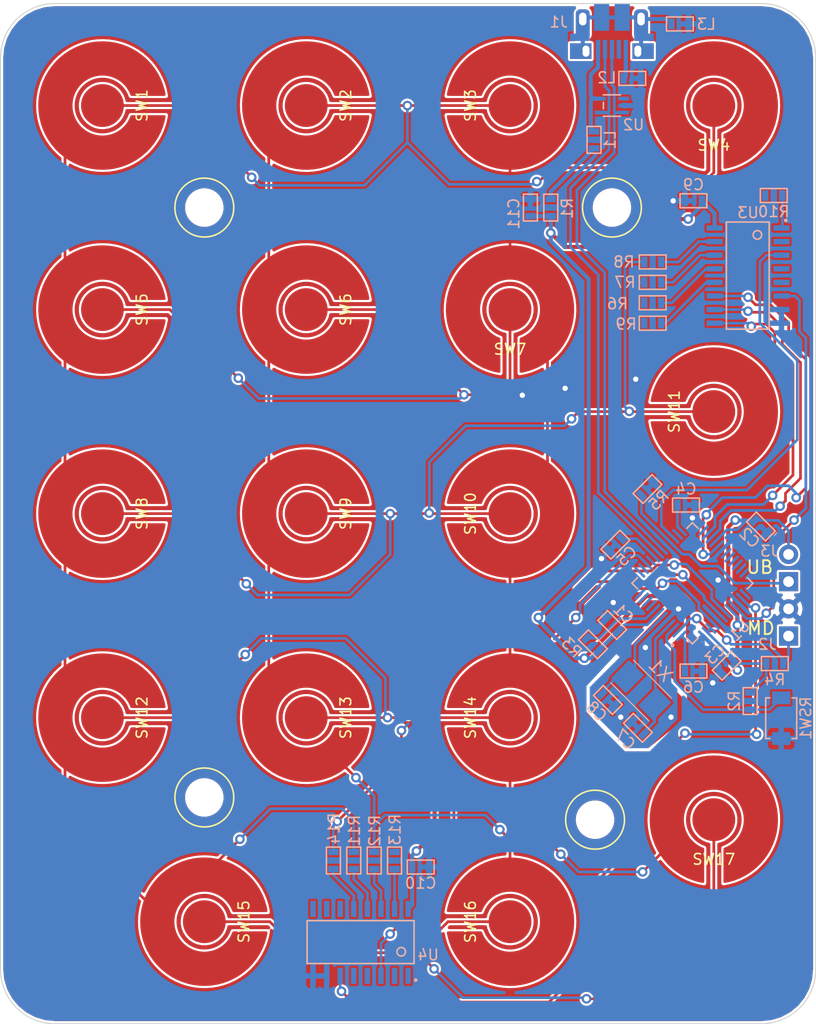
<source format=kicad_pcb>
(kicad_pcb (version 20160815) (host pcbnew "(2016-12-22 revision d365dc5)-master")
  (title_block (rev 0.1))
  (layers (0 F.Cu signal) (31 B.Cu signal) (34 B.Paste user) (35 F.Paste user) (36 B.SilkS user) (37 F.SilkS user) (38 B.Mask user) (39 F.Mask user) (44 Edge.Cuts user))
  (net 0 "")
  (net 1 /COL0)
  (net 2 /COL1)
  (net 3 /COL2)
  (net 4 /COL3)
  (net 5 /ROW1)
  (net 6 /ROW2)
  (net 7 /ROW3)
  (net 8 /ROW4)
  (net 9 /ROW5)
  (net 10 GND)
  (net 11 /RESET)
  (net 12 VCC)
  (net 13 /TSCAP)
  (net 14 /MD)
  (net 15 "Net-(C5-Pad2)")
  (net 16 "Net-(C6-Pad1)")
  (net 17 "Net-(C7-Pad1)")
  (net 18 "Net-(C8-Pad1)")
  (net 19 /VBUS)
  (net 20 /USB_DM)
  (net 21 /USB_DP)
  (net 22 "Net-(J1-Pad5)")
  (net 23 "Net-(J1-Pad6)")
  (net 24 /UB)
  (net 25 "Net-(L1-Pad1)")
  (net 26 "Net-(R3-Pad1)")
  (net 27 "Net-(R6-Pad2)")
  (net 28 "Net-(R7-Pad2)")
  (net 29 "Net-(R8-Pad2)")
  (net 30 "Net-(R9-Pad2)")
  (net 31 "Net-(R10-Pad2)")
  (net 32 "Net-(R11-Pad2)")
  (net 33 "Net-(R12-Pad2)")
  (net 34 "Net-(R13-Pad2)")
  (net 35 "Net-(R14-Pad2)")
  (net 36 /COL_C)
  (net 37 /COL_B)
  (net 38 /COL_A)
  (net 39 /COL)
  (net 40 /ROW)
  (net 41 /COL_INH)
  (net 42 /ROW_INH)
  (net 43 /ROW_C)
  (net 44 /ROW_B)
  (net 45 /ROW_A)
  (module ESC_Pads:ESC_Pad_D (layer F.Cu) (at 70.95 61.9 90)
    (fp_text reference SW1 (at 0 3.7 90) (layer F.SilkS))
    (fp_text value ESC_Pad_D hide)
    (pad 2 smd circle (at 3.5 0 90) (size 1 1) (layers F.Cu) (net 1 /COL0))
    (pad 2 smd circle (at 0 -3.5 90) (size 1 1) (layers F.Cu) (net 1 /COL0))
    (pad 2 smd circle (at -3.5 0 90) (size 1 1) (layers F.Cu) (net 1 /COL0))
    (pad 1 smd circle (at 0 0 90) (size 4 4) (layers F.Cu) (net 5 /ROW1))
  )
  (module ESC_Pads:ESC_Pad_D (layer F.Cu) (at 90 61.9 90)
    (fp_text reference SW2 (at 0 3.7 90) (layer F.SilkS))
    (fp_text value ESC_Pad_D hide)
    (pad 2 smd circle (at 3.5 0 90) (size 1 1) (layers F.Cu) (net 2 /COL1))
    (pad 2 smd circle (at 0 -3.5 90) (size 1 1) (layers F.Cu) (net 2 /COL1))
    (pad 2 smd circle (at -3.5 0 90) (size 1 1) (layers F.Cu) (net 2 /COL1))
    (pad 1 smd circle (at 0 0 90) (size 4 4) (layers F.Cu) (net 5 /ROW1))
  )
  (module ESC_Pads:ESC_Pad_D (layer F.Cu) (at 109.05 61.9 270)
    (fp_text reference SW3 (at 0 3.7 270) (layer F.SilkS))
    (fp_text value ESC_Pad_D hide)
    (pad 2 smd circle (at 3.5 0 270) (size 1 1) (layers F.Cu) (net 3 /COL2))
    (pad 2 smd circle (at 0 -3.5 270) (size 1 1) (layers F.Cu) (net 3 /COL2))
    (pad 2 smd circle (at -3.5 0 270) (size 1 1) (layers F.Cu) (net 3 /COL2))
    (pad 1 smd circle (at 0 0 270) (size 4 4) (layers F.Cu) (net 5 /ROW1))
  )
  (module ESC_Pads:ESC_Pad_D (layer F.Cu) (at 128.1 61.9)
    (fp_text reference SW4 (at 0 3.7) (layer F.SilkS))
    (fp_text value ESC_Pad_D hide)
    (pad 2 smd circle (at 3.5 0) (size 1 1) (layers F.Cu) (net 4 /COL3))
    (pad 2 smd circle (at 0 -3.5) (size 1 1) (layers F.Cu) (net 4 /COL3))
    (pad 2 smd circle (at -3.5 0) (size 1 1) (layers F.Cu) (net 4 /COL3))
    (pad 1 smd circle (at 0 0) (size 4 4) (layers F.Cu) (net 5 /ROW1))
  )
  (module ESC_Pads:ESC_Pad_D (layer F.Cu) (at 70.95 80.95 90)
    (fp_text reference SW5 (at 0 3.7 90) (layer F.SilkS))
    (fp_text value ESC_Pad_D hide)
    (pad 2 smd circle (at 3.5 0 90) (size 1 1) (layers F.Cu) (net 1 /COL0))
    (pad 2 smd circle (at 0 -3.5 90) (size 1 1) (layers F.Cu) (net 1 /COL0))
    (pad 2 smd circle (at -3.5 0 90) (size 1 1) (layers F.Cu) (net 1 /COL0))
    (pad 1 smd circle (at 0 0 90) (size 4 4) (layers F.Cu) (net 6 /ROW2))
  )
  (module ESC_Pads:ESC_Pad_D (layer F.Cu) (at 90 80.95 90)
    (fp_text reference SW6 (at 0 3.7 90) (layer F.SilkS))
    (fp_text value ESC_Pad_D hide)
    (pad 2 smd circle (at 3.5 0 90) (size 1 1) (layers F.Cu) (net 2 /COL1))
    (pad 2 smd circle (at 0 -3.5 90) (size 1 1) (layers F.Cu) (net 2 /COL1))
    (pad 2 smd circle (at -3.5 0 90) (size 1 1) (layers F.Cu) (net 2 /COL1))
    (pad 1 smd circle (at 0 0 90) (size 4 4) (layers F.Cu) (net 6 /ROW2))
  )
  (module ESC_Pads:ESC_Pad_D (layer F.Cu) (at 109.05 80.95)
    (fp_text reference SW7 (at 0 3.7) (layer F.SilkS))
    (fp_text value ESC_Pad_D hide)
    (pad 2 smd circle (at 3.5 0) (size 1 1) (layers F.Cu) (net 3 /COL2))
    (pad 2 smd circle (at 0 -3.5) (size 1 1) (layers F.Cu) (net 3 /COL2))
    (pad 2 smd circle (at -3.5 0) (size 1 1) (layers F.Cu) (net 3 /COL2))
    (pad 1 smd circle (at 0 0) (size 4 4) (layers F.Cu) (net 6 /ROW2))
  )
  (module ESC_Pads:ESC_Pad_D (layer F.Cu) (at 70.95 100 90)
    (fp_text reference SW8 (at 0 3.7 90) (layer F.SilkS))
    (fp_text value ESC_Pad_D hide)
    (pad 2 smd circle (at 3.5 0 90) (size 1 1) (layers F.Cu) (net 1 /COL0))
    (pad 2 smd circle (at 0 -3.5 90) (size 1 1) (layers F.Cu) (net 1 /COL0))
    (pad 2 smd circle (at -3.5 0 90) (size 1 1) (layers F.Cu) (net 1 /COL0))
    (pad 1 smd circle (at 0 0 90) (size 4 4) (layers F.Cu) (net 7 /ROW3))
  )
  (module ESC_Pads:ESC_Pad_D (layer F.Cu) (at 90 100 90)
    (fp_text reference SW9 (at 0 3.7 90) (layer F.SilkS))
    (fp_text value ESC_Pad_D hide)
    (pad 2 smd circle (at 3.5 0 90) (size 1 1) (layers F.Cu) (net 2 /COL1))
    (pad 2 smd circle (at 0 -3.5 90) (size 1 1) (layers F.Cu) (net 2 /COL1))
    (pad 2 smd circle (at -3.5 0 90) (size 1 1) (layers F.Cu) (net 2 /COL1))
    (pad 1 smd circle (at 0 0 90) (size 4 4) (layers F.Cu) (net 7 /ROW3))
  )
  (module ESC_Pads:ESC_Pad_D (layer F.Cu) (at 109.05 100 270)
    (fp_text reference SW10 (at 0 3.7 270) (layer F.SilkS))
    (fp_text value ESC_Pad_D hide)
    (pad 2 smd circle (at 3.5 0 270) (size 1 1) (layers F.Cu) (net 3 /COL2))
    (pad 2 smd circle (at 0 -3.5 270) (size 1 1) (layers F.Cu) (net 3 /COL2))
    (pad 2 smd circle (at -3.5 0 270) (size 1 1) (layers F.Cu) (net 3 /COL2))
    (pad 1 smd circle (at 0 0 270) (size 4 4) (layers F.Cu) (net 7 /ROW3))
  )
  (module ESC_Pads:ESC_Pad_D (layer F.Cu) (at 128.1 90.475 270)
    (fp_text reference SW11 (at 0 3.7 270) (layer F.SilkS))
    (fp_text value ESC_Pad_D hide)
    (pad 2 smd circle (at 3.5 0 270) (size 1 1) (layers F.Cu) (net 4 /COL3))
    (pad 2 smd circle (at 0 -3.5 270) (size 1 1) (layers F.Cu) (net 4 /COL3))
    (pad 2 smd circle (at -3.5 0 270) (size 1 1) (layers F.Cu) (net 4 /COL3))
    (pad 1 smd circle (at 0 0 270) (size 4 4) (layers F.Cu) (net 7 /ROW3))
  )
  (module ESC_Pads:ESC_Pad_D (layer F.Cu) (at 70.95 119.05 90)
    (fp_text reference SW12 (at 0 3.7 90) (layer F.SilkS))
    (fp_text value ESC_Pad_D hide)
    (pad 2 smd circle (at 3.5 0 90) (size 1 1) (layers F.Cu) (net 1 /COL0))
    (pad 2 smd circle (at 0 -3.5 90) (size 1 1) (layers F.Cu) (net 1 /COL0))
    (pad 2 smd circle (at -3.5 0 90) (size 1 1) (layers F.Cu) (net 1 /COL0))
    (pad 1 smd circle (at 0 0 90) (size 4 4) (layers F.Cu) (net 8 /ROW4))
  )
  (module ESC_Pads:ESC_Pad_D (layer F.Cu) (at 90 119.05 90)
    (fp_text reference SW13 (at 0 3.7 90) (layer F.SilkS))
    (fp_text value ESC_Pad_D hide)
    (pad 2 smd circle (at 3.5 0 90) (size 1 1) (layers F.Cu) (net 2 /COL1))
    (pad 2 smd circle (at 0 -3.5 90) (size 1 1) (layers F.Cu) (net 2 /COL1))
    (pad 2 smd circle (at -3.5 0 90) (size 1 1) (layers F.Cu) (net 2 /COL1))
    (pad 1 smd circle (at 0 0 90) (size 4 4) (layers F.Cu) (net 8 /ROW4))
  )
  (module ESC_Pads:ESC_Pad_D (layer F.Cu) (at 109.05 119.05 270)
    (fp_text reference SW14 (at 0 3.7 270) (layer F.SilkS))
    (fp_text value ESC_Pad_D hide)
    (pad 2 smd circle (at 3.5 0 270) (size 1 1) (layers F.Cu) (net 3 /COL2))
    (pad 2 smd circle (at 0 -3.5 270) (size 1 1) (layers F.Cu) (net 3 /COL2))
    (pad 2 smd circle (at -3.5 0 270) (size 1 1) (layers F.Cu) (net 3 /COL2))
    (pad 1 smd circle (at 0 0 270) (size 4 4) (layers F.Cu) (net 8 /ROW4))
  )
  (module ESC_Pads:ESC_Pad_D (layer F.Cu) (at 80.475 138.1 90)
    (fp_text reference SW15 (at 0 3.7 90) (layer F.SilkS))
    (fp_text value ESC_Pad_D hide)
    (pad 2 smd circle (at 3.5 0 90) (size 1 1) (layers F.Cu) (net 1 /COL0))
    (pad 2 smd circle (at 0 -3.5 90) (size 1 1) (layers F.Cu) (net 1 /COL0))
    (pad 2 smd circle (at -3.5 0 90) (size 1 1) (layers F.Cu) (net 1 /COL0))
    (pad 1 smd circle (at 0 0 90) (size 4 4) (layers F.Cu) (net 9 /ROW5))
  )
  (module ESC_Pads:ESC_Pad_D (layer F.Cu) (at 109.05 138.1 270)
    (fp_text reference SW16 (at 0 3.7 270) (layer F.SilkS))
    (fp_text value ESC_Pad_D hide)
    (pad 2 smd circle (at 3.5 0 270) (size 1 1) (layers F.Cu) (net 2 /COL1))
    (pad 2 smd circle (at 0 -3.5 270) (size 1 1) (layers F.Cu) (net 2 /COL1))
    (pad 2 smd circle (at -3.5 0 270) (size 1 1) (layers F.Cu) (net 2 /COL1))
    (pad 1 smd circle (at 0 0 270) (size 4 4) (layers F.Cu) (net 9 /ROW5))
  )
  (module ESC_Pads:ESC_Pad_D (layer F.Cu) (at 128.1 128.575)
    (fp_text reference SW17 (at 0 3.7) (layer F.SilkS))
    (fp_text value ESC_Pad_D hide)
    (pad 2 smd circle (at 3.5 0) (size 1 1) (layers F.Cu) (net 3 /COL2))
    (pad 2 smd circle (at 0 -3.5) (size 1 1) (layers F.Cu) (net 3 /COL2))
    (pad 2 smd circle (at -3.5 0) (size 1 1) (layers F.Cu) (net 3 /COL2))
    (pad 1 smd circle (at 0 0) (size 4 4) (layers F.Cu) (net 9 /ROW5))
  )
  (module local_mod:0603_1608 (layer B.Cu) (at 118.6 110.4 135)
    (fp_text reference C1 (at 0 1.5 135) (layer B.SilkS) (effects (font (size 1.016 1.016) (thickness 0.1524)) (justify mirror)))
    (fp_text value 100n hide)
    (pad 1 smd rect (at -0.799999 0 135) (size 0.6 1) (layers B.Cu B.Paste B.Mask) (net 12 VCC))
    (pad 2 smd rect (at 0.799999 0 135) (size 0.6 1) (layers B.Cu B.Paste B.Mask) (net 10 GND))
  )
  (module local_mod:0603_1608 (layer B.Cu) (at 132.5 101.2 315)
    (fp_text reference C2 (at 0 1.5 315) (layer B.SilkS) (effects (font (size 1.016 1.016) (thickness 0.1524)) (justify mirror)))
    (fp_text value 100n hide)
    (pad 2 smd rect (at 0.799999 0 315) (size 0.6 1) (layers B.Cu B.Paste B.Mask) (net 10 GND))
    (pad 1 smd rect (at -0.799999 0 315) (size 0.6 1) (layers B.Cu B.Paste B.Mask) (net 12 VCC))
  )
  (module local_mod:0603_1608 (layer B.Cu) (at 129.3 114.2 225)
    (fp_text reference C3 (at 0 1.5 225) (layer B.SilkS) (effects (font (size 1.016 1.016) (thickness 0.1524)) (justify mirror)))
    (fp_text value 100n hide)
    (pad 1 smd rect (at -0.799999 0 225) (size 0.6 1) (layers B.Cu B.Paste B.Mask) (net 12 VCC))
    (pad 2 smd rect (at 0.799999 0 225) (size 0.6 1) (layers B.Cu B.Paste B.Mask) (net 10 GND))
  )
  (module local_mod:0603_1608 (layer B.Cu) (at 125.5 99.2 180)
    (fp_text reference C4 (at 0 1.5 180) (layer B.SilkS) (effects (font (size 1.016 1.016) (thickness 0.1524)) (justify mirror)))
    (fp_text value 10n hide)
    (pad 1 smd rect (at -0.8 0 180) (size 0.6 1) (layers B.Cu B.Paste B.Mask) (net 10 GND))
    (pad 2 smd rect (at 0.8 0 180) (size 0.6 1) (layers B.Cu B.Paste B.Mask) (net 13 /TSCAP))
  )
  (module local_mod:0603_1608 (layer B.Cu) (at 118.9 102.9 45)
    (fp_text reference C5 (at 0 1.5 45) (layer B.SilkS) (effects (font (size 1.016 1.016) (thickness 0.1524)) (justify mirror)))
    (fp_text value 330n hide)
    (pad 2 smd rect (at 0.799999 0 45) (size 0.6 1) (layers B.Cu B.Paste B.Mask) (net 15 "Net-(C5-Pad2)"))
    (pad 1 smd rect (at -0.799999 0 45) (size 0.6 1) (layers B.Cu B.Paste B.Mask) (net 10 GND))
  )
  (module local_mod:0603_1608 (layer B.Cu) (at 126.2 114.7)
    (fp_text reference C6 (at 0 1.5) (layer B.SilkS) (effects (font (size 1.016 1.016) (thickness 0.1524)) (justify mirror)))
    (fp_text value 4u7 hide)
    (pad 1 smd rect (at -0.8 0) (size 0.6 1) (layers B.Cu B.Paste B.Mask) (net 16 "Net-(C6-Pad1)"))
    (pad 2 smd rect (at 0.8 0) (size 0.6 1) (layers B.Cu B.Paste B.Mask) (net 10 GND))
  )
  (module local_mod:0603_1608 (layer B.Cu) (at 121 120 135)
    (fp_text reference C7 (at 0.070711 -1.626346 135) (layer B.SilkS) (effects (font (size 1.016 1.016) (thickness 0.1524)) (justify mirror)))
    (fp_text value 4p hide)
    (pad 1 smd rect (at -0.799999 0 135) (size 0.6 1) (layers B.Cu B.Paste B.Mask) (net 17 "Net-(C7-Pad1)"))
    (pad 2 smd rect (at 0.799999 0 135) (size 0.6 1) (layers B.Cu B.Paste B.Mask) (net 10 GND))
  )
  (module local_mod:0603_1608 (layer B.Cu) (at 118.2 117.4 315)
    (fp_text reference C8 (at 0 1.5 315) (layer B.SilkS) (effects (font (size 1.016 1.016) (thickness 0.1524)) (justify mirror)))
    (fp_text value 4p hide)
    (pad 2 smd rect (at 0.799999 0 315) (size 0.6 1) (layers B.Cu B.Paste B.Mask) (net 10 GND))
    (pad 1 smd rect (at -0.799999 0 315) (size 0.6 1) (layers B.Cu B.Paste B.Mask) (net 18 "Net-(C8-Pad1)"))
  )
  (module local_mod:0603_1608 (layer B.Cu) (at 126.195 70.79 180)
    (fp_text reference C9 (at 0 1.5 180) (layer B.SilkS) (effects (font (size 1.016 1.016) (thickness 0.1524)) (justify mirror)))
    (fp_text value 100n hide)
    (pad 2 smd rect (at 0.8 0 180) (size 0.6 1) (layers B.Cu B.Paste B.Mask) (net 10 GND))
    (pad 1 smd rect (at -0.8 0 180) (size 0.6 1) (layers B.Cu B.Paste B.Mask) (net 12 VCC))
  )
  (module local_mod:0603_1608 (layer B.Cu) (at 100.7 133)
    (fp_text reference C10 (at 0 1.5) (layer B.SilkS) (effects (font (size 1.016 1.016) (thickness 0.1524)) (justify mirror)))
    (fp_text value 100n hide)
    (pad 2 smd rect (at 0.8 0) (size 0.6 1) (layers B.Cu B.Paste B.Mask) (net 10 GND))
    (pad 1 smd rect (at -0.8 0) (size 0.6 1) (layers B.Cu B.Paste B.Mask) (net 12 VCC))
  )
  (module local_mod:0603_1608 (layer B.Cu) (at 110.955 71.425 90)
    (fp_text reference C11 (at -0.575 -1.555 90) (layer B.SilkS) (effects (font (size 1.016 1.016) (thickness 0.1524)) (justify mirror)))
    (fp_text value 4u7 hide)
    (pad 1 smd rect (at -0.8 0 90) (size 0.6 1) (layers B.Cu B.Paste B.Mask) (net 12 VCC))
    (pad 2 smd rect (at 0.8 0 90) (size 0.6 1) (layers B.Cu B.Paste B.Mask) (net 10 GND))
  )
  (module local_mod:10103594 (layer B.Cu) (at 118.575 56.82)
    (fp_text reference J1 (at -4.975 -2.72) (layer B.SilkS) (effects (justify mirror)))
    (fp_text value MicroB hide)
    (pad 1 smd rect (at -1.3 -0.175) (size 0.4 1.75) (layers B.Cu B.Paste B.Mask) (net 19 /VBUS))
    (pad 2 smd rect (at -0.65 -0.175) (size 0.4 1.75) (layers B.Cu B.Paste B.Mask) (net 20 /USB_DM))
    (pad 3 smd rect (at 0 -0.175) (size 0.4 1.75) (layers B.Cu B.Paste B.Mask) (net 21 /USB_DP))
    (pad 4 smd rect (at 0.65 -0.175) (size 0.4 1.75) (layers B.Cu B.Paste B.Mask))
    (pad 5 smd rect (at 1.3 -0.175) (size 0.4 1.75) (layers B.Cu B.Paste B.Mask) (net 22 "Net-(J1-Pad5)"))
    (pad 6 thru_hole rect (at -2.425 0) (size 2 1.46) (drill oval 0.65 1.05 (offset -0.49 0)) (layers *.Cu *.Mask B.Paste) (net 23 "Net-(J1-Pad6)"))
    (pad 6 thru_hole rect (at 2.425 0) (size 2 1.46) (drill oval 0.65 1.05 (offset 0.49 0)) (layers *.Cu *.Mask B.Paste) (net 23 "Net-(J1-Pad6)"))
    (pad 6 thru_hole roundrect (at -2.725 -3) (size 1.3 2.7) (drill oval 0.7 1.2 (offset 0 0.45)) (layers *.Cu *.Mask B.Paste) (roundrect_rratio 0.3) (net 23 "Net-(J1-Pad6)"))
    (pad 6 thru_hole roundrect (at 2.725 -3) (size 1.3 2.7) (drill oval 0.7 1.2 (offset 0 0.45)) (layers *.Cu *.Mask B.Paste) (roundrect_rratio 0.3) (net 23 "Net-(J1-Pad6)"))
    (pad 6 smd rect (at -0.9625 -3.15) (size 1.425 2.5) (layers B.Cu B.Paste B.Mask) (net 23 "Net-(J1-Pad6)"))
    (pad 6 smd rect (at 0.9625 -3.15) (size 1.425 2.5) (layers B.Cu B.Paste B.Mask) (net 23 "Net-(J1-Pad6)"))
    (pad 6 smd rect (at -3 -1.3) (size 1.83 0.7) (layers B.Cu B.Paste B.Mask) (net 23 "Net-(J1-Pad6)"))
    (pad 6 smd rect (at 3 -1.3) (size 1.83 0.7) (layers B.Cu B.Paste B.Mask) (net 23 "Net-(J1-Pad6)"))
  )
  (module local_mod:J2 (layer B.Cu) (at 135.085 110.16)
    (fp_text reference J2 (at -1.985 2.04) (layer B.SilkS) (effects (justify mirror)))
    (fp_text value CON2 hide)
    (pad 2 thru_hole circle (at 0 -1.27) (size 1.8 1.8) (drill 1) (layers *.Cu *.Mask) (net 10 GND))
    (pad 1 thru_hole rect (at 0 1.27) (size 1.8 1.8) (drill 1) (layers *.Cu *.Mask) (net 14 /MD))
  )
  (module local_mod:J2 (layer B.Cu) (at 135.085 105.08)
    (fp_text reference J3 (at -1.785 -1.58) (layer B.SilkS) (effects (justify mirror)))
    (fp_text value CON2 hide)
    (pad 1 thru_hole rect (at 0 1.27) (size 1.8 1.8) (drill 1) (layers *.Cu *.Mask) (net 24 /UB))
    (pad 2 thru_hole circle (at 0 -1.27) (size 1.8 1.8) (drill 1) (layers *.Cu *.Mask) (net 12 VCC))
  )
  (module local_mod:0603_1608 (layer B.Cu) (at 116.9 65.1 90)
    (fp_text reference L1 (at 0 1.5 90) (layer B.SilkS) (effects (font (size 1.016 1.016) (thickness 0.1524)) (justify mirror)))
    (fp_text value INDUCTOR2 hide)
    (pad 1 smd rect (at -0.8 0 90) (size 0.6 1) (layers B.Cu B.Paste B.Mask) (net 25 "Net-(L1-Pad1)"))
    (pad 2 smd rect (at 0.8 0 90) (size 0.6 1) (layers B.Cu B.Paste B.Mask) (net 19 /VBUS))
  )
  (module local_mod:0603_1608 (layer B.Cu) (at 120.48 59.36 180)
    (fp_text reference L2 (at 2.38 0.06 180) (layer B.SilkS) (effects (font (size 1.016 1.016) (thickness 0.1524)) (justify mirror)))
    (fp_text value INDUCTOR2 hide)
    (pad 2 smd rect (at 0.8 0 180) (size 0.6 1) (layers B.Cu B.Paste B.Mask) (net 22 "Net-(J1-Pad5)"))
    (pad 1 smd rect (at -0.8 0 180) (size 0.6 1) (layers B.Cu B.Paste B.Mask) (net 10 GND))
  )
  (module local_mod:0603_1608 (layer B.Cu) (at 124.925 54.28 180)
    (fp_text reference L3 (at -2.475 -0.02 180) (layer B.SilkS) (effects (font (size 1.016 1.016) (thickness 0.1524)) (justify mirror)))
    (fp_text value INDUCTOR2 hide)
    (pad 1 smd rect (at -0.8 0 180) (size 0.6 1) (layers B.Cu B.Paste B.Mask) (net 10 GND))
    (pad 2 smd rect (at 0.8 0 180) (size 0.6 1) (layers B.Cu B.Paste B.Mask) (net 23 "Net-(J1-Pad6)"))
  )
  (module local_mod:0603_1608 (layer B.Cu) (at 112.86 71.425 270)
    (fp_text reference R1 (at 0.075 -1.54 270) (layer B.SilkS) (effects (font (size 1.016 1.016) (thickness 0.1524)) (justify mirror)))
    (fp_text value Polyswitch hide)
    (pad 2 smd rect (at 0.8 0 270) (size 0.6 1) (layers B.Cu B.Paste B.Mask) (net 12 VCC))
    (pad 1 smd rect (at -0.8 0 270) (size 0.6 1) (layers B.Cu B.Paste B.Mask) (net 25 "Net-(L1-Pad1)"))
  )
  (module local_mod:0603_1608_R (layer B.Cu) (at 131.5 117.5 270)
    (fp_text reference R2 (at 0 1.5 270) (layer B.SilkS) (effects (font (size 1.016 1.016) (thickness 0.1524)) (justify mirror)))
    (fp_text value 4K7 hide)
    (pad 2 smd rect (at 0.8 0 270) (size 0.6 1) (layers B.Cu B.Paste B.Mask) (net 11 /RESET))
    (pad 1 smd rect (at -0.8 0 270) (size 0.6 1) (layers B.Cu B.Paste B.Mask) (net 12 VCC))
  )
  (module local_mod:0603_1608_R (layer B.Cu) (at 116.8 112.2 315)
    (fp_text reference R3 (at -1.202082 1.626346 315) (layer B.SilkS) (effects (font (size 1.016 1.016) (thickness 0.1524)) (justify mirror)))
    (fp_text value 10K hide)
    (pad 1 smd rect (at -0.799999 0 315) (size 0.6 1) (layers B.Cu B.Paste B.Mask) (net 26 "Net-(R3-Pad1)"))
    (pad 2 smd rect (at 0.799999 0 315) (size 0.6 1) (layers B.Cu B.Paste B.Mask) (net 12 VCC))
  )
  (module local_mod:0603_1608_R (layer B.Cu) (at 133.8 114)
    (fp_text reference R4 (at 0 1.5) (layer B.SilkS) (effects (font (size 1.016 1.016) (thickness 0.1524)) (justify mirror)))
    (fp_text value 4K7 hide)
    (pad 1 smd rect (at -0.8 0) (size 0.6 1) (layers B.Cu B.Paste B.Mask) (net 12 VCC))
    (pad 2 smd rect (at 0.8 0) (size 0.6 1) (layers B.Cu B.Paste B.Mask) (net 14 /MD))
  )
  (module local_mod:0603_1608_R (layer B.Cu) (at 121.9 97.7 45)
    (fp_text reference R5 (at 0 1.5 45) (layer B.SilkS) (effects (font (size 1.016 1.016) (thickness 0.1524)) (justify mirror)))
    (fp_text value 10K hide)
    (pad 2 smd rect (at 0.799999 0 45) (size 0.6 1) (layers B.Cu B.Paste B.Mask) (net 10 GND))
    (pad 1 smd rect (at -0.799999 0 45) (size 0.6 1) (layers B.Cu B.Paste B.Mask) (net 24 /UB))
  )
  (module local_mod:0603_1608_R (layer B.Cu) (at 122.385 80.315)
    (fp_text reference R6 (at -3.285 0.085) (layer B.SilkS) (effects (font (size 1.016 1.016) (thickness 0.1524)) (justify mirror)))
    (fp_text value 470 hide)
    (pad 2 smd rect (at 0.8 0) (size 0.6 1) (layers B.Cu B.Paste B.Mask) (net 27 "Net-(R6-Pad2)"))
    (pad 1 smd rect (at -0.8 0) (size 0.6 1) (layers B.Cu B.Paste B.Mask) (net 5 /ROW1))
  )
  (module local_mod:0603_1608_R (layer B.Cu) (at 122.385 78.41)
    (fp_text reference R7 (at -2.585 -0.01) (layer B.SilkS) (effects (font (size 1.016 1.016) (thickness 0.1524)) (justify mirror)))
    (fp_text value 470 hide)
    (pad 1 smd rect (at -0.8 0) (size 0.6 1) (layers B.Cu B.Paste B.Mask) (net 6 /ROW2))
    (pad 2 smd rect (at 0.8 0) (size 0.6 1) (layers B.Cu B.Paste B.Mask) (net 28 "Net-(R7-Pad2)"))
  )
  (module local_mod:0603_1608_R (layer B.Cu) (at 122.385 76.505)
    (fp_text reference R8 (at -2.685 -0.005) (layer B.SilkS) (effects (font (size 1.016 1.016) (thickness 0.1524)) (justify mirror)))
    (fp_text value 470 hide)
    (pad 2 smd rect (at 0.8 0) (size 0.6 1) (layers B.Cu B.Paste B.Mask) (net 29 "Net-(R8-Pad2)"))
    (pad 1 smd rect (at -0.8 0) (size 0.6 1) (layers B.Cu B.Paste B.Mask) (net 7 /ROW3))
  )
  (module local_mod:0603_1608_R (layer B.Cu) (at 122.385 82.22)
    (fp_text reference R9 (at -2.485 0.08) (layer B.SilkS) (effects (font (size 1.016 1.016) (thickness 0.1524)) (justify mirror)))
    (fp_text value 470 hide)
    (pad 1 smd rect (at -0.8 0) (size 0.6 1) (layers B.Cu B.Paste B.Mask) (net 8 /ROW4))
    (pad 2 smd rect (at 0.8 0) (size 0.6 1) (layers B.Cu B.Paste B.Mask) (net 30 "Net-(R9-Pad2)"))
  )
  (module local_mod:0603_1608_R (layer B.Cu) (at 133.7 70.3)
    (fp_text reference R10 (at 0 1.5) (layer B.SilkS) (effects (font (size 1.016 1.016) (thickness 0.1524)) (justify mirror)))
    (fp_text value 470 hide)
    (pad 2 smd rect (at 0.8 0) (size 0.6 1) (layers B.Cu B.Paste B.Mask) (net 31 "Net-(R10-Pad2)"))
    (pad 1 smd rect (at -0.8 0) (size 0.6 1) (layers B.Cu B.Paste B.Mask) (net 9 /ROW5))
  )
  (module local_mod:0603_1608_R (layer B.Cu) (at 94.445 132.385 270)
    (fp_text reference R11 (at -2.785 -0.055 270) (layer B.SilkS) (effects (font (size 1.016 1.016) (thickness 0.1524)) (justify mirror)))
    (fp_text value 470 hide)
    (pad 1 smd rect (at -0.8 0 270) (size 0.6 1) (layers B.Cu B.Paste B.Mask) (net 1 /COL0))
    (pad 2 smd rect (at 0.8 0 270) (size 0.6 1) (layers B.Cu B.Paste B.Mask) (net 32 "Net-(R11-Pad2)"))
  )
  (module local_mod:0603_1608_R (layer B.Cu) (at 96.35 132.385 270)
    (fp_text reference R12 (at -2.785 -0.05 270) (layer B.SilkS) (effects (font (size 1.016 1.016) (thickness 0.1524)) (justify mirror)))
    (fp_text value 470 hide)
    (pad 1 smd rect (at -0.8 0 270) (size 0.6 1) (layers B.Cu B.Paste B.Mask) (net 2 /COL1))
    (pad 2 smd rect (at 0.8 0 270) (size 0.6 1) (layers B.Cu B.Paste B.Mask) (net 33 "Net-(R12-Pad2)"))
  )
  (module local_mod:0603_1608_R (layer B.Cu) (at 98.255 132.385 270)
    (fp_text reference R13 (at -2.885 -0.045 270) (layer B.SilkS) (effects (font (size 1.016 1.016) (thickness 0.1524)) (justify mirror)))
    (fp_text value 470 hide)
    (pad 1 smd rect (at -0.8 0 270) (size 0.6 1) (layers B.Cu B.Paste B.Mask) (net 3 /COL2))
    (pad 2 smd rect (at 0.8 0 270) (size 0.6 1) (layers B.Cu B.Paste B.Mask) (net 34 "Net-(R13-Pad2)"))
  )
  (module local_mod:0603_1608_R (layer B.Cu) (at 92.54 132.385 270)
    (fp_text reference R14 (at -2.985 -0.06 270) (layer B.SilkS) (effects (font (size 1.016 1.016) (thickness 0.1524)) (justify mirror)))
    (fp_text value 470 hide)
    (pad 2 smd rect (at 0.8 0 270) (size 0.6 1) (layers B.Cu B.Paste B.Mask) (net 35 "Net-(R14-Pad2)"))
    (pad 1 smd rect (at -0.8 0 270) (size 0.6 1) (layers B.Cu B.Paste B.Mask) (net 4 /COL3))
  )
  (module local_mod:TD_85XU (layer B.Cu) (at 134.4 119.1 270)
    (fp_text reference RSW1 (at 0 -2.3 270) (layer B.SilkS) (effects (justify mirror)))
    (fp_text value SWITCH hide)
    (pad 1 smd rect (at -1.9 0 270) (size 1.2 1.7) (layers B.Cu B.Paste B.Mask) (net 11 /RESET))
    (pad 2 smd rect (at 1.9 0 270) (size 1.2 1.7) (layers B.Cu B.Paste B.Mask) (net 10 GND))
  )
  (module local_mod:M3NP (layer F.Cu) (at 80.475 71.425)
    (fp_text reference SR1 hide)
    (fp_text value M3 hide)
    (pad "" np_thru_hole circle (at 0 0) (size 3.2 3.2) (drill 3.2) (layers *.Cu *.Mask))
  )
  (module local_mod:M3NP (layer F.Cu) (at 80.475 126.5)
    (fp_text reference SR2 hide)
    (fp_text value M3 hide)
    (pad "" np_thru_hole circle (at 0 0) (size 3.2 3.2) (drill 3.2) (layers *.Cu *.Mask))
  )
  (module local_mod:M3NP (layer F.Cu) (at 118.575 71.425)
    (fp_text reference SR3 hide)
    (fp_text value M3 hide)
    (pad "" np_thru_hole circle (at 0 0) (size 3.2 3.2) (drill 3.2) (layers *.Cu *.Mask))
  )
  (module local_mod:M3NP (layer F.Cu) (at 117 128.575)
    (fp_text reference SR4 hide)
    (fp_text value M3 hide)
    (pad "" np_thru_hole circle (at 0 0) (size 3.2 3.2) (drill 3.2) (layers *.Cu *.Mask))
  )
  (module local_mod:LQFP48-0.5 (layer B.Cu) (at 126.1 106.5 45)
    (fp_text reference U1 (at 0 6.25 45) (layer B.SilkS) (effects (font (size 1.016 1.016) (thickness 0.1524)) (justify mirror)))
    (fp_text value R5F5231XAXFL hide)
    (pad 1 smd rect (at -4.2 2.75 45) (size 1.3 0.25) (layers B.Cu B.Paste B.Mask) (net 16 "Net-(C6-Pad1)"))
    (pad 2 smd rect (at -4.2 2.25 45) (size 1.3 0.25) (layers B.Cu B.Paste B.Mask) (net 14 /MD))
    (pad 3 smd rect (at -4.2 1.749999 45) (size 1.3 0.25) (layers B.Cu B.Paste B.Mask) (net 11 /RESET))
    (pad 4 smd rect (at -4.2 1.25 45) (size 1.3 0.25) (layers B.Cu B.Paste B.Mask) (net 17 "Net-(C7-Pad1)"))
    (pad 5 smd rect (at -4.2 0.750001 45) (size 1.3 0.25) (layers B.Cu B.Paste B.Mask) (net 10 GND))
    (pad 6 smd rect (at -4.2 0.25 45) (size 1.3 0.25) (layers B.Cu B.Paste B.Mask) (net 18 "Net-(C8-Pad1)"))
    (pad 7 smd rect (at -4.2 -0.25 45) (size 1.3 0.25) (layers B.Cu B.Paste B.Mask) (net 12 VCC))
    (pad 8 smd rect (at -4.2 -0.750001 45) (size 1.3 0.25) (layers B.Cu B.Paste B.Mask) (net 26 "Net-(R3-Pad1)"))
    (pad 9 smd rect (at -4.2 -1.25 45) (size 1.3 0.25) (layers B.Cu B.Paste B.Mask))
    (pad 10 smd rect (at -4.2 -1.749999 45) (size 1.3 0.25) (layers B.Cu B.Paste B.Mask))
    (pad 11 smd rect (at -4.2 -2.25 45) (size 1.3 0.25) (layers B.Cu B.Paste B.Mask))
    (pad 12 smd rect (at -4.2 -2.75 45) (size 1.3 0.25) (layers B.Cu B.Paste B.Mask))
    (pad 25 smd rect (at 4.2 -2.75 45) (size 1.3 0.25) (layers B.Cu B.Paste B.Mask))
    (pad 26 smd rect (at 4.2 -2.25 45) (size 1.3 0.25) (layers B.Cu B.Paste B.Mask) (net 43 /ROW_C))
    (pad 27 smd rect (at 4.2 -1.749999 45) (size 1.3 0.25) (layers B.Cu B.Paste B.Mask) (net 44 /ROW_B))
    (pad 28 smd rect (at 4.2 -1.25 45) (size 1.3 0.25) (layers B.Cu B.Paste B.Mask) (net 12 VCC))
    (pad 29 smd rect (at 4.2 -0.750001 45) (size 1.3 0.25) (layers B.Cu B.Paste B.Mask) (net 45 /ROW_A))
    (pad 30 smd rect (at 4.2 -0.25 45) (size 1.3 0.25) (layers B.Cu B.Paste B.Mask) (net 10 GND))
    (pad 31 smd rect (at 4.2 0.25 45) (size 1.3 0.25) (layers B.Cu B.Paste B.Mask))
    (pad 32 smd rect (at 4.2 0.750001 45) (size 1.3 0.25) (layers B.Cu B.Paste B.Mask))
    (pad 33 smd rect (at 4.2 1.25 45) (size 1.3 0.25) (layers B.Cu B.Paste B.Mask))
    (pad 34 smd rect (at 4.2 1.749999 45) (size 1.3 0.25) (layers B.Cu B.Paste B.Mask))
    (pad 35 smd rect (at 4.2 2.25 45) (size 1.3 0.25) (layers B.Cu B.Paste B.Mask))
    (pad 36 smd rect (at 4.2 2.75 45) (size 1.3 0.25) (layers B.Cu B.Paste B.Mask))
    (pad 13 smd rect (at -2.75 -4.2 45) (size 0.25 1.3) (layers B.Cu B.Paste B.Mask))
    (pad 14 smd rect (at -2.25 -4.2 45) (size 0.25 1.3) (layers B.Cu B.Paste B.Mask))
    (pad 15 smd rect (at -1.749999 -4.2 45) (size 0.25 1.3) (layers B.Cu B.Paste B.Mask) (net 39 /COL))
    (pad 16 smd rect (at -1.25 -4.2 45) (size 0.25 1.3) (layers B.Cu B.Paste B.Mask))
    (pad 17 smd rect (at -0.750001 -4.2 45) (size 0.25 1.3) (layers B.Cu B.Paste B.Mask) (net 15 "Net-(C5-Pad2)"))
    (pad 18 smd rect (at -0.25 -4.2 45) (size 0.25 1.3) (layers B.Cu B.Paste B.Mask) (net 20 /USB_DM))
    (pad 19 smd rect (at 0.25 -4.2 45) (size 0.25 1.3) (layers B.Cu B.Paste B.Mask) (net 21 /USB_DP))
    (pad 20 smd rect (at 0.750001 -4.2 45) (size 0.25 1.3) (layers B.Cu B.Paste B.Mask) (net 10 GND))
    (pad 21 smd rect (at 1.25 -4.2 45) (size 0.25 1.3) (layers B.Cu B.Paste B.Mask) (net 24 /UB))
    (pad 22 smd rect (at 1.749999 -4.2 45) (size 0.25 1.3) (layers B.Cu B.Paste B.Mask) (net 40 /ROW))
    (pad 23 smd rect (at 2.25 -4.2 45) (size 0.25 1.3) (layers B.Cu B.Paste B.Mask))
    (pad 24 smd rect (at 2.75 -4.2 45) (size 0.25 1.3) (layers B.Cu B.Paste B.Mask) (net 13 /TSCAP))
    (pad 37 smd rect (at 2.75 4.2 45) (size 0.25 1.3) (layers B.Cu B.Paste B.Mask))
    (pad 38 smd rect (at 2.25 4.2 45) (size 0.25 1.3) (layers B.Cu B.Paste B.Mask) (net 41 /COL_INH))
    (pad 39 smd rect (at 1.749999 4.2 45) (size 0.25 1.3) (layers B.Cu B.Paste B.Mask) (net 10 GND))
    (pad 40 smd rect (at 1.25 4.2 45) (size 0.25 1.3) (layers B.Cu B.Paste B.Mask) (net 42 /ROW_INH))
    (pad 41 smd rect (at 0.750001 4.2 45) (size 0.25 1.3) (layers B.Cu B.Paste B.Mask) (net 12 VCC))
    (pad 42 smd rect (at 0.25 4.2 45) (size 0.25 1.3) (layers B.Cu B.Paste B.Mask) (net 36 /COL_C))
    (pad 43 smd rect (at -0.25 4.2 45) (size 0.25 1.3) (layers B.Cu B.Paste B.Mask) (net 37 /COL_B))
    (pad 44 smd rect (at -0.750001 4.2 45) (size 0.25 1.3) (layers B.Cu B.Paste B.Mask) (net 10 GND))
    (pad 45 smd rect (at -1.25 4.2 45) (size 0.25 1.3) (layers B.Cu B.Paste B.Mask) (net 38 /COL_A))
    (pad 46 smd rect (at -1.749999 4.2 45) (size 0.25 1.3) (layers B.Cu B.Paste B.Mask) (net 12 VCC))
    (pad 47 smd rect (at -2.25 4.2 45) (size 0.25 1.3) (layers B.Cu B.Paste B.Mask) (net 12 VCC))
    (pad 48 smd rect (at -2.75 4.2 45) (size 0.25 1.3) (layers B.Cu B.Paste B.Mask) (net 10 GND))
  )
  (module local_mod:SOT353 (layer B.Cu) (at 118.575 61.9 270)
    (fp_text reference U2 (at 1.8 -2.025) (layer B.SilkS) (effects (justify mirror)))
    (fp_text value DF5A6.8 hide)
    (pad 1 smd rect (at -0.65 -1.1 270) (size 0.35 1) (layers B.Cu B.Paste B.Mask))
    (pad 2 smd rect (at 0 -1.1 270) (size 0.35 1) (layers B.Cu B.Paste B.Mask) (net 10 GND))
    (pad 3 smd rect (at 0.65 -1.1 270) (size 0.35 1) (layers B.Cu B.Paste B.Mask) (net 21 /USB_DP))
    (pad 4 smd rect (at 0.65 1.1 270) (size 0.35 1) (layers B.Cu B.Paste B.Mask) (net 20 /USB_DM))
    (pad 5 smd rect (at -0.65 1.1 270) (size 0.35 1) (layers B.Cu B.Paste B.Mask) (net 19 /VBUS))
  )
  (module local_mod:SOIC16 (layer B.Cu) (at 131.275 77.775 270)
    (fp_text reference U3 (at -5.875 -0.025) (layer B.SilkS) (effects (justify mirror)))
    (fp_text value 74HC4051 hide)
    (pad 1 smd rect (at -4.445 -3.15 270) (size 0.5 1.5) (layers B.Cu B.Paste B.Mask) (net 31 "Net-(R10-Pad2)"))
    (pad 9 smd rect (at 4.445 3.1 270) (size 0.5 1.5) (layers B.Cu B.Paste B.Mask) (net 43 /ROW_C))
    (pad 2 smd rect (at -3.175 -3.15 270) (size 0.5 1.5) (layers B.Cu B.Paste B.Mask))
    (pad 3 smd rect (at -1.905 -3.15 270) (size 0.5 1.5) (layers B.Cu B.Paste B.Mask) (net 40 /ROW))
    (pad 4 smd rect (at -0.635 -3.15 270) (size 0.5 1.5) (layers B.Cu B.Paste B.Mask))
    (pad 5 smd rect (at 0.635 -3.15 270) (size 0.5 1.5) (layers B.Cu B.Paste B.Mask))
    (pad 6 smd rect (at 1.905 -3.15 270) (size 0.5 1.5) (layers B.Cu B.Paste B.Mask) (net 42 /ROW_INH))
    (pad 7 smd rect (at 3.175 -3.15 270) (size 0.5 1.5) (layers B.Cu B.Paste B.Mask) (net 10 GND))
    (pad 8 smd rect (at 4.445 -3.15 270) (size 0.5 1.5) (layers B.Cu B.Paste B.Mask) (net 10 GND))
    (pad 10 smd rect (at 3.175 3.1 270) (size 0.5 1.5) (layers B.Cu B.Paste B.Mask) (net 44 /ROW_B))
    (pad 11 smd rect (at 1.905 3.1 270) (size 0.5 1.5) (layers B.Cu B.Paste B.Mask) (net 45 /ROW_A))
    (pad 12 smd rect (at 0.635 3.1 270) (size 0.5 1.5) (layers B.Cu B.Paste B.Mask) (net 30 "Net-(R9-Pad2)"))
    (pad 13 smd rect (at -0.635 3.1 270) (size 0.5 1.5) (layers B.Cu B.Paste B.Mask) (net 27 "Net-(R6-Pad2)"))
    (pad 14 smd rect (at -1.905 3.1 270) (size 0.5 1.5) (layers B.Cu B.Paste B.Mask) (net 28 "Net-(R7-Pad2)"))
    (pad 15 smd rect (at -3.175 3.1 270) (size 0.5 1.5) (layers B.Cu B.Paste B.Mask) (net 29 "Net-(R8-Pad2)"))
    (pad 16 smd rect (at -4.445 3.1 270) (size 0.5 1.5) (layers B.Cu B.Paste B.Mask) (net 12 VCC))
  )
  (module local_mod:SOIC16 (layer B.Cu) (at 95.08 140.005 180)
    (fp_text reference U4 (at -6.32 -1.195 180) (layer B.SilkS) (effects (justify mirror)))
    (fp_text value 74HC4051 hide)
    (pad 16 smd rect (at -4.445 3.1 180) (size 0.5 1.5) (layers B.Cu B.Paste B.Mask) (net 12 VCC))
    (pad 15 smd rect (at -3.175 3.1 180) (size 0.5 1.5) (layers B.Cu B.Paste B.Mask) (net 34 "Net-(R13-Pad2)"))
    (pad 14 smd rect (at -1.905 3.1 180) (size 0.5 1.5) (layers B.Cu B.Paste B.Mask) (net 33 "Net-(R12-Pad2)"))
    (pad 13 smd rect (at -0.635 3.1 180) (size 0.5 1.5) (layers B.Cu B.Paste B.Mask) (net 32 "Net-(R11-Pad2)"))
    (pad 12 smd rect (at 0.635 3.1 180) (size 0.5 1.5) (layers B.Cu B.Paste B.Mask) (net 35 "Net-(R14-Pad2)"))
    (pad 11 smd rect (at 1.905 3.1 180) (size 0.5 1.5) (layers B.Cu B.Paste B.Mask) (net 38 /COL_A))
    (pad 10 smd rect (at 3.175 3.1 180) (size 0.5 1.5) (layers B.Cu B.Paste B.Mask) (net 37 /COL_B))
    (pad 8 smd rect (at 4.445 -3.15 180) (size 0.5 1.5) (layers B.Cu B.Paste B.Mask) (net 10 GND))
    (pad 7 smd rect (at 3.175 -3.15 180) (size 0.5 1.5) (layers B.Cu B.Paste B.Mask) (net 10 GND))
    (pad 6 smd rect (at 1.905 -3.15 180) (size 0.5 1.5) (layers B.Cu B.Paste B.Mask) (net 41 /COL_INH))
    (pad 5 smd rect (at 0.635 -3.15 180) (size 0.5 1.5) (layers B.Cu B.Paste B.Mask))
    (pad 4 smd rect (at -0.635 -3.15 180) (size 0.5 1.5) (layers B.Cu B.Paste B.Mask))
    (pad 3 smd rect (at -1.905 -3.15 180) (size 0.5 1.5) (layers B.Cu B.Paste B.Mask) (net 39 /COL))
    (pad 2 smd rect (at -3.175 -3.15 180) (size 0.5 1.5) (layers B.Cu B.Paste B.Mask))
    (pad 9 smd rect (at 4.445 3.1 180) (size 0.5 1.5) (layers B.Cu B.Paste B.Mask) (net 36 /COL_C))
    (pad 1 smd rect (at -4.445 -3.15 180) (size 0.5 1.5) (layers B.Cu B.Paste B.Mask))
  )
  (module local_mod:Crystal_5032 (layer B.Cu) (at 121.3 116.5 315)
    (fp_text reference X1 (at -0.070711 -2.616295 315) (layer B.SilkS) (effects (font (size 1.2 1.2)) (justify mirror)))
    (fp_text value 12MHz hide)
    (pad 1 smd rect (at -1.8 0 315) (size 2 2.4) (layers B.Cu B.Paste B.Mask) (net 18 "Net-(C8-Pad1)"))
    (pad 2 smd rect (at 1.8 0 315) (size 2 2.4) (layers B.Cu B.Paste B.Mask) (net 17 "Net-(C7-Pad1)"))
  )
  (gr_text UB (at 132.4 105) (layer F.SilkS) (effects (font (size 1.2 1.2) (thickness 0.18))))
  (gr_text MD (at 132.5 110.7) (layer F.SilkS) (effects (font (size 1.2 1.2) (thickness 0.18))))
  (gr_line (start 61.425 142.545) (end 61.425 57.455) (angle 90) (layer Edge.Cuts) (width 0.1))
  (gr_line (start 132.545 147.625) (end 66.505 147.625) (angle 90) (layer Edge.Cuts) (width 0.1))
  (gr_line (start 137.625 57.455) (end 137.625 142.545) (angle 90) (layer Edge.Cuts) (width 0.1))
  (gr_line (start 66.505 52.375) (end 132.545 52.375) (angle 90) (layer Edge.Cuts) (width 0.1))
  (gr_arc (start 132.545 57.455) (end 132.545 52.375) (angle 90) (layer Edge.Cuts) (width 0.1))
  (gr_arc (start 66.505 57.455) (end 61.425 57.455) (angle 90) (layer Edge.Cuts) (width 0.1))
  (gr_arc (start 132.545 142.545) (end 137.625 142.545) (angle 90) (layer Edge.Cuts) (width 0.1))
  (gr_arc (start 66.505 142.545) (end 66.505 147.625) (angle 90) (layer Edge.Cuts) (width 0.1))
  (segment (start 94.445 131.585) (end 94.445 128.645) (width 0.254) (layer B.Cu) (net 1))
  (segment (start 80.475 133.725) (end 80.475 134.6) (width 0.254) (layer F.Cu) (net 1))
  (segment (start 83.8 130.4) (end 80.475 133.725) (width 0.254) (layer F.Cu) (net 1))
  (via (at 83.8 130.4) (size 0.9) (drill 0.5) (layers F.Cu B.Cu) (net 1))
  (segment (start 86.65 127.55) (end 83.8 130.4) (width 0.254) (layer B.Cu) (net 1))
  (segment (start 93.35 127.55) (end 86.65 127.55) (width 0.254) (layer B.Cu) (net 1))
  (segment (start 94.445 128.645) (end 93.35 127.55) (width 0.254) (layer B.Cu) (net 1))
  (segment (start 80.475 134.575) (end 80.475 134.6) (width 0.254) (layer F.Cu) (net 1))
  (segment (start 67.45 119.05) (end 67.45 128.575) (width 0.254) (layer F.Cu) (net 1))
  (segment (start 67.45 128.575) (end 76.975 138.1) (width 0.254) (layer F.Cu) (net 1))
  (segment (start 67.45 100) (end 67.45 119.05) (width 0.254) (layer F.Cu) (net 1))
  (segment (start 67.45 80.95) (end 67.45 100) (width 0.254) (layer F.Cu) (net 1))
  (segment (start 67.45 61.9) (end 67.45 80.95) (width 0.254) (layer F.Cu) (net 1))
  (segment (start 96.35 129.15) (end 96.35 126.35) (width 0.254) (layer B.Cu) (net 2))
  (segment (start 92.55 122.55) (end 90 122.55) (width 0.254) (layer F.Cu) (net 2))
  (segment (start 94.65 124.65) (end 92.55 122.55) (width 0.254) (layer F.Cu) (net 2))
  (via (at 94.65 124.65) (size 0.9) (drill 0.5) (layers F.Cu B.Cu) (net 2))
  (segment (start 96.35 126.35) (end 94.65 124.65) (width 0.254) (layer B.Cu) (net 2))
  (segment (start 96.35 131.585) (end 96.35 129.15) (width 0.254) (layer B.Cu) (net 2))
  (segment (start 109.05 130.45) (end 109.05 134.6) (width 0.254) (layer F.Cu) (net 2))
  (segment (start 108.1 129.5) (end 109.05 130.45) (width 0.254) (layer F.Cu) (net 2))
  (via (at 108.1 129.5) (size 0.9) (drill 0.5) (layers F.Cu B.Cu) (net 2))
  (segment (start 106.75 128.15) (end 108.1 129.5) (width 0.254) (layer B.Cu) (net 2))
  (segment (start 97.35 128.15) (end 106.75 128.15) (width 0.254) (layer B.Cu) (net 2))
  (segment (start 96.35 129.15) (end 97.35 128.15) (width 0.254) (layer B.Cu) (net 2))
  (segment (start 86.5 100) (end 86.5 119.05) (width 0.254) (layer F.Cu) (net 2))
  (segment (start 86.5 80.95) (end 86.5 100) (width 0.254) (layer F.Cu) (net 2))
  (segment (start 86.5 61.9) (end 86.5 80.95) (width 0.254) (layer F.Cu) (net 2))
  (segment (start 109.05 65.4) (end 109.05 77.45) (width 0.254) (layer F.Cu) (net 3))
  (segment (start 109.05 103.5) (end 109.05 115.55) (width 0.254) (layer F.Cu) (net 3))
  (segment (start 109.05 122.55) (end 109.05 127.05) (width 0.254) (layer F.Cu) (net 3))
  (segment (start 124.6 130.3) (end 124.6 128.575) (width 0.254) (layer F.Cu) (net 3))
  (segment (start 121.45 133.45) (end 124.6 130.3) (width 0.254) (layer F.Cu) (net 3))
  (via (at 121.45 133.45) (size 0.9) (drill 0.5) (layers F.Cu B.Cu) (net 3))
  (segment (start 115.45 133.45) (end 121.45 133.45) (width 0.254) (layer B.Cu) (net 3))
  (segment (start 113.8 131.8) (end 115.45 133.45) (width 0.254) (layer B.Cu) (net 3))
  (via (at 113.8 131.8) (size 0.9) (drill 0.5) (layers F.Cu B.Cu) (net 3))
  (segment (start 109.05 127.05) (end 113.8 131.8) (width 0.254) (layer F.Cu) (net 3))
  (segment (start 112.55 80.95) (end 112.55 100) (width 0.254) (layer F.Cu) (net 3))
  (segment (start 92.54 131.585) (end 92.54 129.11) (width 0.254) (layer B.Cu) (net 4))
  (segment (start 98.9 120.25) (end 99.55 119.6) (width 0.254) (layer B.Cu) (net 4))
  (via (at 98.9 120.25) (size 0.9) (drill 0.5) (layers F.Cu B.Cu) (net 4))
  (segment (start 98.9 122.75) (end 98.9 120.25) (width 0.254) (layer F.Cu) (net 4))
  (segment (start 92.9 128.75) (end 98.9 122.75) (width 0.254) (layer F.Cu) (net 4))
  (via (at 92.9 128.75) (size 0.9) (drill 0.5) (layers F.Cu B.Cu) (net 4))
  (segment (start 92.54 129.11) (end 92.9 128.75) (width 0.254) (layer B.Cu) (net 4))
  (segment (start 128.1 61.9) (end 128.1 68.15) (width 0.254) (layer F.Cu) (net 5))
  (segment (start 103.35 69.25) (end 99.45 65.35) (width 0.254) (layer B.Cu) (net 5))
  (segment (start 111.3 69.25) (end 103.35 69.25) (width 0.254) (layer B.Cu) (net 5))
  (segment (start 111.55 69) (end 111.3 69.25) (width 0.254) (layer B.Cu) (net 5))
  (via (at 111.55 69) (size 0.9) (drill 0.5) (layers F.Cu B.Cu) (net 5))
  (segment (start 111.75 69) (end 111.55 69) (width 0.254) (layer F.Cu) (net 5))
  (segment (start 113.05 67.7) (end 111.75 69) (width 0.254) (layer F.Cu) (net 5))
  (segment (start 121.5 67.7) (end 113.05 67.7) (width 0.254) (layer F.Cu) (net 5))
  (segment (start 122.7 68.9) (end 121.5 67.7) (width 0.254) (layer F.Cu) (net 5))
  (segment (start 127.35 68.9) (end 122.7 68.9) (width 0.254) (layer F.Cu) (net 5))
  (segment (start 128.1 68.15) (end 127.35 68.9) (width 0.254) (layer F.Cu) (net 5))
  (segment (start 70.95 61.9) (end 78.2 61.9) (width 0.254) (layer F.Cu) (net 5))
  (via (at 99.45 61.9) (size 0.9) (drill 0.5) (layers F.Cu B.Cu) (net 5))
  (segment (start 99.45 65.35) (end 99.45 61.9) (width 0.254) (layer B.Cu) (net 5))
  (segment (start 95.45 69.35) (end 99.45 65.35) (width 0.254) (layer B.Cu) (net 5))
  (segment (start 85.65 69.35) (end 95.45 69.35) (width 0.254) (layer B.Cu) (net 5))
  (segment (start 84.9 68.6) (end 85.65 69.35) (width 0.254) (layer B.Cu) (net 5))
  (via (at 84.9 68.6) (size 0.9) (drill 0.5) (layers F.Cu B.Cu) (net 5))
  (segment (start 78.2 61.9) (end 84.9 68.6) (width 0.254) (layer F.Cu) (net 5))
  (segment (start 90 61.9) (end 99.45 61.9) (width 0.254) (layer F.Cu) (net 5))
  (segment (start 99.45 61.9) (end 109.05 61.9) (width 0.254) (layer F.Cu) (net 5))
  (segment (start 121.585 78.41) (end 120.89 78.41) (width 0.254) (layer B.Cu) (net 6))
  (segment (start 109.25 88) (end 109.05 88) (width 0.254) (layer F.Cu) (net 6))
  (segment (start 110.2 88.95) (end 109.25 88) (width 0.254) (layer F.Cu) (net 6))
  (via (at 110.2 88.95) (size 0.9) (drill 0.5) (layers F.Cu B.Cu) (net 6))
  (segment (start 113.55 88.95) (end 110.2 88.95) (width 0.254) (layer B.Cu) (net 6))
  (segment (start 114.2 88.3) (end 113.55 88.95) (width 0.254) (layer B.Cu) (net 6))
  (via (at 114.2 88.3) (size 0.9) (drill 0.5) (layers F.Cu B.Cu) (net 6))
  (segment (start 119.95 88.3) (end 114.2 88.3) (width 0.254) (layer F.Cu) (net 6))
  (segment (start 120.8 87.45) (end 119.95 88.3) (width 0.254) (layer F.Cu) (net 6))
  (via (at 120.8 87.45) (size 0.9) (drill 0.5) (layers F.Cu B.Cu) (net 6))
  (segment (start 120.5 87.15) (end 120.8 87.45) (width 0.254) (layer B.Cu) (net 6))
  (segment (start 120.5 78.8) (end 120.5 87.15) (width 0.254) (layer B.Cu) (net 6))
  (segment (start 120.89 78.41) (end 120.5 78.8) (width 0.254) (layer B.Cu) (net 6))
  (segment (start 85.55 89.25) (end 104.4 89.25) (width 0.254) (layer B.Cu) (net 6))
  (segment (start 77.25 80.95) (end 83.65 87.35) (width 0.254) (layer F.Cu) (net 6))
  (via (at 83.65 87.35) (size 0.9) (drill 0.5) (layers F.Cu B.Cu) (net 6))
  (segment (start 83.65 87.35) (end 85.55 89.25) (width 0.254) (layer B.Cu) (net 6))
  (segment (start 70.95 80.95) (end 77.25 80.95) (width 0.254) (layer F.Cu) (net 6))
  (via (at 104.75 88.9) (size 0.9) (drill 0.5) (layers F.Cu B.Cu) (net 6))
  (segment (start 104.4 89.25) (end 104.75 88.9) (width 0.254) (layer B.Cu) (net 6))
  (segment (start 90 80.95) (end 96.8 80.95) (width 0.254) (layer F.Cu) (net 6))
  (segment (start 109.05 88) (end 109.05 80.95) (width 0.254) (layer F.Cu) (net 6))
  (segment (start 108.15 88.9) (end 109.05 88) (width 0.254) (layer F.Cu) (net 6))
  (segment (start 104.75 88.9) (end 108.15 88.9) (width 0.254) (layer F.Cu) (net 6))
  (segment (start 96.8 80.95) (end 104.75 88.9) (width 0.254) (layer F.Cu) (net 6))
  (segment (start 121.585 76.505) (end 120.295 76.505) (width 0.254) (layer B.Cu) (net 7))
  (segment (start 120.2 90.45) (end 120.2 90.475) (width 0.254) (layer F.Cu) (net 7))
  (via (at 120.2 90.45) (size 0.9) (drill 0.5) (layers F.Cu B.Cu) (net 7))
  (segment (start 119.8 90.05) (end 120.2 90.45) (width 0.254) (layer B.Cu) (net 7))
  (segment (start 119.8 77) (end 119.8 90.05) (width 0.254) (layer B.Cu) (net 7))
  (segment (start 120.295 76.505) (end 119.8 77) (width 0.254) (layer B.Cu) (net 7))
  (segment (start 128.1 90.475) (end 120.2 90.475) (width 0.254) (layer F.Cu) (net 7))
  (segment (start 120.2 90.475) (end 115.475 90.475) (width 0.254) (layer F.Cu) (net 7))
  (segment (start 101.5 99.95) (end 101.5 100) (width 0.254) (layer F.Cu) (net 7))
  (via (at 101.5 99.95) (size 0.9) (drill 0.5) (layers F.Cu B.Cu) (net 7))
  (segment (start 101.5 95.2) (end 101.5 99.95) (width 0.254) (layer B.Cu) (net 7))
  (segment (start 104.9 91.8) (end 101.5 95.2) (width 0.254) (layer B.Cu) (net 7))
  (segment (start 114.15 91.8) (end 104.9 91.8) (width 0.254) (layer B.Cu) (net 7))
  (segment (start 114.8 91.15) (end 114.15 91.8) (width 0.254) (layer B.Cu) (net 7))
  (via (at 114.8 91.15) (size 0.9) (drill 0.5) (layers F.Cu B.Cu) (net 7))
  (segment (start 115.475 90.475) (end 114.8 91.15) (width 0.254) (layer F.Cu) (net 7))
  (segment (start 85.45 107.6) (end 94.05 107.6) (width 0.254) (layer B.Cu) (net 7))
  (segment (start 77.85 100) (end 84.4 106.55) (width 0.254) (layer F.Cu) (net 7))
  (via (at 84.4 106.55) (size 0.9) (drill 0.5) (layers F.Cu B.Cu) (net 7))
  (segment (start 84.4 106.55) (end 85.45 107.6) (width 0.254) (layer B.Cu) (net 7))
  (segment (start 70.95 100) (end 77.85 100) (width 0.254) (layer F.Cu) (net 7))
  (via (at 97.85 100) (size 0.9) (drill 0.5) (layers F.Cu B.Cu) (net 7))
  (segment (start 97.85 103.8) (end 97.85 100) (width 0.254) (layer B.Cu) (net 7))
  (segment (start 94.05 107.6) (end 97.85 103.8) (width 0.254) (layer B.Cu) (net 7))
  (segment (start 90 100) (end 97.85 100) (width 0.254) (layer F.Cu) (net 7))
  (segment (start 97.85 100) (end 101.5 100) (width 0.254) (layer F.Cu) (net 7))
  (segment (start 101.5 100) (end 109.05 100) (width 0.254) (layer F.Cu) (net 7))
  (segment (start 97.4 115.35) (end 97.4 118.85) (width 0.254) (layer B.Cu) (net 8))
  (segment (start 78.4 119.05) (end 84.3 113.15) (width 0.254) (layer F.Cu) (net 8))
  (via (at 84.3 113.15) (size 0.9) (drill 0.5) (layers F.Cu B.Cu) (net 8))
  (segment (start 84.3 113.15) (end 85.8 111.65) (width 0.254) (layer B.Cu) (net 8))
  (segment (start 85.8 111.65) (end 93.7 111.65) (width 0.254) (layer B.Cu) (net 8))
  (segment (start 93.7 111.65) (end 97.4 115.35) (width 0.254) (layer B.Cu) (net 8))
  (segment (start 70.95 119.05) (end 78.4 119.05) (width 0.254) (layer F.Cu) (net 8))
  (via (at 97.6 119.05) (size 0.9) (drill 0.5) (layers F.Cu B.Cu) (net 8))
  (segment (start 97.4 118.85) (end 97.6 119.05) (width 0.254) (layer B.Cu) (net 8))
  (segment (start 90 119.05) (end 97.6 119.05) (width 0.254) (layer F.Cu) (net 8))
  (segment (start 97.6 119.05) (end 109.05 119.05) (width 0.254) (layer F.Cu) (net 8))
  (segment (start 128.1 128.575) (end 128.1 139.25) (width 0.254) (layer F.Cu) (net 9))
  (segment (start 100.45 141) (end 100.35 141) (width 0.254) (layer F.Cu) (net 9))
  (segment (start 101.95 142.5) (end 100.45 141) (width 0.254) (layer F.Cu) (net 9))
  (via (at 101.95 142.5) (size 0.9) (drill 0.5) (layers F.Cu B.Cu) (net 9))
  (segment (start 104.65 145.2) (end 101.95 142.5) (width 0.254) (layer B.Cu) (net 9))
  (segment (start 116.1 145.2) (end 104.65 145.2) (width 0.254) (layer B.Cu) (net 9))
  (segment (start 116.2 145.3) (end 116.1 145.2) (width 0.254) (layer B.Cu) (net 9))
  (via (at 116.2 145.3) (size 0.9) (drill 0.5) (layers F.Cu B.Cu) (net 9))
  (segment (start 122.05 145.3) (end 116.2 145.3) (width 0.254) (layer F.Cu) (net 9))
  (segment (start 128.1 139.25) (end 122.05 145.3) (width 0.254) (layer F.Cu) (net 9))
  (segment (start 80.475 138.1) (end 86.6 138.1) (width 0.254) (layer F.Cu) (net 9))
  (segment (start 103.25 138.1) (end 109.05 138.1) (width 0.254) (layer F.Cu) (net 9))
  (segment (start 100.35 141) (end 103.25 138.1) (width 0.254) (layer F.Cu) (net 9))
  (segment (start 89.5 141) (end 100.35 141) (width 0.254) (layer F.Cu) (net 9))
  (segment (start 86.6 138.1) (end 89.5 141) (width 0.254) (layer F.Cu) (net 9))
  (segment (start 118.765685 117.965685) (end 118.765685 118.365685) (width 0.254) (layer B.Cu) (net 10))
  (segment (start 118.765685 118.365685) (end 119.4 119) (width 0.254) (layer B.Cu) (net 10))
  (via (at 124.1 119) (size 0.9) (drill 0.5) (layers F.Cu B.Cu) (net 10))
  (via (at 119.4 119) (size 0.9) (drill 0.5) (layers F.Cu B.Cu) (net 10))
  (segment (start 119.4 119) (end 124.1 119) (width 0.254) (layer F.Cu) (net 10))
  (segment (start 128.5 106.2) (end 128.5 106.425127) (width 0.254) (layer B.Cu) (net 10))
  (via (at 128.5 106.2) (size 0.9) (drill 0.5) (layers F.Cu B.Cu) (net 10))
  (segment (start 128.5 106.425127) (end 130.307285 108.232412) (width 0.254) (layer B.Cu) (net 10))
  (segment (start 133.065685 101.765685) (end 133.034315 101.765685) (width 0.254) (layer B.Cu) (net 10))
  (segment (start 133.034315 101.765685) (end 132.4 102.4) (width 0.254) (layer B.Cu) (net 10))
  (segment (start 132.4 102.4) (end 129.846447 102.4) (width 0.254) (layer B.Cu) (net 10))
  (segment (start 129.846447 102.4) (end 128.893072 103.353375) (width 0.254) (layer B.Cu) (net 10))
  (segment (start 126.299999 99.2) (end 126.299999 100.200001) (width 0.254) (layer B.Cu) (net 10))
  (via (at 126.1 100.4) (size 0.9) (drill 0.5) (layers F.Cu B.Cu) (net 10))
  (segment (start 126.299999 100.200001) (end 126.1 100.4) (width 0.254) (layer B.Cu) (net 10))
  (segment (start 129.739339 111.2) (end 132.775 111.2) (width 0.254) (layer B.Cu) (net 10))
  (segment (start 128.539518 110.000179) (end 129.739339 111.2) (width 0.254) (layer B.Cu) (net 10))
  (segment (start 132.775 111.2) (end 135.085 108.89) (width 0.254) (layer B.Cu) (net 10))
  (segment (start 119.4 119) (end 119.4 118.4) (width 0.254) (layer B.Cu) (net 10))
  (via (at 121.7 112.5) (size 0.9) (drill 0.5) (layers F.Cu B.Cu) (net 10))
  (segment (start 122.1 112.9) (end 121.7 112.5) (width 0.254) (layer B.Cu) (net 10))
  (segment (start 122.1 115.7) (end 122.1 112.9) (width 0.254) (layer B.Cu) (net 10))
  (segment (start 119.4 118.4) (end 122.1 115.7) (width 0.254) (layer B.Cu) (net 10))
  (segment (start 124.8 108.9) (end 124.760661 108.9) (width 0.254) (layer B.Cu) (net 10))
  (via (at 124.8 108.9) (size 0.9) (drill 0.5) (layers F.Cu B.Cu) (net 10))
  (segment (start 124.760661 108.9) (end 123.660482 110.000179) (width 0.254) (layer B.Cu) (net 10))
  (segment (start 128.734315 114.765685) (end 128.734315 115.065685) (width 0.381) (layer B.Cu) (net 10))
  (segment (start 128.734315 115.065685) (end 128 115.8) (width 0.381) (layer B.Cu) (net 10))
  (via (at 128 115.8) (size 0.9) (drill 0.5) (layers F.Cu B.Cu) (net 10))
  (segment (start 128.734315 114.765685) (end 128.734315 114.234315) (width 0.254) (layer B.Cu) (net 10))
  (segment (start 127.125305 112.625305) (end 127.125305 111.414392) (width 0.254) (layer B.Cu) (net 10))
  (segment (start 128.734315 114.234315) (end 127.125305 112.625305) (width 0.254) (layer B.Cu) (net 10))
  (segment (start 118.334315 103.465685) (end 117.6 104.2) (width 0.254) (layer B.Cu) (net 10))
  (via (at 117.6 104.2) (size 0.9) (drill 0.5) (layers F.Cu B.Cu) (net 10))
  (segment (start 118.034315 109.834315) (end 118.034315 108.965685) (width 0.254) (layer B.Cu) (net 10))
  (via (at 118.7 108.3) (size 0.9) (drill 0.5) (layers F.Cu B.Cu) (net 10))
  (segment (start 118.034315 108.965685) (end 118.7 108.3) (width 0.254) (layer B.Cu) (net 10))
  (segment (start 125.395 70.79) (end 124.31 70.79) (width 0.381) (layer B.Cu) (net 10))
  (via (at 124.3 70.8) (size 0.9) (drill 0.5) (layers F.Cu B.Cu) (net 10))
  (segment (start 124.31 70.79) (end 124.3 70.8) (width 0.381) (layer B.Cu) (net 10))
  (segment (start 124.45 115.65) (end 124.45 112.75) (width 0.254) (layer B.Cu) (net 11))
  (segment (start 124.45 112.75) (end 123.7 112) (width 0.254) (layer B.Cu) (net 11))
  (segment (start 131.5 118.3) (end 127.1 118.3) (width 0.254) (layer B.Cu) (net 11))
  (segment (start 123.7 111.374873) (end 124.367588 110.707285) (width 0.254) (layer B.Cu) (net 11))
  (segment (start 123.7 112) (end 123.7 111.374873) (width 0.254) (layer B.Cu) (net 11))
  (segment (start 127.1 118.3) (end 124.45 115.65) (width 0.254) (layer B.Cu) (net 11))
  (segment (start 131.5 118.3) (end 133.3 118.3) (width 0.254) (layer B.Cu) (net 11))
  (segment (start 133.3 118.3) (end 134.4 117.2) (width 0.254) (layer B.Cu) (net 11))
  (segment (start 125.1 107.7) (end 121.8 107.7) (width 0.381) (layer F.Cu) (net 12))
  (segment (start 125.7 108.3) (end 125.1 107.7) (width 0.381) (layer F.Cu) (net 12))
  (segment (start 125.7 111.5) (end 125.7 108.3) (width 0.381) (layer F.Cu) (net 12))
  (segment (start 127.1 112.9) (end 125.7 111.5) (width 0.381) (layer F.Cu) (net 12))
  (segment (start 128.6 112.9) (end 127.1 112.9) (width 0.381) (layer F.Cu) (net 12))
  (segment (start 130.3 114.6) (end 128.6 112.9) (width 0.381) (layer F.Cu) (net 12))
  (via (at 116 113.5) (size 0.9) (drill 0.5) (layers F.Cu B.Cu) (net 12))
  (segment (start 121.8 107.7) (end 116 113.5) (width 0.381) (layer F.Cu) (net 12))
  (segment (start 117.365685 112.765685) (end 119.165685 110.965685) (width 0.381) (layer B.Cu) (net 12))
  (segment (start 111.7 109.7) (end 111.7 110) (width 0.381) (layer B.Cu) (net 12))
  (segment (start 111.7 110) (end 115.2 113.5) (width 0.381) (layer B.Cu) (net 12))
  (segment (start 115.2 113.5) (end 116 113.5) (width 0.381) (layer B.Cu) (net 12))
  (segment (start 116.63137 113.5) (end 117.365685 112.765685) (width 0.381) (layer B.Cu) (net 12))
  (segment (start 116 113.5) (end 116.63137 113.5) (width 0.381) (layer B.Cu) (net 12))
  (via (at 111.7 109.7) (size 0.9) (drill 0.5) (layers F.Cu B.Cu) (net 12))
  (segment (start 100.3 131.5) (end 99.9 131.9) (width 0.381) (layer B.Cu) (net 12))
  (via (at 100.3 131.5) (size 0.9) (drill 0.5) (layers F.Cu B.Cu) (net 12))
  (segment (start 99.9 133) (end 99.9 131.9) (width 0.381) (layer B.Cu) (net 12))
  (segment (start 116.4 105) (end 111.7 109.7) (width 0.381) (layer B.Cu) (net 12))
  (segment (start 112.86 74.56) (end 116.4 78.1) (width 0.381) (layer B.Cu) (net 12))
  (segment (start 112.86 74.56) (end 112.86 73.8) (width 0.381) (layer B.Cu) (net 12))
  (segment (start 116.4 78.1) (end 116.4 105) (width 0.381) (layer B.Cu) (net 12))
  (segment (start 102 129.8) (end 100.3 131.5) (width 0.381) (layer F.Cu) (net 12))
  (segment (start 102 125.9) (end 102 129.8) (width 0.381) (layer F.Cu) (net 12))
  (segment (start 100.6 124.5) (end 102 125.9) (width 0.381) (layer F.Cu) (net 12))
  (segment (start 129.45 108.55) (end 129.45 101.25) (width 0.381) (layer F.Cu) (net 12))
  (segment (start 99.9 133) (end 99.9 136.53) (width 0.381) (layer B.Cu) (net 12))
  (segment (start 99.9 136.53) (end 99.525 136.905) (width 0.381) (layer B.Cu) (net 12))
  (segment (start 130.3 110.4) (end 130.3 109.4) (width 0.381) (layer F.Cu) (net 12))
  (segment (start 130.134315 100.634315) (end 130.1 100.6) (width 0.381) (layer B.Cu) (net 12))
  (via (at 130.1 100.6) (size 0.9) (drill 0.5) (layers F.Cu B.Cu) (net 12))
  (segment (start 130.134315 100.634315) (end 131.934315 100.634315) (width 0.381) (layer B.Cu) (net 12))
  (segment (start 129.45 101.25) (end 130.1 100.6) (width 0.381) (layer F.Cu) (net 12))
  (segment (start 130.3 109.4) (end 129.45 108.55) (width 0.381) (layer F.Cu) (net 12))
  (segment (start 130.3 114.6) (end 130.3 110.4) (width 0.381) (layer F.Cu) (net 12))
  (via (at 130.3 110.4) (size 0.9) (drill 0.5) (layers F.Cu B.Cu) (net 12))
  (segment (start 130.3 110.4) (end 130.4 110.3) (width 0.254) (layer B.Cu) (net 12))
  (segment (start 130.4 110.3) (end 130.4 109.739339) (width 0.254) (layer B.Cu) (net 12))
  (segment (start 130.4 109.739339) (end 129.600179 108.939518) (width 0.254) (layer B.Cu) (net 12))
  (segment (start 131.934315 100.634315) (end 131.165685 100.634315) (width 0.254) (layer B.Cu) (net 12))
  (segment (start 131.165685 100.634315) (end 130.3 101.5) (width 0.254) (layer B.Cu) (net 12))
  (segment (start 130.3 101.5) (end 129.332233 101.5) (width 0.254) (layer B.Cu) (net 12))
  (segment (start 129.332233 101.5) (end 128.185965 102.646268) (width 0.254) (layer B.Cu) (net 12))
  (segment (start 131.934315 100.634315) (end 134.134315 100.634315) (width 0.254) (layer B.Cu) (net 12))
  (segment (start 134.134315 100.634315) (end 135.085 101.585) (width 0.254) (layer B.Cu) (net 12))
  (segment (start 135.085 101.585) (end 135.085 103.81) (width 0.254) (layer B.Cu) (net 12))
  (segment (start 129.865685 113.634315) (end 129.865685 114.165685) (width 0.381) (layer B.Cu) (net 12))
  (via (at 130.3 114.6) (size 0.9) (drill 0.5) (layers F.Cu B.Cu) (net 12))
  (segment (start 129.865685 114.165685) (end 130.3 114.6) (width 0.381) (layer B.Cu) (net 12))
  (segment (start 133 114) (end 130.23137 114) (width 0.254) (layer B.Cu) (net 12))
  (segment (start 130.23137 114) (end 129.865685 113.634315) (width 0.254) (layer B.Cu) (net 12))
  (segment (start 129.865685 113.634315) (end 129.865685 113.447666) (width 0.254) (layer B.Cu) (net 12))
  (segment (start 129.865685 113.447666) (end 127.478858 111.060839) (width 0.254) (layer B.Cu) (net 12))
  (segment (start 121.873224 110.373223) (end 119.758147 110.373223) (width 0.254) (layer B.Cu) (net 12))
  (segment (start 121.873224 110.373223) (end 122.953375 109.293072) (width 0.254) (layer B.Cu) (net 12))
  (segment (start 119.758147 110.373223) (end 119.165685 110.965685) (width 0.254) (layer B.Cu) (net 12))
  (segment (start 127.832412 110.707285) (end 127.478858 111.060839) (width 0.254) (layer B.Cu) (net 12))
  (segment (start 133 114) (end 133 115.2) (width 0.254) (layer B.Cu) (net 12))
  (segment (start 133 115.2) (end 131.5 116.7) (width 0.254) (layer B.Cu) (net 12))
  (segment (start 110.955 72.225) (end 112.86 72.225) (width 0.381) (layer B.Cu) (net 12))
  (via (at 112.86 73.8) (size 0.9) (drill 0.5) (layers F.Cu B.Cu) (net 12))
  (segment (start 114.16 75.1) (end 112.86 73.8) (width 0.381) (layer F.Cu) (net 12))
  (segment (start 114.16 75.1) (end 120.4 75.1) (width 0.381) (layer F.Cu) (net 12))
  (segment (start 120.4 75.1) (end 123 72.5) (width 0.381) (layer F.Cu) (net 12))
  (segment (start 123 72.5) (end 125.7 72.5) (width 0.381) (layer F.Cu) (net 12))
  (via (at 125.7 72.5) (size 0.9) (drill 0.5) (layers F.Cu B.Cu) (net 12))
  (segment (start 126.995 71.205) (end 125.7 72.5) (width 0.381) (layer B.Cu) (net 12))
  (segment (start 126.995 71.205) (end 126.995 70.79) (width 0.381) (layer B.Cu) (net 12))
  (segment (start 128.175 73.33) (end 128.175 71.97) (width 0.381) (layer B.Cu) (net 12))
  (segment (start 128.175 71.97) (end 126.995 70.79) (width 0.381) (layer B.Cu) (net 12))
  (segment (start 112.86 72.225) (end 112.86 73.8) (width 0.381) (layer B.Cu) (net 12))
  (segment (start 124.700001 99.2) (end 124.700001 101.210914) (width 0.254) (layer B.Cu) (net 13))
  (segment (start 124.700001 101.210914) (end 125.074695 101.585608) (width 0.254) (layer B.Cu) (net 13))
  (segment (start 134.6 114) (end 134.6 113.6) (width 0.254) (layer B.Cu) (net 14))
  (segment (start 134.6 113.6) (end 133.2 112.2) (width 0.254) (layer B.Cu) (net 14))
  (segment (start 128.45 110.95) (end 127.65 110.95) (width 0.254) (layer F.Cu) (net 14))
  (segment (start 129.3 111.8) (end 128.45 110.95) (width 0.254) (layer F.Cu) (net 14))
  (via (at 129.3 111.8) (size 0.9) (drill 0.5) (layers F.Cu B.Cu) (net 14))
  (segment (start 129.7 112.2) (end 129.3 111.8) (width 0.254) (layer B.Cu) (net 14))
  (segment (start 133.2 112.2) (end 129.7 112.2) (width 0.254) (layer B.Cu) (net 14))
  (segment (start 135.085 111.43) (end 135.085 113.515) (width 0.254) (layer B.Cu) (net 14))
  (segment (start 135.085 113.515) (end 134.6 114) (width 0.254) (layer B.Cu) (net 14))
  (segment (start 125.6 110.181981) (end 124.721142 111.060839) (width 0.254) (layer B.Cu) (net 14))
  (segment (start 125.6 110.1) (end 125.6 110.181981) (width 0.254) (layer B.Cu) (net 14))
  (segment (start 125.9 109.8) (end 125.6 110.1) (width 0.254) (layer B.Cu) (net 14))
  (segment (start 126.5 109.8) (end 125.9 109.8) (width 0.254) (layer B.Cu) (net 14))
  (via (at 126.5 109.8) (size 0.9) (drill 0.5) (layers F.Cu B.Cu) (net 14))
  (segment (start 127.65 110.95) (end 126.5 109.8) (width 0.254) (layer F.Cu) (net 14))
  (segment (start 119.465685 102.334315) (end 120.873654 102.334315) (width 0.254) (layer B.Cu) (net 15))
  (segment (start 120.873654 102.334315) (end 122.599821 104.060482) (width 0.254) (layer B.Cu) (net 15))
  (segment (start 125.400001 114.7) (end 125.400001 111.739698) (width 0.254) (layer B.Cu) (net 16))
  (segment (start 125.400001 111.739698) (end 125.074695 111.414392) (width 0.254) (layer B.Cu) (net 16))
  (segment (start 121.565685 120.565685) (end 121.565685 120.434315) (width 0.254) (layer B.Cu) (net 17))
  (segment (start 121.565685 120.434315) (end 122.572792 119.427208) (width 0.254) (layer B.Cu) (net 17))
  (segment (start 122.572792 119.427208) (end 122.572792 117.772792) (width 0.254) (layer B.Cu) (net 17))
  (segment (start 122.633884 111.733883) (end 122.633884 117.7117) (width 0.254) (layer B.Cu) (net 17))
  (segment (start 122.633884 117.7117) (end 122.572792 117.772792) (width 0.254) (layer B.Cu) (net 17))
  (segment (start 122.633884 111.733883) (end 124.014035 110.353732) (width 0.254) (layer B.Cu) (net 17))
  (segment (start 117.634315 116.834315) (end 117.634315 116.665685) (width 0.254) (layer B.Cu) (net 18))
  (segment (start 117.634315 116.665685) (end 119.072792 115.227208) (width 0.254) (layer B.Cu) (net 18))
  (segment (start 119.072792 115.227208) (end 120.027208 115.227208) (width 0.254) (layer B.Cu) (net 18))
  (segment (start 120.726777 112.226776) (end 120.726777 114.527639) (width 0.254) (layer B.Cu) (net 18))
  (segment (start 120.726777 114.527639) (end 120.027208 115.227208) (width 0.254) (layer B.Cu) (net 18))
  (segment (start 120.726777 112.226776) (end 123.306928 109.646625) (width 0.254) (layer B.Cu) (net 18))
  (segment (start 117.475 61.25) (end 116.75 61.25) (width 0.381) (layer B.Cu) (net 19))
  (segment (start 116.6 61.4) (end 116.6 64) (width 0.381) (layer B.Cu) (net 19))
  (segment (start 116.75 61.25) (end 116.6 61.4) (width 0.381) (layer B.Cu) (net 19))
  (segment (start 116.6 64) (end 116.9 64.3) (width 0.381) (layer B.Cu) (net 19))
  (segment (start 116.6 59) (end 116.6 61) (width 0.381) (layer B.Cu) (net 19))
  (segment (start 116.85 61.25) (end 117.475 61.25) (width 0.381) (layer B.Cu) (net 19))
  (segment (start 116.6 61) (end 116.85 61.25) (width 0.381) (layer B.Cu) (net 19))
  (segment (start 117.275 56.645) (end 117.275 58.325) (width 0.381) (layer B.Cu) (net 19))
  (segment (start 117.275 58.325) (end 116.6 59) (width 0.381) (layer B.Cu) (net 19))
  (segment (start 118.3 66) (end 118.3 62.7) (width 0.254) (layer B.Cu) (net 20))
  (segment (start 122.953375 103.706928) (end 117.3 98.053553) (width 0.254) (layer B.Cu) (net 20))
  (segment (start 117.3 77.7) (end 117.3 98.053553) (width 0.254) (layer B.Cu) (net 20))
  (segment (start 114.7 75.1) (end 117.3 77.7) (width 0.254) (layer B.Cu) (net 20))
  (segment (start 114.7 69.6) (end 114.7 75.1) (width 0.254) (layer B.Cu) (net 20))
  (segment (start 118.3 66) (end 114.7 69.6) (width 0.254) (layer B.Cu) (net 20))
  (segment (start 118.3 62.7) (end 118.15 62.55) (width 0.254) (layer B.Cu) (net 20))
  (segment (start 118.3 60.5) (end 118.3 62.4) (width 0.254) (layer B.Cu) (net 20))
  (segment (start 117.925 56.645) (end 117.925 60.125) (width 0.254) (layer B.Cu) (net 20))
  (segment (start 117.925 60.125) (end 118.3 60.5) (width 0.254) (layer B.Cu) (net 20))
  (segment (start 118.15 62.55) (end 117.475 62.55) (width 0.254) (layer B.Cu) (net 20))
  (segment (start 118.3 62.4) (end 118.15 62.55) (width 0.254) (layer B.Cu) (net 20))
  (segment (start 118.8 66.3) (end 118.8 62.7) (width 0.254) (layer B.Cu) (net 21))
  (segment (start 118.8 66.3) (end 115.3 69.8) (width 0.254) (layer B.Cu) (net 21))
  (segment (start 115.3 69.8) (end 115.3 74.9) (width 0.254) (layer B.Cu) (net 21))
  (segment (start 115.3 74.9) (end 117.9 77.5) (width 0.254) (layer B.Cu) (net 21))
  (segment (start 117.9 77.5) (end 117.9 97.946447) (width 0.254) (layer B.Cu) (net 21))
  (segment (start 123.306928 103.353375) (end 117.9 97.946447) (width 0.254) (layer B.Cu) (net 21))
  (segment (start 118.8 62.7) (end 118.95 62.55) (width 0.254) (layer B.Cu) (net 21))
  (segment (start 118.8 60.2) (end 118.8 62.4) (width 0.254) (layer B.Cu) (net 21))
  (segment (start 118.575 59.975) (end 118.8 60.2) (width 0.254) (layer B.Cu) (net 21))
  (segment (start 118.575 56.645) (end 118.575 59.975) (width 0.254) (layer B.Cu) (net 21))
  (segment (start 118.95 62.55) (end 119.675 62.55) (width 0.254) (layer B.Cu) (net 21))
  (segment (start 118.8 62.4) (end 118.95 62.55) (width 0.254) (layer B.Cu) (net 21))
  (segment (start 119.875 56.645) (end 119.875 59.165) (width 0.381) (layer B.Cu) (net 22))
  (segment (start 119.875 59.165) (end 119.68 59.36) (width 0.381) (layer B.Cu) (net 22))
  (segment (start 121.3 53.82) (end 123.665 53.82) (width 0.381) (layer B.Cu) (net 23))
  (segment (start 123.665 53.82) (end 124.125 54.28) (width 0.381) (layer B.Cu) (net 23))
  (segment (start 121.3 53.82) (end 121.3 56.52) (width 0.381) (layer B.Cu) (net 23))
  (segment (start 121.3 56.52) (end 121 56.82) (width 0.381) (layer B.Cu) (net 23))
  (segment (start 119.5375 53.67) (end 121.15 53.67) (width 0.381) (layer B.Cu) (net 23))
  (segment (start 121.15 53.67) (end 121.3 53.82) (width 0.381) (layer B.Cu) (net 23))
  (segment (start 117.6125 53.67) (end 116 53.67) (width 0.381) (layer B.Cu) (net 23))
  (segment (start 116 53.67) (end 115.85 53.82) (width 0.381) (layer B.Cu) (net 23))
  (segment (start 119.5375 53.67) (end 117.6125 53.67) (width 0.381) (layer B.Cu) (net 23))
  (segment (start 115.85 53.82) (end 115.85 56.52) (width 0.381) (layer B.Cu) (net 23))
  (segment (start 115.85 56.52) (end 116.15 56.82) (width 0.381) (layer B.Cu) (net 23))
  (segment (start 134.935 106.5) (end 130.1 106.5) (width 0.254) (layer B.Cu) (net 24))
  (segment (start 125.167767 103.8) (end 124.014035 102.646268) (width 0.254) (layer B.Cu) (net 24))
  (segment (start 126.9 104.9) (end 125.8 103.8) (width 0.254) (layer B.Cu) (net 24))
  (segment (start 125.8 103.8) (end 125.167767 103.8) (width 0.254) (layer B.Cu) (net 24))
  (segment (start 128.5 104.9) (end 130.1 106.5) (width 0.254) (layer B.Cu) (net 24))
  (segment (start 126.9 104.9) (end 128.5 104.9) (width 0.254) (layer B.Cu) (net 24))
  (segment (start 134.935 106.5) (end 135.085 106.35) (width 0.254) (layer B.Cu) (net 24))
  (segment (start 121.334315 98.265685) (end 121.334315 99.966548) (width 0.254) (layer B.Cu) (net 24))
  (segment (start 121.334315 99.966548) (end 124.014035 102.646268) (width 0.254) (layer B.Cu) (net 24))
  (segment (start 112.86 70.625) (end 112.86 69.94) (width 0.381) (layer B.Cu) (net 25))
  (segment (start 112.86 69.94) (end 116.9 65.9) (width 0.381) (layer B.Cu) (net 25))
  (segment (start 116.234315 111.634315) (end 117.365685 111.634315) (width 0.254) (layer B.Cu) (net 26))
  (segment (start 121.739339 109.8) (end 122.599821 108.939518) (width 0.254) (layer B.Cu) (net 26))
  (segment (start 119.2 109.8) (end 121.739339 109.8) (width 0.254) (layer B.Cu) (net 26))
  (segment (start 117.365685 111.634315) (end 119.2 109.8) (width 0.254) (layer B.Cu) (net 26))
  (segment (start 128.175 77.14) (end 127.36 77.14) (width 0.254) (layer B.Cu) (net 27))
  (segment (start 124.185 80.315) (end 123.185 80.315) (width 0.254) (layer B.Cu) (net 27))
  (segment (start 127.36 77.14) (end 124.185 80.315) (width 0.254) (layer B.Cu) (net 27))
  (segment (start 128.175 75.87) (end 126.83 75.87) (width 0.254) (layer B.Cu) (net 28))
  (segment (start 124.29 78.41) (end 123.185 78.41) (width 0.254) (layer B.Cu) (net 28))
  (segment (start 126.83 75.87) (end 124.29 78.41) (width 0.254) (layer B.Cu) (net 28))
  (segment (start 128.175 74.6) (end 126.7 74.6) (width 0.254) (layer B.Cu) (net 29))
  (segment (start 124.795 76.505) (end 123.185 76.505) (width 0.254) (layer B.Cu) (net 29))
  (segment (start 126.7 74.6) (end 124.795 76.505) (width 0.254) (layer B.Cu) (net 29))
  (segment (start 128.175 78.41) (end 127.39 78.41) (width 0.254) (layer B.Cu) (net 30))
  (segment (start 123.58 82.22) (end 123.185 82.22) (width 0.254) (layer B.Cu) (net 30))
  (segment (start 127.39 78.41) (end 123.58 82.22) (width 0.254) (layer B.Cu) (net 30))
  (segment (start 134.5 70.3) (end 134.5 73.255) (width 0.254) (layer B.Cu) (net 31))
  (segment (start 134.5 73.255) (end 134.425 73.33) (width 0.254) (layer B.Cu) (net 31))
  (segment (start 95.715 136.905) (end 95.715 135.415) (width 0.254) (layer B.Cu) (net 32))
  (segment (start 94.445 134.145) (end 94.445 133.185) (width 0.254) (layer B.Cu) (net 32))
  (segment (start 95.715 135.415) (end 94.445 134.145) (width 0.254) (layer B.Cu) (net 32))
  (segment (start 96.985 136.905) (end 96.985 135.185) (width 0.254) (layer B.Cu) (net 33))
  (segment (start 96.35 134.55) (end 96.35 133.185) (width 0.254) (layer B.Cu) (net 33))
  (segment (start 96.985 135.185) (end 96.35 134.55) (width 0.254) (layer B.Cu) (net 33))
  (segment (start 98.255 136.905) (end 98.255 133.185) (width 0.254) (layer B.Cu) (net 34))
  (segment (start 94.445 136.905) (end 94.445 135.645) (width 0.254) (layer B.Cu) (net 35))
  (segment (start 92.54 133.74) (end 92.54 133.185) (width 0.254) (layer B.Cu) (net 35))
  (segment (start 94.445 135.645) (end 92.54 133.74) (width 0.254) (layer B.Cu) (net 35))
  (segment (start 122.25 105.35) (end 122.8 104.8) (width 0.254) (layer F.Cu) (net 36))
  (segment (start 122.8 104.8) (end 124.4 104.8) (width 0.254) (layer F.Cu) (net 36))
  (via (at 124.4 104.8) (size 0.9) (drill 0.5) (layers F.Cu B.Cu) (net 36))
  (segment (start 124.4 104.8) (end 124.5 104.7) (width 0.254) (layer B.Cu) (net 36))
  (segment (start 124.5 104.7) (end 125.5 104.7) (width 0.254) (layer B.Cu) (net 36))
  (segment (start 125.5 104.7) (end 127.9 107.1) (width 0.254) (layer B.Cu) (net 36))
  (segment (start 127.9 107.1) (end 127.9 107.946447) (width 0.254) (layer B.Cu) (net 36))
  (segment (start 127.9 107.946447) (end 129.246625 109.293072) (width 0.254) (layer B.Cu) (net 36))
  (segment (start 116.85 105.35) (end 122.25 105.35) (width 0.254) (layer F.Cu) (net 36))
  (segment (start 115.2 107) (end 116.85 105.35) (width 0.254) (layer F.Cu) (net 36))
  (segment (start 116.95 106.35) (end 115.4 107.9) (width 0.254) (layer F.Cu) (net 37))
  (segment (start 128.893072 109.646625) (end 127.2 107.953553) (width 0.254) (layer B.Cu) (net 37))
  (segment (start 127.2 107.7) (end 127.2 107.953553) (width 0.254) (layer B.Cu) (net 37))
  (segment (start 125.2 105.7) (end 127.2 107.7) (width 0.254) (layer B.Cu) (net 37))
  (via (at 125.2 105.7) (size 0.9) (drill 0.5) (layers F.Cu B.Cu) (net 37))
  (segment (start 123 105.7) (end 125.2 105.7) (width 0.254) (layer F.Cu) (net 37))
  (segment (start 122.35 106.35) (end 123 105.7) (width 0.254) (layer F.Cu) (net 37))
  (segment (start 122.35 106.35) (end 116.95 106.35) (width 0.254) (layer F.Cu) (net 37))
  (segment (start 126.7 108.867767) (end 128.185965 110.353732) (width 0.254) (layer B.Cu) (net 38))
  (segment (start 126.7 108.3) (end 126.7 108.867767) (width 0.254) (layer B.Cu) (net 38))
  (segment (start 124.7 106.3) (end 126.7 108.3) (width 0.254) (layer B.Cu) (net 38))
  (segment (start 123.5 106.3) (end 124.7 106.3) (width 0.254) (layer B.Cu) (net 38))
  (segment (start 123.3 106.5) (end 123.5 106.3) (width 0.254) (layer B.Cu) (net 38))
  (via (at 123.3 106.5) (size 0.9) (drill 0.5) (layers F.Cu B.Cu) (net 38))
  (segment (start 122.8 107) (end 123.3 106.5) (width 0.254) (layer F.Cu) (net 38))
  (segment (start 117.9 107) (end 122.8 107) (width 0.254) (layer F.Cu) (net 38))
  (segment (start 116.3 108.6) (end 117.9 107) (width 0.254) (layer F.Cu) (net 38))
  (segment (start 96.985 143.155) (end 96.985 140.115) (width 0.254) (layer B.Cu) (net 39))
  (segment (start 103.8 125.4) (end 101.7 123.3) (width 0.254) (layer F.Cu) (net 39))
  (segment (start 103.8 132.9) (end 103.8 125.4) (width 0.254) (layer F.Cu) (net 39))
  (segment (start 101.5 135.2) (end 103.8 132.9) (width 0.254) (layer F.Cu) (net 39))
  (segment (start 101.5 137.65) (end 101.5 135.2) (width 0.254) (layer F.Cu) (net 39))
  (segment (start 100.35 138.8) (end 101.5 137.65) (width 0.254) (layer F.Cu) (net 39))
  (segment (start 98.3 138.8) (end 100.35 138.8) (width 0.254) (layer F.Cu) (net 39))
  (segment (start 97.85 139.25) (end 98.3 138.8) (width 0.254) (layer F.Cu) (net 39))
  (via (at 97.85 139.25) (size 0.9) (drill 0.5) (layers F.Cu B.Cu) (net 39))
  (segment (start 96.985 140.115) (end 97.85 139.25) (width 0.254) (layer B.Cu) (net 39))
  (segment (start 120.2 103.9) (end 121.025127 103.9) (width 0.254) (layer B.Cu) (net 39))
  (segment (start 121.892715 104.767588) (end 121.025127 103.9) (width 0.254) (layer B.Cu) (net 39))
  (segment (start 115.6 108.5) (end 120.2 103.9) (width 0.254) (layer B.Cu) (net 39))
  (segment (start 115.6 109.3) (end 115.6 108.5) (width 0.254) (layer B.Cu) (net 39))
  (segment (start 115.2 109.7) (end 115.6 109.3) (width 0.254) (layer B.Cu) (net 39))
  (via (at 115.2 109.7) (size 0.9) (drill 0.5) (layers F.Cu B.Cu) (net 39))
  (segment (start 113.2 111.7) (end 115.2 109.7) (width 0.254) (layer F.Cu) (net 39))
  (segment (start 131.2 97.8) (end 124.3 97.8) (width 0.254) (layer B.Cu) (net 40))
  (segment (start 133.03 75.87) (end 132.4 76.5) (width 0.254) (layer B.Cu) (net 40))
  (segment (start 132.4 76.5) (end 132.4 82.2) (width 0.254) (layer B.Cu) (net 40))
  (segment (start 132.4 82.2) (end 135.9 85.7) (width 0.254) (layer B.Cu) (net 40))
  (segment (start 135.9 85.7) (end 135.9 93.1) (width 0.254) (layer B.Cu) (net 40))
  (segment (start 135.9 93.1) (end 131.2 97.8) (width 0.254) (layer B.Cu) (net 40))
  (segment (start 134.425 75.87) (end 133.03 75.87) (width 0.254) (layer B.Cu) (net 40))
  (segment (start 123.2 101.125127) (end 124.367588 102.292715) (width 0.254) (layer B.Cu) (net 40))
  (segment (start 123.2 98.9) (end 123.2 101.125127) (width 0.254) (layer B.Cu) (net 40))
  (segment (start 124.3 97.8) (end 123.2 98.9) (width 0.254) (layer B.Cu) (net 40))
  (via (at 125.4 120.5) (size 0.9) (drill 0.5) (layers F.Cu B.Cu) (net 41))
  (segment (start 116.7 134.8) (end 120.7 130.8) (width 0.254) (layer F.Cu) (net 41))
  (segment (start 120.7 130.8) (end 120.7 125.2) (width 0.254) (layer F.Cu) (net 41))
  (segment (start 120.7 125.2) (end 125.4 120.5) (width 0.254) (layer F.Cu) (net 41))
  (via (at 132.1 120.6) (size 0.9) (drill 0.5) (layers F.Cu B.Cu) (net 41))
  (segment (start 132.1 120.6) (end 132 120.5) (width 0.254) (layer F.Cu) (net 41))
  (segment (start 132 120.5) (end 132 108.8) (width 0.254) (layer F.Cu) (net 41))
  (via (at 132 108.8) (size 0.9) (drill 0.5) (layers F.Cu B.Cu) (net 41))
  (segment (start 132 108.8) (end 131.9 108.7) (width 0.254) (layer B.Cu) (net 41))
  (segment (start 131.9 108.7) (end 131.481981 108.7) (width 0.254) (layer B.Cu) (net 41))
  (segment (start 130.660839 107.878858) (end 131.481981 108.7) (width 0.254) (layer B.Cu) (net 41))
  (segment (start 93.175 144.475) (end 93.3 144.6) (width 0.254) (layer B.Cu) (net 41))
  (via (at 93.3 144.6) (size 0.9) (drill 0.5) (layers F.Cu B.Cu) (net 41))
  (segment (start 93.3 144.6) (end 94.3 145.6) (width 0.254) (layer F.Cu) (net 41))
  (segment (start 94.3 145.6) (end 112.7 145.6) (width 0.254) (layer F.Cu) (net 41))
  (segment (start 112.7 145.6) (end 116.7 141.6) (width 0.254) (layer F.Cu) (net 41))
  (segment (start 93.175 144.475) (end 93.175 143.155) (width 0.254) (layer B.Cu) (net 41))
  (segment (start 116.7 141.6) (end 116.7 134.8) (width 0.254) (layer F.Cu) (net 41))
  (segment (start 125.5 120.6) (end 132.1 120.6) (width 0.254) (layer B.Cu) (net 41))
  (segment (start 125.4 120.5) (end 125.5 120.6) (width 0.254) (layer B.Cu) (net 41))
  (segment (start 136.1 80.1) (end 136.1 83) (width 0.254) (layer B.Cu) (net 42))
  (segment (start 134.425 79.68) (end 135.68 79.68) (width 0.254) (layer B.Cu) (net 42))
  (segment (start 135.68 79.68) (end 136.1 80.1) (width 0.254) (layer B.Cu) (net 42))
  (via (at 135.6 100.6) (size 0.9) (drill 0.5) (layers F.Cu B.Cu) (net 42))
  (segment (start 136.7 99.5) (end 135.6 100.6) (width 0.254) (layer B.Cu) (net 42))
  (segment (start 136.7 83.6) (end 136.7 99.5) (width 0.254) (layer B.Cu) (net 42))
  (segment (start 136.1 83) (end 136.7 83.6) (width 0.254) (layer B.Cu) (net 42))
  (segment (start 133.7 108.6) (end 133.7 102.5) (width 0.254) (layer F.Cu) (net 42))
  (segment (start 133.7 108.6) (end 133 109.3) (width 0.254) (layer F.Cu) (net 42))
  (via (at 133 109.3) (size 0.9) (drill 0.5) (layers F.Cu B.Cu) (net 42))
  (segment (start 133 109.3) (end 132.5 109.8) (width 0.254) (layer B.Cu) (net 42))
  (segment (start 132.5 109.8) (end 131.167767 109.8) (width 0.254) (layer B.Cu) (net 42))
  (segment (start 129.953732 108.585965) (end 131.167767 109.8) (width 0.254) (layer B.Cu) (net 42))
  (segment (start 133.7 102.5) (end 135.6 100.6) (width 0.254) (layer F.Cu) (net 42))
  (segment (start 135.5 86.1) (end 135.5 96.4) (width 0.254) (layer F.Cu) (net 43))
  (segment (start 128.175 82.22) (end 131.32 82.22) (width 0.254) (layer B.Cu) (net 43))
  (segment (start 133.8 84.4) (end 135.5 86.1) (width 0.254) (layer F.Cu) (net 43))
  (segment (start 133.8 83.1) (end 133.8 84.4) (width 0.254) (layer F.Cu) (net 43))
  (segment (start 133 82.3) (end 133.8 83.1) (width 0.254) (layer F.Cu) (net 43))
  (segment (start 131.8 82.3) (end 133 82.3) (width 0.254) (layer F.Cu) (net 43))
  (segment (start 131.6 82.5) (end 131.8 82.3) (width 0.254) (layer F.Cu) (net 43))
  (via (at 131.6 82.5) (size 0.9) (drill 0.5) (layers F.Cu B.Cu) (net 43))
  (segment (start 131.32 82.22) (end 131.6 82.5) (width 0.254) (layer B.Cu) (net 43))
  (segment (start 132.75 99.15) (end 129.35 99.15) (width 0.254) (layer B.Cu) (net 43))
  (segment (start 133.6 98.3) (end 132.75 99.15) (width 0.254) (layer B.Cu) (net 43))
  (via (at 133.6 98.3) (size 0.9) (drill 0.5) (layers F.Cu B.Cu) (net 43))
  (segment (start 135.5 96.4) (end 133.6 98.3) (width 0.254) (layer F.Cu) (net 43))
  (segment (start 128.2 101.218019) (end 127.478858 101.939161) (width 0.254) (layer B.Cu) (net 43))
  (segment (start 128.2 100.3) (end 128.2 101.218019) (width 0.254) (layer B.Cu) (net 43))
  (segment (start 129.35 99.15) (end 128.2 100.3) (width 0.254) (layer B.Cu) (net 43))
  (segment (start 129.7 99.7) (end 133.9 99.7) (width 0.254) (layer B.Cu) (net 44))
  (segment (start 127.832412 102.292715) (end 128.7 101.425127) (width 0.254) (layer B.Cu) (net 44))
  (segment (start 129.7 99.7) (end 128.7 100.7) (width 0.254) (layer B.Cu) (net 44))
  (segment (start 128.7 100.7) (end 128.7 101.425127) (width 0.254) (layer B.Cu) (net 44))
  (segment (start 136.2 96.7) (end 134.8 98.1) (width 0.254) (layer F.Cu) (net 44))
  (segment (start 134.8 98.1) (end 134.8 98.8) (width 0.254) (layer F.Cu) (net 44))
  (segment (start 134.8 98.8) (end 134.3 99.3) (width 0.254) (layer F.Cu) (net 44))
  (via (at 134.3 99.3) (size 0.9) (drill 0.5) (layers F.Cu B.Cu) (net 44))
  (segment (start 131.15 80.95) (end 128.175 80.95) (width 0.254) (layer B.Cu) (net 44))
  (segment (start 134.5 84.2) (end 136.2 85.9) (width 0.254) (layer F.Cu) (net 44))
  (segment (start 134.5 82.6) (end 134.5 84.2) (width 0.254) (layer F.Cu) (net 44))
  (segment (start 133.1 81.2) (end 134.5 82.6) (width 0.254) (layer F.Cu) (net 44))
  (segment (start 131.4 81.2) (end 133.1 81.2) (width 0.254) (layer F.Cu) (net 44))
  (segment (start 131.3 81.1) (end 131.4 81.2) (width 0.254) (layer F.Cu) (net 44))
  (via (at 131.3 81.1) (size 0.9) (drill 0.5) (layers F.Cu B.Cu) (net 44))
  (segment (start 131.15 80.95) (end 131.3 81.1) (width 0.254) (layer B.Cu) (net 44))
  (segment (start 136.2 85.9) (end 136.2 96.7) (width 0.254) (layer F.Cu) (net 44))
  (segment (start 133.9 99.7) (end 134.3 99.3) (width 0.254) (layer B.Cu) (net 44))
  (segment (start 127.1 103.8) (end 127.739339 103.8) (width 0.254) (layer B.Cu) (net 45))
  (segment (start 135.8 98.1) (end 135.1 97.4) (width 0.254) (layer B.Cu) (net 45))
  (segment (start 135.1 97.4) (end 133.1 97.4) (width 0.254) (layer B.Cu) (net 45))
  (segment (start 133.1 97.4) (end 132 98.5) (width 0.254) (layer B.Cu) (net 45))
  (segment (start 132 98.5) (end 128.9 98.5) (width 0.254) (layer B.Cu) (net 45))
  (segment (start 128.9 98.5) (end 127.4 100) (width 0.254) (layer B.Cu) (net 45))
  (segment (start 127.4 100) (end 127.4 100.1) (width 0.254) (layer B.Cu) (net 45))
  (via (at 127.4 100.1) (size 0.9) (drill 0.5) (layers F.Cu B.Cu) (net 45))
  (segment (start 127.4 100.1) (end 127.1 100.4) (width 0.254) (layer F.Cu) (net 45))
  (segment (start 127.1 100.4) (end 127.1 103.8) (width 0.254) (layer F.Cu) (net 45))
  (via (at 127.1 103.8) (size 0.9) (drill 0.5) (layers F.Cu B.Cu) (net 45))
  (segment (start 136.7 85.6) (end 136.7 97.6) (width 0.254) (layer F.Cu) (net 45))
  (segment (start 128.175 79.68) (end 131.18 79.68) (width 0.254) (layer B.Cu) (net 45))
  (segment (start 135.1 84) (end 136.7 85.6) (width 0.254) (layer F.Cu) (net 45))
  (segment (start 135.1 82.2) (end 135.1 84) (width 0.254) (layer F.Cu) (net 45))
  (segment (start 133.4 80.5) (end 135.1 82.2) (width 0.254) (layer F.Cu) (net 45))
  (segment (start 132 80.5) (end 133.4 80.5) (width 0.254) (layer F.Cu) (net 45))
  (segment (start 131.3 79.8) (end 132 80.5) (width 0.254) (layer F.Cu) (net 45))
  (via (at 131.3 79.8) (size 0.9) (drill 0.5) (layers F.Cu B.Cu) (net 45))
  (segment (start 131.18 79.68) (end 131.3 79.8) (width 0.254) (layer B.Cu) (net 45))
  (via (at 135.8 98.5) (size 0.9) (drill 0.5) (layers F.Cu B.Cu) (net 45))
  (segment (start 136.7 97.6) (end 135.8 98.5) (width 0.254) (layer F.Cu) (net 45))
  (segment (start 135.8 98.5) (end 135.8 98.1) (width 0.254) (layer B.Cu) (net 45))
  (segment (start 127.739339 103.8) (end 128.539518 102.999821) (width 0.254) (layer B.Cu) (net 45))
  (zone (net 10) (net_name GND) (layer B.Cu) (connect_pads (clearance 0.2)) (min_thickness 0.3) (fill yes (arc_segments 32) (thermal_gap 0.4) (thermal_bridge_width 0.508))
    (polygon (pts (xy 61.425 52.375) (xy 137.625 52.375) (xy 137.625 147.625) (xy 61.425 147.625)))
  )
  (zone (net 10) (net_name GND) (layer F.Cu) (connect_pads (clearance 0.2)) (min_thickness 0.3) (fill yes (arc_segments 32) (thermal_gap 0.4) (thermal_bridge_width 0.508))
    (polygon (pts (xy 61.425 52.375) (xy 137.625 52.375) (xy 137.625 147.625) (xy 61.425 147.625)))
  )
  (zone (net 0) (net_name "") (layer F.Cu) (connect_pads (clearance 0.2)) (min_thickness 0.3)
    (keepout (tracks not_allowed) (vias not_allowed) (copperpour not_allowed))
    (fill (arc_segments 16) (thermal_gap 0.4) (thermal_bridge_width 0.508))
    (polygon (pts (xy 116.5 116.3) (xy 116.6 118.3) (xy 120 121.8) (xy 122.1 121.8) (xy 125.1 119.4) (xy 125.1 117.1) (xy 123.5 115.4) (xy 123.5 112.2) (xy 125.3 110.3) (xy 125.3 111.1) (xy 124.1 112.2) (xy 124.1 115.3) (xy 125.6 116.8) (xy 125.6 119.3) (xy 122.3 122.2) (xy 119.6 122.2) (xy 116.2 118.5) (xy 116 116.1) (xy 123.7 108.4) (xy 124.2 108.4)))
  )
  (zone (net 0) (net_name "") (layer B.Cu) (connect_pads (clearance 0.2)) (min_thickness 0.3)
    (keepout (tracks not_allowed) (vias not_allowed) (copperpour not_allowed))
    (fill (arc_segments 16) (thermal_gap 0.4) (thermal_bridge_width 0.508))
    (polygon (pts (xy 119 113.1) (xy 119.3 113.4) (xy 116.5 116.2) (xy 116.5 118.3) (xy 120.1 121.9) (xy 122 121.9) (xy 124.7 119.2) (xy 124.7 116.4) (xy 125.1 116.8) (xy 125.1 119.2) (xy 122.1 122.2) (xy 119.8 122.2) (xy 116.2 118.6) (xy 116.2 116.1)))
  )
  (zone (net 0) (net_name "") (layer B.Cu) (connect_pads (clearance 0.2)) (min_thickness 0.254)
    (keepout (tracks allowed) (vias not_allowed) (copperpour not_allowed))
    (fill yes (arc_segments 16) (thermal_gap 0.508) (thermal_bridge_width 0.508))
    (polygon (pts (xy 77.45 61.9) (xy 77.4187 62.537111) (xy 77.325104 63.168087) (xy 77.170112 63.78685) (xy 76.955216 64.387442) (xy 76.682488 64.964078) (xy 76.354552 65.511206) (xy 75.974567 66.023556) (xy 75.546194 66.496194) (xy 75.073556 66.924567) (xy 74.561206 67.304552) (xy 74.014078 67.632488) (xy 73.437442 67.905216) (xy 72.83685 68.120112) (xy 72.218087 68.275104) (xy 71.587111 68.3687) (xy 70.95 68.4) (xy 70.312888 68.3687) (xy 69.681912 68.275104) (xy 69.063149 68.120112) (xy 68.462557 67.905216) (xy 67.885921 67.632488) (xy 67.338793 67.304552) (xy 66.826443 66.924567) (xy 66.353805 66.496194) (xy 65.925432 66.023556) (xy 65.545447 65.511206) (xy 65.217511 64.964078) (xy 64.944783 64.387442) (xy 64.729887 63.78685) (xy 64.574895 63.168087) (xy 64.481299 62.537111) (xy 64.45 61.899999) (xy 64.481299 61.262888) (xy 64.574895 60.631912) (xy 64.729887 60.013149) (xy 64.944783 59.412557) (xy 65.217511 58.835921) (xy 65.545447 58.288793) (xy 65.925432 57.776443) (xy 66.353805 57.303805) (xy 66.826443 56.875432) (xy 67.338793 56.495447) (xy 67.885921 56.167511) (xy 68.462557 55.894783) (xy 69.063149 55.679887) (xy 69.681912 55.524895) (xy 70.312888 55.431299) (xy 70.95 55.4) (xy 71.587111 55.431299) (xy 72.218087 55.524895) (xy 72.83685 55.679887) (xy 73.437442 55.894783) (xy 74.014078 56.167511) (xy 74.561206 56.495447) (xy 75.073556 56.875432) (xy 75.546194 57.303805) (xy 75.974567 57.776443) (xy 76.354552 58.288793) (xy 76.682488 58.835921) (xy 76.955216 59.412557) (xy 77.170112 60.013149) (xy 77.325104 60.631912) (xy 77.4187 61.262888)))
  )
  (zone (net 0) (net_name "") (layer B.Cu) (connect_pads (clearance 0.2)) (min_thickness 0.254)
    (keepout (tracks allowed) (vias not_allowed) (copperpour not_allowed))
    (fill yes (arc_segments 16) (thermal_gap 0.508) (thermal_bridge_width 0.508))
    (polygon (pts (xy 96.5 61.9) (xy 96.4687 62.537111) (xy 96.375104 63.168087) (xy 96.220112 63.78685) (xy 96.005216 64.387442) (xy 95.732488 64.964078) (xy 95.404552 65.511206) (xy 95.024567 66.023556) (xy 94.596194 66.496194) (xy 94.123556 66.924567) (xy 93.611206 67.304552) (xy 93.064078 67.632488) (xy 92.487442 67.905216) (xy 91.88685 68.120112) (xy 91.268087 68.275104) (xy 90.637111 68.3687) (xy 90 68.4) (xy 89.362888 68.3687) (xy 88.731912 68.275104) (xy 88.113149 68.120112) (xy 87.512557 67.905216) (xy 86.935921 67.632488) (xy 86.388793 67.304552) (xy 85.876443 66.924567) (xy 85.403805 66.496194) (xy 84.975432 66.023556) (xy 84.595447 65.511206) (xy 84.267511 64.964078) (xy 83.994783 64.387442) (xy 83.779887 63.78685) (xy 83.624895 63.168087) (xy 83.531299 62.537111) (xy 83.5 61.899999) (xy 83.531299 61.262888) (xy 83.624895 60.631912) (xy 83.779887 60.013149) (xy 83.994783 59.412557) (xy 84.267511 58.835921) (xy 84.595447 58.288793) (xy 84.975432 57.776443) (xy 85.403805 57.303805) (xy 85.876443 56.875432) (xy 86.388793 56.495447) (xy 86.935921 56.167511) (xy 87.512557 55.894783) (xy 88.113149 55.679887) (xy 88.731912 55.524895) (xy 89.362888 55.431299) (xy 90 55.4) (xy 90.637111 55.431299) (xy 91.268087 55.524895) (xy 91.88685 55.679887) (xy 92.487442 55.894783) (xy 93.064078 56.167511) (xy 93.611206 56.495447) (xy 94.123556 56.875432) (xy 94.596194 57.303805) (xy 95.024567 57.776443) (xy 95.404552 58.288793) (xy 95.732488 58.835921) (xy 96.005216 59.412557) (xy 96.220112 60.013149) (xy 96.375104 60.631912) (xy 96.4687 61.262888)))
  )
  (zone (net 0) (net_name "") (layer B.Cu) (connect_pads (clearance 0.2)) (min_thickness 0.254)
    (keepout (tracks allowed) (vias not_allowed) (copperpour not_allowed))
    (fill yes (arc_segments 16) (thermal_gap 0.508) (thermal_bridge_width 0.508))
    (polygon (pts (xy 115.55 61.9) (xy 115.5187 62.537111) (xy 115.425104 63.168087) (xy 115.270112 63.78685) (xy 115.055216 64.387442) (xy 114.782488 64.964078) (xy 114.454552 65.511206) (xy 114.074567 66.023556) (xy 113.646194 66.496194) (xy 113.173556 66.924567) (xy 112.661206 67.304552) (xy 112.114078 67.632488) (xy 111.537442 67.905216) (xy 110.93685 68.120112) (xy 110.318087 68.275104) (xy 109.687111 68.3687) (xy 109.05 68.4) (xy 108.412888 68.3687) (xy 107.781912 68.275104) (xy 107.163149 68.120112) (xy 106.562557 67.905216) (xy 105.985921 67.632488) (xy 105.438793 67.304552) (xy 104.926443 66.924567) (xy 104.453805 66.496194) (xy 104.025432 66.023556) (xy 103.645447 65.511206) (xy 103.317511 64.964078) (xy 103.044783 64.387442) (xy 102.829887 63.78685) (xy 102.674895 63.168087) (xy 102.581299 62.537111) (xy 102.55 61.899999) (xy 102.581299 61.262888) (xy 102.674895 60.631912) (xy 102.829887 60.013149) (xy 103.044783 59.412557) (xy 103.317511 58.835921) (xy 103.645447 58.288793) (xy 104.025432 57.776443) (xy 104.453805 57.303805) (xy 104.926443 56.875432) (xy 105.438793 56.495447) (xy 105.985921 56.167511) (xy 106.562557 55.894783) (xy 107.163149 55.679887) (xy 107.781912 55.524895) (xy 108.412888 55.431299) (xy 109.05 55.4) (xy 109.687111 55.431299) (xy 110.318087 55.524895) (xy 110.93685 55.679887) (xy 111.537442 55.894783) (xy 112.114078 56.167511) (xy 112.661206 56.495447) (xy 113.173556 56.875432) (xy 113.646194 57.303805) (xy 114.074567 57.776443) (xy 114.454552 58.288793) (xy 114.782488 58.835921) (xy 115.055216 59.412557) (xy 115.270112 60.013149) (xy 115.425104 60.631912) (xy 115.5187 61.262888)))
  )
  (zone (net 0) (net_name "") (layer B.Cu) (connect_pads (clearance 0.2)) (min_thickness 0.254)
    (keepout (tracks allowed) (vias not_allowed) (copperpour not_allowed))
    (fill yes (arc_segments 16) (thermal_gap 0.508) (thermal_bridge_width 0.508))
    (polygon (pts (xy 134.6 61.9) (xy 134.5687 62.537111) (xy 134.475104 63.168087) (xy 134.320112 63.78685) (xy 134.105216 64.387442) (xy 133.832488 64.964078) (xy 133.504552 65.511206) (xy 133.124567 66.023556) (xy 132.696194 66.496194) (xy 132.223556 66.924567) (xy 131.711206 67.304552) (xy 131.164078 67.632488) (xy 130.587442 67.905216) (xy 129.98685 68.120112) (xy 129.368087 68.275104) (xy 128.737111 68.3687) (xy 128.1 68.4) (xy 127.462888 68.3687) (xy 126.831912 68.275104) (xy 126.213149 68.120112) (xy 125.612557 67.905216) (xy 125.035921 67.632488) (xy 124.488793 67.304552) (xy 123.976443 66.924567) (xy 123.503805 66.496194) (xy 123.075432 66.023556) (xy 122.695447 65.511206) (xy 122.367511 64.964078) (xy 122.094783 64.387442) (xy 121.879887 63.78685) (xy 121.724895 63.168087) (xy 121.631299 62.537111) (xy 121.6 61.899999) (xy 121.631299 61.262888) (xy 121.724895 60.631912) (xy 121.879887 60.013149) (xy 122.094783 59.412557) (xy 122.367511 58.835921) (xy 122.695447 58.288793) (xy 123.075432 57.776443) (xy 123.503805 57.303805) (xy 123.976443 56.875432) (xy 124.488793 56.495447) (xy 125.035921 56.167511) (xy 125.612557 55.894783) (xy 126.213149 55.679887) (xy 126.831912 55.524895) (xy 127.462888 55.431299) (xy 128.1 55.4) (xy 128.737111 55.431299) (xy 129.368087 55.524895) (xy 129.98685 55.679887) (xy 130.587442 55.894783) (xy 131.164078 56.167511) (xy 131.711206 56.495447) (xy 132.223556 56.875432) (xy 132.696194 57.303805) (xy 133.124567 57.776443) (xy 133.504552 58.288793) (xy 133.832488 58.835921) (xy 134.105216 59.412557) (xy 134.320112 60.013149) (xy 134.475104 60.631912) (xy 134.5687 61.262888)))
  )
  (zone (net 0) (net_name "") (layer B.Cu) (connect_pads (clearance 0.2)) (min_thickness 0.254)
    (keepout (tracks allowed) (vias not_allowed) (copperpour not_allowed))
    (fill yes (arc_segments 16) (thermal_gap 0.508) (thermal_bridge_width 0.508))
    (polygon (pts (xy 77.45 80.95) (xy 77.4187 81.587111) (xy 77.325104 82.218087) (xy 77.170112 82.83685) (xy 76.955216 83.437442) (xy 76.682488 84.014078) (xy 76.354552 84.561206) (xy 75.974567 85.073556) (xy 75.546194 85.546194) (xy 75.073556 85.974567) (xy 74.561206 86.354552) (xy 74.014078 86.682488) (xy 73.437442 86.955216) (xy 72.83685 87.170112) (xy 72.218087 87.325104) (xy 71.587111 87.4187) (xy 70.95 87.45) (xy 70.312888 87.4187) (xy 69.681912 87.325104) (xy 69.063149 87.170112) (xy 68.462557 86.955216) (xy 67.885921 86.682488) (xy 67.338793 86.354552) (xy 66.826443 85.974567) (xy 66.353805 85.546194) (xy 65.925432 85.073556) (xy 65.545447 84.561206) (xy 65.217511 84.014078) (xy 64.944783 83.437442) (xy 64.729887 82.83685) (xy 64.574895 82.218087) (xy 64.481299 81.587111) (xy 64.45 80.949999) (xy 64.481299 80.312888) (xy 64.574895 79.681912) (xy 64.729887 79.063149) (xy 64.944783 78.462557) (xy 65.217511 77.885921) (xy 65.545447 77.338793) (xy 65.925432 76.826443) (xy 66.353805 76.353805) (xy 66.826443 75.925432) (xy 67.338793 75.545447) (xy 67.885921 75.217511) (xy 68.462557 74.944783) (xy 69.063149 74.729887) (xy 69.681912 74.574895) (xy 70.312888 74.481299) (xy 70.95 74.45) (xy 71.587111 74.481299) (xy 72.218087 74.574895) (xy 72.83685 74.729887) (xy 73.437442 74.944783) (xy 74.014078 75.217511) (xy 74.561206 75.545447) (xy 75.073556 75.925432) (xy 75.546194 76.353805) (xy 75.974567 76.826443) (xy 76.354552 77.338793) (xy 76.682488 77.885921) (xy 76.955216 78.462557) (xy 77.170112 79.063149) (xy 77.325104 79.681912) (xy 77.4187 80.312888)))
  )
  (zone (net 0) (net_name "") (layer B.Cu) (connect_pads (clearance 0.2)) (min_thickness 0.254)
    (keepout (tracks allowed) (vias not_allowed) (copperpour not_allowed))
    (fill yes (arc_segments 16) (thermal_gap 0.508) (thermal_bridge_width 0.508))
    (polygon (pts (xy 96.5 80.95) (xy 96.4687 81.587111) (xy 96.375104 82.218087) (xy 96.220112 82.83685) (xy 96.005216 83.437442) (xy 95.732488 84.014078) (xy 95.404552 84.561206) (xy 95.024567 85.073556) (xy 94.596194 85.546194) (xy 94.123556 85.974567) (xy 93.611206 86.354552) (xy 93.064078 86.682488) (xy 92.487442 86.955216) (xy 91.88685 87.170112) (xy 91.268087 87.325104) (xy 90.637111 87.4187) (xy 90 87.45) (xy 89.362888 87.4187) (xy 88.731912 87.325104) (xy 88.113149 87.170112) (xy 87.512557 86.955216) (xy 86.935921 86.682488) (xy 86.388793 86.354552) (xy 85.876443 85.974567) (xy 85.403805 85.546194) (xy 84.975432 85.073556) (xy 84.595447 84.561206) (xy 84.267511 84.014078) (xy 83.994783 83.437442) (xy 83.779887 82.83685) (xy 83.624895 82.218087) (xy 83.531299 81.587111) (xy 83.5 80.949999) (xy 83.531299 80.312888) (xy 83.624895 79.681912) (xy 83.779887 79.063149) (xy 83.994783 78.462557) (xy 84.267511 77.885921) (xy 84.595447 77.338793) (xy 84.975432 76.826443) (xy 85.403805 76.353805) (xy 85.876443 75.925432) (xy 86.388793 75.545447) (xy 86.935921 75.217511) (xy 87.512557 74.944783) (xy 88.113149 74.729887) (xy 88.731912 74.574895) (xy 89.362888 74.481299) (xy 90 74.45) (xy 90.637111 74.481299) (xy 91.268087 74.574895) (xy 91.88685 74.729887) (xy 92.487442 74.944783) (xy 93.064078 75.217511) (xy 93.611206 75.545447) (xy 94.123556 75.925432) (xy 94.596194 76.353805) (xy 95.024567 76.826443) (xy 95.404552 77.338793) (xy 95.732488 77.885921) (xy 96.005216 78.462557) (xy 96.220112 79.063149) (xy 96.375104 79.681912) (xy 96.4687 80.312888)))
  )
  (zone (net 0) (net_name "") (layer B.Cu) (connect_pads (clearance 0.2)) (min_thickness 0.254)
    (keepout (tracks allowed) (vias not_allowed) (copperpour not_allowed))
    (fill yes (arc_segments 16) (thermal_gap 0.508) (thermal_bridge_width 0.508))
    (polygon (pts (xy 115.55 80.95) (xy 115.5187 81.587111) (xy 115.425104 82.218087) (xy 115.270112 82.83685) (xy 115.055216 83.437442) (xy 114.782488 84.014078) (xy 114.454552 84.561206) (xy 114.074567 85.073556) (xy 113.646194 85.546194) (xy 113.173556 85.974567) (xy 112.661206 86.354552) (xy 112.114078 86.682488) (xy 111.537442 86.955216) (xy 110.93685 87.170112) (xy 110.318087 87.325104) (xy 109.687111 87.4187) (xy 109.05 87.45) (xy 108.412888 87.4187) (xy 107.781912 87.325104) (xy 107.163149 87.170112) (xy 106.562557 86.955216) (xy 105.985921 86.682488) (xy 105.438793 86.354552) (xy 104.926443 85.974567) (xy 104.453805 85.546194) (xy 104.025432 85.073556) (xy 103.645447 84.561206) (xy 103.317511 84.014078) (xy 103.044783 83.437442) (xy 102.829887 82.83685) (xy 102.674895 82.218087) (xy 102.581299 81.587111) (xy 102.55 80.949999) (xy 102.581299 80.312888) (xy 102.674895 79.681912) (xy 102.829887 79.063149) (xy 103.044783 78.462557) (xy 103.317511 77.885921) (xy 103.645447 77.338793) (xy 104.025432 76.826443) (xy 104.453805 76.353805) (xy 104.926443 75.925432) (xy 105.438793 75.545447) (xy 105.985921 75.217511) (xy 106.562557 74.944783) (xy 107.163149 74.729887) (xy 107.781912 74.574895) (xy 108.412888 74.481299) (xy 109.05 74.45) (xy 109.687111 74.481299) (xy 110.318087 74.574895) (xy 110.93685 74.729887) (xy 111.537442 74.944783) (xy 112.114078 75.217511) (xy 112.661206 75.545447) (xy 113.173556 75.925432) (xy 113.646194 76.353805) (xy 114.074567 76.826443) (xy 114.454552 77.338793) (xy 114.782488 77.885921) (xy 115.055216 78.462557) (xy 115.270112 79.063149) (xy 115.425104 79.681912) (xy 115.5187 80.312888)))
  )
  (zone (net 0) (net_name "") (layer B.Cu) (connect_pads (clearance 0.2)) (min_thickness 0.254)
    (keepout (tracks allowed) (vias not_allowed) (copperpour not_allowed))
    (fill yes (arc_segments 16) (thermal_gap 0.508) (thermal_bridge_width 0.508))
    (polygon (pts (xy 77.45 100) (xy 77.4187 100.637111) (xy 77.325104 101.268087) (xy 77.170112 101.88685) (xy 76.955216 102.487442) (xy 76.682488 103.064078) (xy 76.354552 103.611206) (xy 75.974567 104.123556) (xy 75.546194 104.596194) (xy 75.073556 105.024567) (xy 74.561206 105.404552) (xy 74.014078 105.732488) (xy 73.437442 106.005216) (xy 72.83685 106.220112) (xy 72.218087 106.375104) (xy 71.587111 106.4687) (xy 70.95 106.5) (xy 70.312888 106.4687) (xy 69.681912 106.375104) (xy 69.063149 106.220112) (xy 68.462557 106.005216) (xy 67.885921 105.732488) (xy 67.338793 105.404552) (xy 66.826443 105.024567) (xy 66.353805 104.596194) (xy 65.925432 104.123556) (xy 65.545447 103.611206) (xy 65.217511 103.064078) (xy 64.944783 102.487442) (xy 64.729887 101.88685) (xy 64.574895 101.268087) (xy 64.481299 100.637111) (xy 64.45 99.999999) (xy 64.481299 99.362888) (xy 64.574895 98.731912) (xy 64.729887 98.113149) (xy 64.944783 97.512557) (xy 65.217511 96.935921) (xy 65.545447 96.388793) (xy 65.925432 95.876443) (xy 66.353805 95.403805) (xy 66.826443 94.975432) (xy 67.338793 94.595447) (xy 67.885921 94.267511) (xy 68.462557 93.994783) (xy 69.063149 93.779887) (xy 69.681912 93.624895) (xy 70.312888 93.531299) (xy 70.95 93.5) (xy 71.587111 93.531299) (xy 72.218087 93.624895) (xy 72.83685 93.779887) (xy 73.437442 93.994783) (xy 74.014078 94.267511) (xy 74.561206 94.595447) (xy 75.073556 94.975432) (xy 75.546194 95.403805) (xy 75.974567 95.876443) (xy 76.354552 96.388793) (xy 76.682488 96.935921) (xy 76.955216 97.512557) (xy 77.170112 98.113149) (xy 77.325104 98.731912) (xy 77.4187 99.362888)))
  )
  (zone (net 0) (net_name "") (layer B.Cu) (connect_pads (clearance 0.2)) (min_thickness 0.254)
    (keepout (tracks allowed) (vias not_allowed) (copperpour not_allowed))
    (fill yes (arc_segments 16) (thermal_gap 0.508) (thermal_bridge_width 0.508))
    (polygon (pts (xy 96.5 100) (xy 96.4687 100.637111) (xy 96.375104 101.268087) (xy 96.220112 101.88685) (xy 96.005216 102.487442) (xy 95.732488 103.064078) (xy 95.404552 103.611206) (xy 95.024567 104.123556) (xy 94.596194 104.596194) (xy 94.123556 105.024567) (xy 93.611206 105.404552) (xy 93.064078 105.732488) (xy 92.487442 106.005216) (xy 91.88685 106.220112) (xy 91.268087 106.375104) (xy 90.637111 106.4687) (xy 90 106.5) (xy 89.362888 106.4687) (xy 88.731912 106.375104) (xy 88.113149 106.220112) (xy 87.512557 106.005216) (xy 86.935921 105.732488) (xy 86.388793 105.404552) (xy 85.876443 105.024567) (xy 85.403805 104.596194) (xy 84.975432 104.123556) (xy 84.595447 103.611206) (xy 84.267511 103.064078) (xy 83.994783 102.487442) (xy 83.779887 101.88685) (xy 83.624895 101.268087) (xy 83.531299 100.637111) (xy 83.5 99.999999) (xy 83.531299 99.362888) (xy 83.624895 98.731912) (xy 83.779887 98.113149) (xy 83.994783 97.512557) (xy 84.267511 96.935921) (xy 84.595447 96.388793) (xy 84.975432 95.876443) (xy 85.403805 95.403805) (xy 85.876443 94.975432) (xy 86.388793 94.595447) (xy 86.935921 94.267511) (xy 87.512557 93.994783) (xy 88.113149 93.779887) (xy 88.731912 93.624895) (xy 89.362888 93.531299) (xy 90 93.5) (xy 90.637111 93.531299) (xy 91.268087 93.624895) (xy 91.88685 93.779887) (xy 92.487442 93.994783) (xy 93.064078 94.267511) (xy 93.611206 94.595447) (xy 94.123556 94.975432) (xy 94.596194 95.403805) (xy 95.024567 95.876443) (xy 95.404552 96.388793) (xy 95.732488 96.935921) (xy 96.005216 97.512557) (xy 96.220112 98.113149) (xy 96.375104 98.731912) (xy 96.4687 99.362888)))
  )
  (zone (net 0) (net_name "") (layer B.Cu) (connect_pads (clearance 0.2)) (min_thickness 0.254)
    (keepout (tracks allowed) (vias not_allowed) (copperpour not_allowed))
    (fill yes (arc_segments 16) (thermal_gap 0.508) (thermal_bridge_width 0.508))
    (polygon (pts (xy 115.55 100) (xy 115.5187 100.637111) (xy 115.425104 101.268087) (xy 115.270112 101.88685) (xy 115.055216 102.487442) (xy 114.782488 103.064078) (xy 114.454552 103.611206) (xy 114.074567 104.123556) (xy 113.646194 104.596194) (xy 113.173556 105.024567) (xy 112.661206 105.404552) (xy 112.114078 105.732488) (xy 111.537442 106.005216) (xy 110.93685 106.220112) (xy 110.318087 106.375104) (xy 109.687111 106.4687) (xy 109.05 106.5) (xy 108.412888 106.4687) (xy 107.781912 106.375104) (xy 107.163149 106.220112) (xy 106.562557 106.005216) (xy 105.985921 105.732488) (xy 105.438793 105.404552) (xy 104.926443 105.024567) (xy 104.453805 104.596194) (xy 104.025432 104.123556) (xy 103.645447 103.611206) (xy 103.317511 103.064078) (xy 103.044783 102.487442) (xy 102.829887 101.88685) (xy 102.674895 101.268087) (xy 102.581299 100.637111) (xy 102.55 99.999999) (xy 102.581299 99.362888) (xy 102.674895 98.731912) (xy 102.829887 98.113149) (xy 103.044783 97.512557) (xy 103.317511 96.935921) (xy 103.645447 96.388793) (xy 104.025432 95.876443) (xy 104.453805 95.403805) (xy 104.926443 94.975432) (xy 105.438793 94.595447) (xy 105.985921 94.267511) (xy 106.562557 93.994783) (xy 107.163149 93.779887) (xy 107.781912 93.624895) (xy 108.412888 93.531299) (xy 109.05 93.5) (xy 109.687111 93.531299) (xy 110.318087 93.624895) (xy 110.93685 93.779887) (xy 111.537442 93.994783) (xy 112.114078 94.267511) (xy 112.661206 94.595447) (xy 113.173556 94.975432) (xy 113.646194 95.403805) (xy 114.074567 95.876443) (xy 114.454552 96.388793) (xy 114.782488 96.935921) (xy 115.055216 97.512557) (xy 115.270112 98.113149) (xy 115.425104 98.731912) (xy 115.5187 99.362888)))
  )
  (zone (net 0) (net_name "") (layer B.Cu) (connect_pads (clearance 0.2)) (min_thickness 0.254)
    (keepout (tracks allowed) (vias not_allowed) (copperpour not_allowed))
    (fill yes (arc_segments 16) (thermal_gap 0.508) (thermal_bridge_width 0.508))
    (polygon (pts (xy 134.6 90.475) (xy 134.5687 91.112111) (xy 134.475104 91.743087) (xy 134.320112 92.36185) (xy 134.105216 92.962442) (xy 133.832488 93.539078) (xy 133.504552 94.086206) (xy 133.124567 94.598556) (xy 132.696194 95.071194) (xy 132.223556 95.499567) (xy 131.711206 95.879552) (xy 131.164078 96.207488) (xy 130.587442 96.480216) (xy 129.98685 96.695112) (xy 129.368087 96.850104) (xy 128.737111 96.9437) (xy 128.1 96.975) (xy 127.462888 96.9437) (xy 126.831912 96.850104) (xy 126.213149 96.695112) (xy 125.612557 96.480216) (xy 125.035921 96.207488) (xy 124.488793 95.879552) (xy 123.976443 95.499567) (xy 123.503805 95.071194) (xy 123.075432 94.598556) (xy 122.695447 94.086206) (xy 122.367511 93.539078) (xy 122.094783 92.962442) (xy 121.879887 92.36185) (xy 121.724895 91.743087) (xy 121.631299 91.112111) (xy 121.6 90.474999) (xy 121.631299 89.837888) (xy 121.724895 89.206912) (xy 121.879887 88.588149) (xy 122.094783 87.987557) (xy 122.367511 87.410921) (xy 122.695447 86.863793) (xy 123.075432 86.351443) (xy 123.503805 85.878805) (xy 123.976443 85.450432) (xy 124.488793 85.070447) (xy 125.035921 84.742511) (xy 125.612557 84.469783) (xy 126.213149 84.254887) (xy 126.831912 84.099895) (xy 127.462888 84.006299) (xy 128.1 83.975) (xy 128.737111 84.006299) (xy 129.368087 84.099895) (xy 129.98685 84.254887) (xy 130.587442 84.469783) (xy 131.164078 84.742511) (xy 131.711206 85.070447) (xy 132.223556 85.450432) (xy 132.696194 85.878805) (xy 133.124567 86.351443) (xy 133.504552 86.863793) (xy 133.832488 87.410921) (xy 134.105216 87.987557) (xy 134.320112 88.588149) (xy 134.475104 89.206912) (xy 134.5687 89.837888)))
  )
  (zone (net 0) (net_name "") (layer B.Cu) (connect_pads (clearance 0.2)) (min_thickness 0.254)
    (keepout (tracks allowed) (vias not_allowed) (copperpour not_allowed))
    (fill yes (arc_segments 16) (thermal_gap 0.508) (thermal_bridge_width 0.508))
    (polygon (pts (xy 77.45 119.05) (xy 77.4187 119.687111) (xy 77.325104 120.318087) (xy 77.170112 120.93685) (xy 76.955216 121.537442) (xy 76.682488 122.114078) (xy 76.354552 122.661206) (xy 75.974567 123.173556) (xy 75.546194 123.646194) (xy 75.073556 124.074567) (xy 74.561206 124.454552) (xy 74.014078 124.782488) (xy 73.437442 125.055216) (xy 72.83685 125.270112) (xy 72.218087 125.425104) (xy 71.587111 125.5187) (xy 70.95 125.55) (xy 70.312888 125.5187) (xy 69.681912 125.425104) (xy 69.063149 125.270112) (xy 68.462557 125.055216) (xy 67.885921 124.782488) (xy 67.338793 124.454552) (xy 66.826443 124.074567) (xy 66.353805 123.646194) (xy 65.925432 123.173556) (xy 65.545447 122.661206) (xy 65.217511 122.114078) (xy 64.944783 121.537442) (xy 64.729887 120.93685) (xy 64.574895 120.318087) (xy 64.481299 119.687111) (xy 64.45 119.049999) (xy 64.481299 118.412888) (xy 64.574895 117.781912) (xy 64.729887 117.163149) (xy 64.944783 116.562557) (xy 65.217511 115.985921) (xy 65.545447 115.438793) (xy 65.925432 114.926443) (xy 66.353805 114.453805) (xy 66.826443 114.025432) (xy 67.338793 113.645447) (xy 67.885921 113.317511) (xy 68.462557 113.044783) (xy 69.063149 112.829887) (xy 69.681912 112.674895) (xy 70.312888 112.581299) (xy 70.95 112.55) (xy 71.587111 112.581299) (xy 72.218087 112.674895) (xy 72.83685 112.829887) (xy 73.437442 113.044783) (xy 74.014078 113.317511) (xy 74.561206 113.645447) (xy 75.073556 114.025432) (xy 75.546194 114.453805) (xy 75.974567 114.926443) (xy 76.354552 115.438793) (xy 76.682488 115.985921) (xy 76.955216 116.562557) (xy 77.170112 117.163149) (xy 77.325104 117.781912) (xy 77.4187 118.412888)))
  )
  (zone (net 0) (net_name "") (layer B.Cu) (connect_pads (clearance 0.2)) (min_thickness 0.254)
    (keepout (tracks allowed) (vias not_allowed) (copperpour not_allowed))
    (fill yes (arc_segments 16) (thermal_gap 0.508) (thermal_bridge_width 0.508))
    (polygon (pts (xy 96.5 119.05) (xy 96.4687 119.687111) (xy 96.375104 120.318087) (xy 96.220112 120.93685) (xy 96.005216 121.537442) (xy 95.732488 122.114078) (xy 95.404552 122.661206) (xy 95.024567 123.173556) (xy 94.596194 123.646194) (xy 94.123556 124.074567) (xy 93.611206 124.454552) (xy 93.064078 124.782488) (xy 92.487442 125.055216) (xy 91.88685 125.270112) (xy 91.268087 125.425104) (xy 90.637111 125.5187) (xy 90 125.55) (xy 89.362888 125.5187) (xy 88.731912 125.425104) (xy 88.113149 125.270112) (xy 87.512557 125.055216) (xy 86.935921 124.782488) (xy 86.388793 124.454552) (xy 85.876443 124.074567) (xy 85.403805 123.646194) (xy 84.975432 123.173556) (xy 84.595447 122.661206) (xy 84.267511 122.114078) (xy 83.994783 121.537442) (xy 83.779887 120.93685) (xy 83.624895 120.318087) (xy 83.531299 119.687111) (xy 83.5 119.049999) (xy 83.531299 118.412888) (xy 83.624895 117.781912) (xy 83.779887 117.163149) (xy 83.994783 116.562557) (xy 84.267511 115.985921) (xy 84.595447 115.438793) (xy 84.975432 114.926443) (xy 85.403805 114.453805) (xy 85.876443 114.025432) (xy 86.388793 113.645447) (xy 86.935921 113.317511) (xy 87.512557 113.044783) (xy 88.113149 112.829887) (xy 88.731912 112.674895) (xy 89.362888 112.581299) (xy 90 112.55) (xy 90.637111 112.581299) (xy 91.268087 112.674895) (xy 91.88685 112.829887) (xy 92.487442 113.044783) (xy 93.064078 113.317511) (xy 93.611206 113.645447) (xy 94.123556 114.025432) (xy 94.596194 114.453805) (xy 95.024567 114.926443) (xy 95.404552 115.438793) (xy 95.732488 115.985921) (xy 96.005216 116.562557) (xy 96.220112 117.163149) (xy 96.375104 117.781912) (xy 96.4687 118.412888)))
  )
  (zone (net 0) (net_name "") (layer B.Cu) (connect_pads (clearance 0.2)) (min_thickness 0.254)
    (keepout (tracks allowed) (vias not_allowed) (copperpour not_allowed))
    (fill yes (arc_segments 16) (thermal_gap 0.508) (thermal_bridge_width 0.508))
    (polygon (pts (xy 115.55 119.05) (xy 115.5187 119.687111) (xy 115.425104 120.318087) (xy 115.270112 120.93685) (xy 115.055216 121.537442) (xy 114.782488 122.114078) (xy 114.454552 122.661206) (xy 114.074567 123.173556) (xy 113.646194 123.646194) (xy 113.173556 124.074567) (xy 112.661206 124.454552) (xy 112.114078 124.782488) (xy 111.537442 125.055216) (xy 110.93685 125.270112) (xy 110.318087 125.425104) (xy 109.687111 125.5187) (xy 109.05 125.55) (xy 108.412888 125.5187) (xy 107.781912 125.425104) (xy 107.163149 125.270112) (xy 106.562557 125.055216) (xy 105.985921 124.782488) (xy 105.438793 124.454552) (xy 104.926443 124.074567) (xy 104.453805 123.646194) (xy 104.025432 123.173556) (xy 103.645447 122.661206) (xy 103.317511 122.114078) (xy 103.044783 121.537442) (xy 102.829887 120.93685) (xy 102.674895 120.318087) (xy 102.581299 119.687111) (xy 102.55 119.049999) (xy 102.581299 118.412888) (xy 102.674895 117.781912) (xy 102.829887 117.163149) (xy 103.044783 116.562557) (xy 103.317511 115.985921) (xy 103.645447 115.438793) (xy 104.025432 114.926443) (xy 104.453805 114.453805) (xy 104.926443 114.025432) (xy 105.438793 113.645447) (xy 105.985921 113.317511) (xy 106.562557 113.044783) (xy 107.163149 112.829887) (xy 107.781912 112.674895) (xy 108.412888 112.581299) (xy 109.05 112.55) (xy 109.687111 112.581299) (xy 110.318087 112.674895) (xy 110.93685 112.829887) (xy 111.537442 113.044783) (xy 112.114078 113.317511) (xy 112.661206 113.645447) (xy 113.173556 114.025432) (xy 113.646194 114.453805) (xy 114.074567 114.926443) (xy 114.454552 115.438793) (xy 114.782488 115.985921) (xy 115.055216 116.562557) (xy 115.270112 117.163149) (xy 115.425104 117.781912) (xy 115.5187 118.412888)))
  )
  (zone (net 0) (net_name "") (layer B.Cu) (connect_pads (clearance 0.2)) (min_thickness 0.254)
    (keepout (tracks allowed) (vias not_allowed) (copperpour not_allowed))
    (fill yes (arc_segments 16) (thermal_gap 0.508) (thermal_bridge_width 0.508))
    (polygon (pts (xy 86.975 138.1) (xy 86.9437 138.737111) (xy 86.850104 139.368087) (xy 86.695112 139.98685) (xy 86.480216 140.587442) (xy 86.207488 141.164078) (xy 85.879552 141.711206) (xy 85.499567 142.223556) (xy 85.071194 142.696194) (xy 84.598556 143.124567) (xy 84.086206 143.504552) (xy 83.539078 143.832488) (xy 82.962442 144.105216) (xy 82.36185 144.320112) (xy 81.743087 144.475104) (xy 81.112111 144.5687) (xy 80.475 144.6) (xy 79.837888 144.5687) (xy 79.206912 144.475104) (xy 78.588149 144.320112) (xy 77.987557 144.105216) (xy 77.410921 143.832488) (xy 76.863793 143.504552) (xy 76.351443 143.124567) (xy 75.878805 142.696194) (xy 75.450432 142.223556) (xy 75.070447 141.711206) (xy 74.742511 141.164078) (xy 74.469783 140.587442) (xy 74.254887 139.98685) (xy 74.099895 139.368087) (xy 74.006299 138.737111) (xy 73.975 138.1) (xy 74.006299 137.462888) (xy 74.099895 136.831912) (xy 74.254887 136.213149) (xy 74.469783 135.612557) (xy 74.742511 135.035921) (xy 75.070447 134.488793) (xy 75.450432 133.976443) (xy 75.878805 133.503805) (xy 76.351443 133.075432) (xy 76.863793 132.695447) (xy 77.410921 132.367511) (xy 77.987557 132.094783) (xy 78.588149 131.879887) (xy 79.206912 131.724895) (xy 79.837888 131.631299) (xy 80.475 131.6) (xy 81.112111 131.631299) (xy 81.743087 131.724895) (xy 82.36185 131.879887) (xy 82.962442 132.094783) (xy 83.539078 132.367511) (xy 84.086206 132.695447) (xy 84.598556 133.075432) (xy 85.071194 133.503805) (xy 85.499567 133.976443) (xy 85.879552 134.488793) (xy 86.207488 135.035921) (xy 86.480216 135.612557) (xy 86.695112 136.213149) (xy 86.850104 136.831912) (xy 86.9437 137.462888)))
  )
  (zone (net 0) (net_name "") (layer B.Cu) (connect_pads (clearance 0.2)) (min_thickness 0.254)
    (keepout (tracks allowed) (vias not_allowed) (copperpour not_allowed))
    (fill yes (arc_segments 16) (thermal_gap 0.508) (thermal_bridge_width 0.508))
    (polygon (pts (xy 115.55 138.1) (xy 115.5187 138.737111) (xy 115.425104 139.368087) (xy 115.270112 139.98685) (xy 115.055216 140.587442) (xy 114.782488 141.164078) (xy 114.454552 141.711206) (xy 114.074567 142.223556) (xy 113.646194 142.696194) (xy 113.173556 143.124567) (xy 112.661206 143.504552) (xy 112.114078 143.832488) (xy 111.537442 144.105216) (xy 110.93685 144.320112) (xy 110.318087 144.475104) (xy 109.687111 144.5687) (xy 109.05 144.6) (xy 108.412888 144.5687) (xy 107.781912 144.475104) (xy 107.163149 144.320112) (xy 106.562557 144.105216) (xy 105.985921 143.832488) (xy 105.438793 143.504552) (xy 104.926443 143.124567) (xy 104.453805 142.696194) (xy 104.025432 142.223556) (xy 103.645447 141.711206) (xy 103.317511 141.164078) (xy 103.044783 140.587442) (xy 102.829887 139.98685) (xy 102.674895 139.368087) (xy 102.581299 138.737111) (xy 102.55 138.1) (xy 102.581299 137.462888) (xy 102.674895 136.831912) (xy 102.829887 136.213149) (xy 103.044783 135.612557) (xy 103.317511 135.035921) (xy 103.645447 134.488793) (xy 104.025432 133.976443) (xy 104.453805 133.503805) (xy 104.926443 133.075432) (xy 105.438793 132.695447) (xy 105.985921 132.367511) (xy 106.562557 132.094783) (xy 107.163149 131.879887) (xy 107.781912 131.724895) (xy 108.412888 131.631299) (xy 109.05 131.6) (xy 109.687111 131.631299) (xy 110.318087 131.724895) (xy 110.93685 131.879887) (xy 111.537442 132.094783) (xy 112.114078 132.367511) (xy 112.661206 132.695447) (xy 113.173556 133.075432) (xy 113.646194 133.503805) (xy 114.074567 133.976443) (xy 114.454552 134.488793) (xy 114.782488 135.035921) (xy 115.055216 135.612557) (xy 115.270112 136.213149) (xy 115.425104 136.831912) (xy 115.5187 137.462888)))
  )
  (zone (net 0) (net_name "") (layer B.Cu) (connect_pads (clearance 0.2)) (min_thickness 0.254)
    (keepout (tracks allowed) (vias not_allowed) (copperpour not_allowed))
    (fill yes (arc_segments 16) (thermal_gap 0.508) (thermal_bridge_width 0.508))
    (polygon (pts (xy 134.6 128.575) (xy 134.5687 129.212111) (xy 134.475104 129.843087) (xy 134.320112 130.46185) (xy 134.105216 131.062442) (xy 133.832488 131.639078) (xy 133.504552 132.186206) (xy 133.124567 132.698556) (xy 132.696194 133.171194) (xy 132.223556 133.599567) (xy 131.711206 133.979552) (xy 131.164078 134.307488) (xy 130.587442 134.580216) (xy 129.98685 134.795112) (xy 129.368087 134.950104) (xy 128.737111 135.0437) (xy 128.1 135.075) (xy 127.462888 135.0437) (xy 126.831912 134.950104) (xy 126.213149 134.795112) (xy 125.612557 134.580216) (xy 125.035921 134.307488) (xy 124.488793 133.979552) (xy 123.976443 133.599567) (xy 123.503805 133.171194) (xy 123.075432 132.698556) (xy 122.695447 132.186206) (xy 122.367511 131.639078) (xy 122.094783 131.062442) (xy 121.879887 130.46185) (xy 121.724895 129.843087) (xy 121.631299 129.212111) (xy 121.6 128.574999) (xy 121.631299 127.937888) (xy 121.724895 127.306912) (xy 121.879887 126.688149) (xy 122.094783 126.087557) (xy 122.367511 125.510921) (xy 122.695447 124.963793) (xy 123.075432 124.451443) (xy 123.503805 123.978805) (xy 123.976443 123.550432) (xy 124.488793 123.170447) (xy 125.035921 122.842511) (xy 125.612557 122.569783) (xy 126.213149 122.354887) (xy 126.831912 122.199895) (xy 127.462888 122.106299) (xy 128.1 122.075) (xy 128.737111 122.106299) (xy 129.368087 122.199895) (xy 129.98685 122.354887) (xy 130.587442 122.569783) (xy 131.164078 122.842511) (xy 131.711206 123.170447) (xy 132.223556 123.550432) (xy 132.696194 123.978805) (xy 133.124567 124.451443) (xy 133.504552 124.963793) (xy 133.832488 125.510921) (xy 134.105216 126.087557) (xy 134.320112 126.688149) (xy 134.475104 127.306912) (xy 134.5687 127.937888)))
  )
  (zone (net 1) (net_name /COL0) (layer F.Cu) (priority 1) (connect_pads (clearance 0.2)) (min_thickness 0.254) (fill yes (arc_segments 32) (thermal_gap 0.508) (thermal_bridge_width 0.508))
    (polygon (pts (xy 76.882115 62.8) (xy 76.772221 63.349737) (xy 76.611498 63.886817) (xy 76.401348 64.406551) (xy 76.143607 64.904403) (xy 75.840525 65.376026) (xy 75.494748 65.817303) (xy 75.109295 66.224381) (xy 74.687529 66.593706) (xy 74.233135 66.922054) (xy 73.750078 67.206559) (xy 73.242576 67.444736) (xy 72.715059 67.634507) (xy 72.172133 67.774214) (xy 71.618538 67.862639) (xy 71.059106 67.899008) (xy 70.498721 67.883005) (xy 69.942277 67.81477) (xy 69.394629 67.694897) (xy 68.860561 67.524433) (xy 68.344734 67.304868) (xy 67.851651 67.038116) (xy 67.385617 66.726508) (xy 66.950701 66.372764) (xy 66.5507 65.979972) (xy 66.189106 65.55156) (xy 65.869075 65.09127) (xy 65.593401 64.60312) (xy 65.364492 64.09137) (xy 65.184345 63.56049) (xy 65.054533 63.015113) (xy 64.97619 62.460001) (xy 64.95 61.900001) (xy 64.97619 61.34) (xy 65.054533 60.784888) (xy 65.184345 60.239511) (xy 65.364492 59.708631) (xy 65.593401 59.196881) (xy 65.869075 58.708731) (xy 66.189106 58.248441) (xy 66.5507 57.820029) (xy 66.950701 57.427237) (xy 67.385617 57.073493) (xy 67.851651 56.761885) (xy 68.344734 56.495133) (xy 68.860561 56.275568) (xy 69.394629 56.105104) (xy 69.942277 55.985231) (xy 70.498721 55.916996) (xy 71.059106 55.900993) (xy 71.618538 55.937362) (xy 72.172133 56.025787) (xy 72.715059 56.165494) (xy 73.242576 56.355265) (xy 73.750078 56.593442) (xy 74.233135 56.877947) (xy 74.687529 57.206295) (xy 75.109295 57.57562) (xy 75.494748 57.982698) (xy 75.840525 58.423975) (xy 76.143607 58.895598) (xy 76.401348 59.39345) (xy 76.611498 59.913184) (xy 76.772221 60.450264) (xy 76.882115 61) (xy 73.601414 61) (xy 73.512115 60.770591) (xy 73.40301 60.549912) (xy 73.274944 60.33967) (xy 73.128906 60.141488) (xy 72.966025 59.9569) (xy 72.787561 59.787332) (xy 72.594892 59.634095) (xy 72.389508 59.498373) (xy 72.172997 59.381215) (xy 71.947032 59.283528) (xy 71.71336 59.206066) (xy 71.473787 59.149428) (xy 71.230165 59.114052) (xy 70.984378 59.100212) (xy 70.738325 59.108013) (xy 70.493908 59.137397) (xy 70.253017 59.188135) (xy 70.017513 59.259836) (xy 69.789218 59.351945) (xy 69.569895 59.463751) (xy 69.361241 59.594389) (xy 69.164867 59.742849) (xy 68.982293 59.907984) (xy 68.814929 60.088517) (xy 68.664068 60.283053) (xy 68.530879 60.490088) (xy 68.416388 60.708021) (xy 68.321483 60.935169) (xy 68.246896 61.169774) (xy 68.193204 61.410024) (xy 68.160821 61.654062) (xy 68.15 61.9) (xy 68.160821 62.145939) (xy 68.193204 62.389977) (xy 68.246896 62.630227) (xy 68.321483 62.864832) (xy 68.416388 63.09198) (xy 68.530879 63.309913) (xy 68.664068 63.516948) (xy 68.814929 63.711484) (xy 68.982293 63.892017) (xy 69.164867 64.057152) (xy 69.361241 64.205612) (xy 69.569895 64.33625) (xy 69.789218 64.448056) (xy 70.017513 64.540165) (xy 70.253017 64.611866) (xy 70.493908 64.662604) (xy 70.738325 64.691988) (xy 70.984378 64.699789) (xy 71.230165 64.685949) (xy 71.473787 64.650573) (xy 71.71336 64.593935) (xy 71.947032 64.516473) (xy 72.172997 64.418786) (xy 72.389508 64.301628) (xy 72.594892 64.165906) (xy 72.787561 64.012669) (xy 72.966025 63.843101) (xy 73.128906 63.658513) (xy 73.274944 63.460331) (xy 73.40301 63.250089) (xy 73.512115 63.02941) (xy 73.601414 62.8)))
  )
  (zone (net 2) (net_name /COL1) (layer F.Cu) (priority 1) (connect_pads (clearance 0.2)) (min_thickness 0.254) (fill yes (arc_segments 32) (thermal_gap 0.508) (thermal_bridge_width 0.508))
    (polygon (pts (xy 95.932115 62.8) (xy 95.822221 63.349737) (xy 95.661498 63.886817) (xy 95.451348 64.406551) (xy 95.193607 64.904403) (xy 94.890525 65.376026) (xy 94.544748 65.817303) (xy 94.159295 66.224381) (xy 93.737529 66.593706) (xy 93.283135 66.922054) (xy 92.800078 67.206559) (xy 92.292576 67.444736) (xy 91.765059 67.634507) (xy 91.222133 67.774214) (xy 90.668538 67.862639) (xy 90.109106 67.899008) (xy 89.548721 67.883005) (xy 88.992277 67.81477) (xy 88.444629 67.694897) (xy 87.910561 67.524433) (xy 87.394734 67.304868) (xy 86.901651 67.038116) (xy 86.435617 66.726508) (xy 86.000701 66.372764) (xy 85.6007 65.979972) (xy 85.239106 65.55156) (xy 84.919075 65.09127) (xy 84.643401 64.60312) (xy 84.414492 64.09137) (xy 84.234345 63.56049) (xy 84.104533 63.015113) (xy 84.02619 62.460001) (xy 84 61.900001) (xy 84.02619 61.34) (xy 84.104533 60.784888) (xy 84.234345 60.239511) (xy 84.414492 59.708631) (xy 84.643401 59.196881) (xy 84.919075 58.708731) (xy 85.239106 58.248441) (xy 85.6007 57.820029) (xy 86.000701 57.427237) (xy 86.435617 57.073493) (xy 86.901651 56.761885) (xy 87.394734 56.495133) (xy 87.910561 56.275568) (xy 88.444629 56.105104) (xy 88.992277 55.985231) (xy 89.548721 55.916996) (xy 90.109106 55.900993) (xy 90.668538 55.937362) (xy 91.222133 56.025787) (xy 91.765059 56.165494) (xy 92.292576 56.355265) (xy 92.800078 56.593442) (xy 93.283135 56.877947) (xy 93.737529 57.206295) (xy 94.159295 57.57562) (xy 94.544748 57.982698) (xy 94.890525 58.423975) (xy 95.193607 58.895598) (xy 95.451348 59.39345) (xy 95.661498 59.913184) (xy 95.822221 60.450264) (xy 95.932115 61) (xy 92.651414 61) (xy 92.562115 60.770591) (xy 92.45301 60.549912) (xy 92.324944 60.33967) (xy 92.178906 60.141488) (xy 92.016025 59.9569) (xy 91.837561 59.787332) (xy 91.644892 59.634095) (xy 91.439508 59.498373) (xy 91.222997 59.381215) (xy 90.997032 59.283528) (xy 90.76336 59.206066) (xy 90.523787 59.149428) (xy 90.280165 59.114052) (xy 90.034378 59.100212) (xy 89.788325 59.108013) (xy 89.543908 59.137397) (xy 89.303017 59.188135) (xy 89.067513 59.259836) (xy 88.839218 59.351945) (xy 88.619895 59.463751) (xy 88.411241 59.594389) (xy 88.214867 59.742849) (xy 88.032293 59.907984) (xy 87.864929 60.088517) (xy 87.714068 60.283053) (xy 87.580879 60.490088) (xy 87.466388 60.708021) (xy 87.371483 60.935169) (xy 87.296896 61.169774) (xy 87.243204 61.410024) (xy 87.210821 61.654062) (xy 87.2 61.9) (xy 87.210821 62.145939) (xy 87.243204 62.389977) (xy 87.296896 62.630227) (xy 87.371483 62.864832) (xy 87.466388 63.09198) (xy 87.580879 63.309913) (xy 87.714068 63.516948) (xy 87.864929 63.711484) (xy 88.032293 63.892017) (xy 88.214867 64.057152) (xy 88.411241 64.205612) (xy 88.619895 64.33625) (xy 88.839218 64.448056) (xy 89.067513 64.540165) (xy 89.303017 64.611866) (xy 89.543908 64.662604) (xy 89.788325 64.691988) (xy 90.034378 64.699789) (xy 90.280165 64.685949) (xy 90.523787 64.650573) (xy 90.76336 64.593935) (xy 90.997032 64.516473) (xy 91.222997 64.418786) (xy 91.439508 64.301628) (xy 91.644892 64.165906) (xy 91.837561 64.012669) (xy 92.016025 63.843101) (xy 92.178906 63.658513) (xy 92.324944 63.460331) (xy 92.45301 63.250089) (xy 92.562115 63.02941) (xy 92.651414 62.8)))
  )
  (zone (net 3) (net_name /COL2) (layer F.Cu) (priority 1) (connect_pads (clearance 0.2)) (min_thickness 0.254) (fill yes (arc_segments 32) (thermal_gap 0.508) (thermal_bridge_width 0.508))
    (polygon (pts (xy 103.117885 61) (xy 103.227779 60.450263) (xy 103.388502 59.913183) (xy 103.598652 59.393449) (xy 103.856393 58.895597) (xy 104.159475 58.423974) (xy 104.505252 57.982697) (xy 104.890705 57.575619) (xy 105.312471 57.206294) (xy 105.766865 56.877946) (xy 106.249922 56.593441) (xy 106.757424 56.355264) (xy 107.284941 56.165493) (xy 107.827867 56.025786) (xy 108.381462 55.937361) (xy 108.940894 55.900992) (xy 109.501279 55.916995) (xy 110.057723 55.98523) (xy 110.605371 56.105103) (xy 111.139439 56.275567) (xy 111.655266 56.495132) (xy 112.148349 56.761884) (xy 112.614383 57.073492) (xy 113.049299 57.427236) (xy 113.4493 57.820028) (xy 113.810894 58.24844) (xy 114.130925 58.70873) (xy 114.406599 59.19688) (xy 114.635508 59.70863) (xy 114.815655 60.23951) (xy 114.945467 60.784887) (xy 115.02381 61.339999) (xy 115.05 61.899999) (xy 115.02381 62.46) (xy 114.945467 63.015112) (xy 114.815655 63.560489) (xy 114.635508 64.091369) (xy 114.406599 64.603119) (xy 114.130925 65.091269) (xy 113.810894 65.551559) (xy 113.4493 65.979971) (xy 113.049299 66.372763) (xy 112.614383 66.726507) (xy 112.148349 67.038115) (xy 111.655266 67.304867) (xy 111.139439 67.524432) (xy 110.605371 67.694896) (xy 110.057723 67.814769) (xy 109.501279 67.883004) (xy 108.940894 67.899007) (xy 108.381462 67.862638) (xy 107.827867 67.774213) (xy 107.284941 67.634506) (xy 106.757424 67.444735) (xy 106.249922 67.206558) (xy 105.766865 66.922053) (xy 105.312471 66.593705) (xy 104.890705 66.22438) (xy 104.505252 65.817302) (xy 104.159475 65.376025) (xy 103.856393 64.904402) (xy 103.598652 64.40655) (xy 103.388502 63.886816) (xy 103.227779 63.349736) (xy 103.117885 62.8) (xy 106.398586 62.8) (xy 106.487885 63.029409) (xy 106.59699 63.250088) (xy 106.725056 63.46033) (xy 106.871094 63.658512) (xy 107.033975 63.8431) (xy 107.212439 64.012668) (xy 107.405108 64.165905) (xy 107.610492 64.301627) (xy 107.827003 64.418785) (xy 108.052968 64.516472) (xy 108.28664 64.593934) (xy 108.526213 64.650572) (xy 108.769835 64.685948) (xy 109.015622 64.699788) (xy 109.261675 64.691987) (xy 109.506092 64.662603) (xy 109.746983 64.611865) (xy 109.982487 64.540164) (xy 110.210782 64.448055) (xy 110.430105 64.336249) (xy 110.638759 64.205611) (xy 110.835133 64.057151) (xy 111.017707 63.892016) (xy 111.185071 63.711483) (xy 111.335932 63.516947) (xy 111.469121 63.309912) (xy 111.583612 63.091979) (xy 111.678517 62.864831) (xy 111.753104 62.630226) (xy 111.806796 62.389976) (xy 111.839179 62.145938) (xy 111.85 61.9) (xy 111.839179 61.654061) (xy 111.806796 61.410023) (xy 111.753104 61.169773) (xy 111.678517 60.935168) (xy 111.583612 60.70802) (xy 111.469121 60.490087) (xy 111.335932 60.283052) (xy 111.185071 60.088516) (xy 111.017707 59.907983) (xy 110.835133 59.742848) (xy 110.638759 59.594388) (xy 110.430105 59.46375) (xy 110.210782 59.351944) (xy 109.982487 59.259835) (xy 109.746983 59.188134) (xy 109.506092 59.137396) (xy 109.261675 59.108012) (xy 109.015622 59.100211) (xy 108.769835 59.114051) (xy 108.526213 59.149427) (xy 108.28664 59.206065) (xy 108.052968 59.283527) (xy 107.827003 59.381214) (xy 107.610492 59.498372) (xy 107.405108 59.634094) (xy 107.212439 59.787331) (xy 107.033975 59.956899) (xy 106.871094 60.141487) (xy 106.725056 60.339669) (xy 106.59699 60.549911) (xy 106.487885 60.77059) (xy 106.398586 61)))
  )
  (zone (net 4) (net_name /COL3) (layer F.Cu) (priority 1) (connect_pads (clearance 0.2)) (min_thickness 0.254) (fill yes (arc_segments 32) (thermal_gap 0.508) (thermal_bridge_width 0.508))
    (polygon (pts (xy 127.2 67.832115) (xy 126.650263 67.722221) (xy 126.113183 67.561498) (xy 125.593449 67.351348) (xy 125.095597 67.093607) (xy 124.623974 66.790525) (xy 124.182697 66.444748) (xy 123.775619 66.059295) (xy 123.406294 65.637529) (xy 123.077946 65.183135) (xy 122.793441 64.700078) (xy 122.555264 64.192576) (xy 122.365493 63.665059) (xy 122.225786 63.122133) (xy 122.137361 62.568538) (xy 122.100992 62.009106) (xy 122.116995 61.448721) (xy 122.18523 60.892277) (xy 122.305103 60.344629) (xy 122.475567 59.810561) (xy 122.695132 59.294734) (xy 122.961884 58.801651) (xy 123.273492 58.335617) (xy 123.627236 57.900701) (xy 124.020028 57.5007) (xy 124.44844 57.139106) (xy 124.90873 56.819075) (xy 125.39688 56.543401) (xy 125.90863 56.314492) (xy 126.43951 56.134345) (xy 126.984887 56.004533) (xy 127.539999 55.92619) (xy 128.099999 55.9) (xy 128.66 55.92619) (xy 129.215112 56.004533) (xy 129.760489 56.134345) (xy 130.291369 56.314492) (xy 130.803119 56.543401) (xy 131.291269 56.819075) (xy 131.751559 57.139106) (xy 132.179971 57.5007) (xy 132.572763 57.900701) (xy 132.926507 58.335617) (xy 133.238115 58.801651) (xy 133.504867 59.294734) (xy 133.724432 59.810561) (xy 133.894896 60.344629) (xy 134.014769 60.892277) (xy 134.083004 61.448721) (xy 134.099007 62.009106) (xy 134.062638 62.568538) (xy 133.974213 63.122133) (xy 133.834506 63.665059) (xy 133.644735 64.192576) (xy 133.406558 64.700078) (xy 133.122053 65.183135) (xy 132.793705 65.637529) (xy 132.42438 66.059295) (xy 132.017302 66.444748) (xy 131.576025 66.790525) (xy 131.104402 67.093607) (xy 130.60655 67.351348) (xy 130.086816 67.561498) (xy 129.549736 67.722221) (xy 129 67.832115) (xy 129 64.551414) (xy 129.229409 64.462115) (xy 129.450088 64.35301) (xy 129.66033 64.224944) (xy 129.858512 64.078906) (xy 130.0431 63.916025) (xy 130.212668 63.737561) (xy 130.365905 63.544892) (xy 130.501627 63.339508) (xy 130.618785 63.122997) (xy 130.716472 62.897032) (xy 130.793934 62.66336) (xy 130.850572 62.423787) (xy 130.885948 62.180165) (xy 130.899788 61.934378) (xy 130.891987 61.688325) (xy 130.862603 61.443908) (xy 130.811865 61.203017) (xy 130.740164 60.967513) (xy 130.648055 60.739218) (xy 130.536249 60.519895) (xy 130.405611 60.311241) (xy 130.257151 60.114867) (xy 130.092016 59.932293) (xy 129.911483 59.764929) (xy 129.716947 59.614068) (xy 129.509912 59.480879) (xy 129.291979 59.366388) (xy 129.064831 59.271483) (xy 128.830226 59.196896) (xy 128.589976 59.143204) (xy 128.345938 59.110821) (xy 128.1 59.1) (xy 127.854061 59.110821) (xy 127.610023 59.143204) (xy 127.369773 59.196896) (xy 127.135168 59.271483) (xy 126.90802 59.366388) (xy 126.690087 59.480879) (xy 126.483052 59.614068) (xy 126.288516 59.764929) (xy 126.107983 59.932293) (xy 125.942848 60.114867) (xy 125.794388 60.311241) (xy 125.66375 60.519895) (xy 125.551944 60.739218) (xy 125.459835 60.967513) (xy 125.388134 61.203017) (xy 125.337396 61.443908) (xy 125.308012 61.688325) (xy 125.300211 61.934378) (xy 125.314051 62.180165) (xy 125.349427 62.423787) (xy 125.406065 62.66336) (xy 125.483527 62.897032) (xy 125.581214 63.122997) (xy 125.698372 63.339508) (xy 125.834094 63.544892) (xy 125.987331 63.737561) (xy 126.156899 63.916025) (xy 126.341487 64.078906) (xy 126.539669 64.224944) (xy 126.749911 64.35301) (xy 126.97059 64.462115) (xy 127.2 64.551414)))
  )
  (zone (net 1) (net_name /COL0) (layer F.Cu) (priority 1) (connect_pads (clearance 0.2)) (min_thickness 0.254) (fill yes (arc_segments 32) (thermal_gap 0.508) (thermal_bridge_width 0.508))
    (polygon (pts (xy 76.882115 81.85) (xy 76.772221 82.399737) (xy 76.611498 82.936817) (xy 76.401348 83.456551) (xy 76.143607 83.954403) (xy 75.840525 84.426026) (xy 75.494748 84.867303) (xy 75.109295 85.274381) (xy 74.687529 85.643706) (xy 74.233135 85.972054) (xy 73.750078 86.256559) (xy 73.242576 86.494736) (xy 72.715059 86.684507) (xy 72.172133 86.824214) (xy 71.618538 86.912639) (xy 71.059106 86.949008) (xy 70.498721 86.933005) (xy 69.942277 86.86477) (xy 69.394629 86.744897) (xy 68.860561 86.574433) (xy 68.344734 86.354868) (xy 67.851651 86.088116) (xy 67.385617 85.776508) (xy 66.950701 85.422764) (xy 66.5507 85.029972) (xy 66.189106 84.60156) (xy 65.869075 84.14127) (xy 65.593401 83.65312) (xy 65.364492 83.14137) (xy 65.184345 82.61049) (xy 65.054533 82.065113) (xy 64.97619 81.510001) (xy 64.95 80.950001) (xy 64.97619 80.39) (xy 65.054533 79.834888) (xy 65.184345 79.289511) (xy 65.364492 78.758631) (xy 65.593401 78.246881) (xy 65.869075 77.758731) (xy 66.189106 77.298441) (xy 66.5507 76.870029) (xy 66.950701 76.477237) (xy 67.385617 76.123493) (xy 67.851651 75.811885) (xy 68.344734 75.545133) (xy 68.860561 75.325568) (xy 69.394629 75.155104) (xy 69.942277 75.035231) (xy 70.498721 74.966996) (xy 71.059106 74.950993) (xy 71.618538 74.987362) (xy 72.172133 75.075787) (xy 72.715059 75.215494) (xy 73.242576 75.405265) (xy 73.750078 75.643442) (xy 74.233135 75.927947) (xy 74.687529 76.256295) (xy 75.109295 76.62562) (xy 75.494748 77.032698) (xy 75.840525 77.473975) (xy 76.143607 77.945598) (xy 76.401348 78.44345) (xy 76.611498 78.963184) (xy 76.772221 79.500264) (xy 76.882115 80.05) (xy 73.601414 80.05) (xy 73.512115 79.820591) (xy 73.40301 79.599912) (xy 73.274944 79.38967) (xy 73.128906 79.191488) (xy 72.966025 79.0069) (xy 72.787561 78.837332) (xy 72.594892 78.684095) (xy 72.389508 78.548373) (xy 72.172997 78.431215) (xy 71.947032 78.333528) (xy 71.71336 78.256066) (xy 71.473787 78.199428) (xy 71.230165 78.164052) (xy 70.984378 78.150212) (xy 70.738325 78.158013) (xy 70.493908 78.187397) (xy 70.253017 78.238135) (xy 70.017513 78.309836) (xy 69.789218 78.401945) (xy 69.569895 78.513751) (xy 69.361241 78.644389) (xy 69.164867 78.792849) (xy 68.982293 78.957984) (xy 68.814929 79.138517) (xy 68.664068 79.333053) (xy 68.530879 79.540088) (xy 68.416388 79.758021) (xy 68.321483 79.985169) (xy 68.246896 80.219774) (xy 68.193204 80.460024) (xy 68.160821 80.704062) (xy 68.15 80.95) (xy 68.160821 81.195939) (xy 68.193204 81.439977) (xy 68.246896 81.680227) (xy 68.321483 81.914832) (xy 68.416388 82.14198) (xy 68.530879 82.359913) (xy 68.664068 82.566948) (xy 68.814929 82.761484) (xy 68.982293 82.942017) (xy 69.164867 83.107152) (xy 69.361241 83.255612) (xy 69.569895 83.38625) (xy 69.789218 83.498056) (xy 70.017513 83.590165) (xy 70.253017 83.661866) (xy 70.493908 83.712604) (xy 70.738325 83.741988) (xy 70.984378 83.749789) (xy 71.230165 83.735949) (xy 71.473787 83.700573) (xy 71.71336 83.643935) (xy 71.947032 83.566473) (xy 72.172997 83.468786) (xy 72.389508 83.351628) (xy 72.594892 83.215906) (xy 72.787561 83.062669) (xy 72.966025 82.893101) (xy 73.128906 82.708513) (xy 73.274944 82.510331) (xy 73.40301 82.300089) (xy 73.512115 82.07941) (xy 73.601414 81.85)))
  )
  (zone (net 2) (net_name /COL1) (layer F.Cu) (priority 1) (connect_pads (clearance 0.2)) (min_thickness 0.254) (fill yes (arc_segments 32) (thermal_gap 0.508) (thermal_bridge_width 0.508))
    (polygon (pts (xy 95.932115 81.85) (xy 95.822221 82.399737) (xy 95.661498 82.936817) (xy 95.451348 83.456551) (xy 95.193607 83.954403) (xy 94.890525 84.426026) (xy 94.544748 84.867303) (xy 94.159295 85.274381) (xy 93.737529 85.643706) (xy 93.283135 85.972054) (xy 92.800078 86.256559) (xy 92.292576 86.494736) (xy 91.765059 86.684507) (xy 91.222133 86.824214) (xy 90.668538 86.912639) (xy 90.109106 86.949008) (xy 89.548721 86.933005) (xy 88.992277 86.86477) (xy 88.444629 86.744897) (xy 87.910561 86.574433) (xy 87.394734 86.354868) (xy 86.901651 86.088116) (xy 86.435617 85.776508) (xy 86.000701 85.422764) (xy 85.6007 85.029972) (xy 85.239106 84.60156) (xy 84.919075 84.14127) (xy 84.643401 83.65312) (xy 84.414492 83.14137) (xy 84.234345 82.61049) (xy 84.104533 82.065113) (xy 84.02619 81.510001) (xy 84 80.950001) (xy 84.02619 80.39) (xy 84.104533 79.834888) (xy 84.234345 79.289511) (xy 84.414492 78.758631) (xy 84.643401 78.246881) (xy 84.919075 77.758731) (xy 85.239106 77.298441) (xy 85.6007 76.870029) (xy 86.000701 76.477237) (xy 86.435617 76.123493) (xy 86.901651 75.811885) (xy 87.394734 75.545133) (xy 87.910561 75.325568) (xy 88.444629 75.155104) (xy 88.992277 75.035231) (xy 89.548721 74.966996) (xy 90.109106 74.950993) (xy 90.668538 74.987362) (xy 91.222133 75.075787) (xy 91.765059 75.215494) (xy 92.292576 75.405265) (xy 92.800078 75.643442) (xy 93.283135 75.927947) (xy 93.737529 76.256295) (xy 94.159295 76.62562) (xy 94.544748 77.032698) (xy 94.890525 77.473975) (xy 95.193607 77.945598) (xy 95.451348 78.44345) (xy 95.661498 78.963184) (xy 95.822221 79.500264) (xy 95.932115 80.05) (xy 92.651414 80.05) (xy 92.562115 79.820591) (xy 92.45301 79.599912) (xy 92.324944 79.38967) (xy 92.178906 79.191488) (xy 92.016025 79.0069) (xy 91.837561 78.837332) (xy 91.644892 78.684095) (xy 91.439508 78.548373) (xy 91.222997 78.431215) (xy 90.997032 78.333528) (xy 90.76336 78.256066) (xy 90.523787 78.199428) (xy 90.280165 78.164052) (xy 90.034378 78.150212) (xy 89.788325 78.158013) (xy 89.543908 78.187397) (xy 89.303017 78.238135) (xy 89.067513 78.309836) (xy 88.839218 78.401945) (xy 88.619895 78.513751) (xy 88.411241 78.644389) (xy 88.214867 78.792849) (xy 88.032293 78.957984) (xy 87.864929 79.138517) (xy 87.714068 79.333053) (xy 87.580879 79.540088) (xy 87.466388 79.758021) (xy 87.371483 79.985169) (xy 87.296896 80.219774) (xy 87.243204 80.460024) (xy 87.210821 80.704062) (xy 87.2 80.95) (xy 87.210821 81.195939) (xy 87.243204 81.439977) (xy 87.296896 81.680227) (xy 87.371483 81.914832) (xy 87.466388 82.14198) (xy 87.580879 82.359913) (xy 87.714068 82.566948) (xy 87.864929 82.761484) (xy 88.032293 82.942017) (xy 88.214867 83.107152) (xy 88.411241 83.255612) (xy 88.619895 83.38625) (xy 88.839218 83.498056) (xy 89.067513 83.590165) (xy 89.303017 83.661866) (xy 89.543908 83.712604) (xy 89.788325 83.741988) (xy 90.034378 83.749789) (xy 90.280165 83.735949) (xy 90.523787 83.700573) (xy 90.76336 83.643935) (xy 90.997032 83.566473) (xy 91.222997 83.468786) (xy 91.439508 83.351628) (xy 91.644892 83.215906) (xy 91.837561 83.062669) (xy 92.016025 82.893101) (xy 92.178906 82.708513) (xy 92.324944 82.510331) (xy 92.45301 82.300089) (xy 92.562115 82.07941) (xy 92.651414 81.85)))
  )
  (zone (net 3) (net_name /COL2) (layer F.Cu) (priority 1) (connect_pads (clearance 0.2)) (min_thickness 0.254) (fill yes (arc_segments 32) (thermal_gap 0.508) (thermal_bridge_width 0.508))
    (polygon (pts (xy 108.15 86.882115) (xy 107.600263 86.772221) (xy 107.063183 86.611498) (xy 106.543449 86.401348) (xy 106.045597 86.143607) (xy 105.573974 85.840525) (xy 105.132697 85.494748) (xy 104.725619 85.109295) (xy 104.356294 84.687529) (xy 104.027946 84.233135) (xy 103.743441 83.750078) (xy 103.505264 83.242576) (xy 103.315493 82.715059) (xy 103.175786 82.172133) (xy 103.087361 81.618538) (xy 103.050992 81.059106) (xy 103.066995 80.498721) (xy 103.13523 79.942277) (xy 103.255103 79.394629) (xy 103.425567 78.860561) (xy 103.645132 78.344734) (xy 103.911884 77.851651) (xy 104.223492 77.385617) (xy 104.577236 76.950701) (xy 104.970028 76.5507) (xy 105.39844 76.189106) (xy 105.85873 75.869075) (xy 106.34688 75.593401) (xy 106.85863 75.364492) (xy 107.38951 75.184345) (xy 107.934887 75.054533) (xy 108.489999 74.97619) (xy 109.049999 74.95) (xy 109.61 74.97619) (xy 110.165112 75.054533) (xy 110.710489 75.184345) (xy 111.241369 75.364492) (xy 111.753119 75.593401) (xy 112.241269 75.869075) (xy 112.701559 76.189106) (xy 113.129971 76.5507) (xy 113.522763 76.950701) (xy 113.876507 77.385617) (xy 114.188115 77.851651) (xy 114.454867 78.344734) (xy 114.674432 78.860561) (xy 114.844896 79.394629) (xy 114.964769 79.942277) (xy 115.033004 80.498721) (xy 115.049007 81.059106) (xy 115.012638 81.618538) (xy 114.924213 82.172133) (xy 114.784506 82.715059) (xy 114.594735 83.242576) (xy 114.356558 83.750078) (xy 114.072053 84.233135) (xy 113.743705 84.687529) (xy 113.37438 85.109295) (xy 112.967302 85.494748) (xy 112.526025 85.840525) (xy 112.054402 86.143607) (xy 111.55655 86.401348) (xy 111.036816 86.611498) (xy 110.499736 86.772221) (xy 109.95 86.882115) (xy 109.95 83.601414) (xy 110.179409 83.512115) (xy 110.400088 83.40301) (xy 110.61033 83.274944) (xy 110.808512 83.128906) (xy 110.9931 82.966025) (xy 111.162668 82.787561) (xy 111.315905 82.594892) (xy 111.451627 82.389508) (xy 111.568785 82.172997) (xy 111.666472 81.947032) (xy 111.743934 81.71336) (xy 111.800572 81.473787) (xy 111.835948 81.230165) (xy 111.849788 80.984378) (xy 111.841987 80.738325) (xy 111.812603 80.493908) (xy 111.761865 80.253017) (xy 111.690164 80.017513) (xy 111.598055 79.789218) (xy 111.486249 79.569895) (xy 111.355611 79.361241) (xy 111.207151 79.164867) (xy 111.042016 78.982293) (xy 110.861483 78.814929) (xy 110.666947 78.664068) (xy 110.459912 78.530879) (xy 110.241979 78.416388) (xy 110.014831 78.321483) (xy 109.780226 78.246896) (xy 109.539976 78.193204) (xy 109.295938 78.160821) (xy 109.05 78.15) (xy 108.804061 78.160821) (xy 108.560023 78.193204) (xy 108.319773 78.246896) (xy 108.085168 78.321483) (xy 107.85802 78.416388) (xy 107.640087 78.530879) (xy 107.433052 78.664068) (xy 107.238516 78.814929) (xy 107.057983 78.982293) (xy 106.892848 79.164867) (xy 106.744388 79.361241) (xy 106.61375 79.569895) (xy 106.501944 79.789218) (xy 106.409835 80.017513) (xy 106.338134 80.253017) (xy 106.287396 80.493908) (xy 106.258012 80.738325) (xy 106.250211 80.984378) (xy 106.264051 81.230165) (xy 106.299427 81.473787) (xy 106.356065 81.71336) (xy 106.433527 81.947032) (xy 106.531214 82.172997) (xy 106.648372 82.389508) (xy 106.784094 82.594892) (xy 106.937331 82.787561) (xy 107.106899 82.966025) (xy 107.291487 83.128906) (xy 107.489669 83.274944) (xy 107.699911 83.40301) (xy 107.92059 83.512115) (xy 108.15 83.601414)))
  )
  (zone (net 1) (net_name /COL0) (layer F.Cu) (priority 1) (connect_pads (clearance 0.2)) (min_thickness 0.254) (fill yes (arc_segments 32) (thermal_gap 0.508) (thermal_bridge_width 0.508))
    (polygon (pts (xy 76.882115 100.9) (xy 76.772221 101.449737) (xy 76.611498 101.986817) (xy 76.401348 102.506551) (xy 76.143607 103.004403) (xy 75.840525 103.476026) (xy 75.494748 103.917303) (xy 75.109295 104.324381) (xy 74.687529 104.693706) (xy 74.233135 105.022054) (xy 73.750078 105.306559) (xy 73.242576 105.544736) (xy 72.715059 105.734507) (xy 72.172133 105.874214) (xy 71.618538 105.962639) (xy 71.059106 105.999008) (xy 70.498721 105.983005) (xy 69.942277 105.91477) (xy 69.394629 105.794897) (xy 68.860561 105.624433) (xy 68.344734 105.404868) (xy 67.851651 105.138116) (xy 67.385617 104.826508) (xy 66.950701 104.472764) (xy 66.5507 104.079972) (xy 66.189106 103.65156) (xy 65.869075 103.19127) (xy 65.593401 102.70312) (xy 65.364492 102.19137) (xy 65.184345 101.66049) (xy 65.054533 101.115113) (xy 64.97619 100.560001) (xy 64.95 100.000001) (xy 64.97619 99.44) (xy 65.054533 98.884888) (xy 65.184345 98.339511) (xy 65.364492 97.808631) (xy 65.593401 97.296881) (xy 65.869075 96.808731) (xy 66.189106 96.348441) (xy 66.5507 95.920029) (xy 66.950701 95.527237) (xy 67.385617 95.173493) (xy 67.851651 94.861885) (xy 68.344734 94.595133) (xy 68.860561 94.375568) (xy 69.394629 94.205104) (xy 69.942277 94.085231) (xy 70.498721 94.016996) (xy 71.059106 94.000993) (xy 71.618538 94.037362) (xy 72.172133 94.125787) (xy 72.715059 94.265494) (xy 73.242576 94.455265) (xy 73.750078 94.693442) (xy 74.233135 94.977947) (xy 74.687529 95.306295) (xy 75.109295 95.67562) (xy 75.494748 96.082698) (xy 75.840525 96.523975) (xy 76.143607 96.995598) (xy 76.401348 97.49345) (xy 76.611498 98.013184) (xy 76.772221 98.550264) (xy 76.882115 99.1) (xy 73.601414 99.1) (xy 73.512115 98.870591) (xy 73.40301 98.649912) (xy 73.274944 98.43967) (xy 73.128906 98.241488) (xy 72.966025 98.0569) (xy 72.787561 97.887332) (xy 72.594892 97.734095) (xy 72.389508 97.598373) (xy 72.172997 97.481215) (xy 71.947032 97.383528) (xy 71.71336 97.306066) (xy 71.473787 97.249428) (xy 71.230165 97.214052) (xy 70.984378 97.200212) (xy 70.738325 97.208013) (xy 70.493908 97.237397) (xy 70.253017 97.288135) (xy 70.017513 97.359836) (xy 69.789218 97.451945) (xy 69.569895 97.563751) (xy 69.361241 97.694389) (xy 69.164867 97.842849) (xy 68.982293 98.007984) (xy 68.814929 98.188517) (xy 68.664068 98.383053) (xy 68.530879 98.590088) (xy 68.416388 98.808021) (xy 68.321483 99.035169) (xy 68.246896 99.269774) (xy 68.193204 99.510024) (xy 68.160821 99.754062) (xy 68.15 100) (xy 68.160821 100.245939) (xy 68.193204 100.489977) (xy 68.246896 100.730227) (xy 68.321483 100.964832) (xy 68.416388 101.19198) (xy 68.530879 101.409913) (xy 68.664068 101.616948) (xy 68.814929 101.811484) (xy 68.982293 101.992017) (xy 69.164867 102.157152) (xy 69.361241 102.305612) (xy 69.569895 102.43625) (xy 69.789218 102.548056) (xy 70.017513 102.640165) (xy 70.253017 102.711866) (xy 70.493908 102.762604) (xy 70.738325 102.791988) (xy 70.984378 102.799789) (xy 71.230165 102.785949) (xy 71.473787 102.750573) (xy 71.71336 102.693935) (xy 71.947032 102.616473) (xy 72.172997 102.518786) (xy 72.389508 102.401628) (xy 72.594892 102.265906) (xy 72.787561 102.112669) (xy 72.966025 101.943101) (xy 73.128906 101.758513) (xy 73.274944 101.560331) (xy 73.40301 101.350089) (xy 73.512115 101.12941) (xy 73.601414 100.9)))
  )
  (zone (net 2) (net_name /COL1) (layer F.Cu) (priority 1) (connect_pads (clearance 0.2)) (min_thickness 0.254) (fill yes (arc_segments 32) (thermal_gap 0.508) (thermal_bridge_width 0.508))
    (polygon (pts (xy 95.932115 100.9) (xy 95.822221 101.449737) (xy 95.661498 101.986817) (xy 95.451348 102.506551) (xy 95.193607 103.004403) (xy 94.890525 103.476026) (xy 94.544748 103.917303) (xy 94.159295 104.324381) (xy 93.737529 104.693706) (xy 93.283135 105.022054) (xy 92.800078 105.306559) (xy 92.292576 105.544736) (xy 91.765059 105.734507) (xy 91.222133 105.874214) (xy 90.668538 105.962639) (xy 90.109106 105.999008) (xy 89.548721 105.983005) (xy 88.992277 105.91477) (xy 88.444629 105.794897) (xy 87.910561 105.624433) (xy 87.394734 105.404868) (xy 86.901651 105.138116) (xy 86.435617 104.826508) (xy 86.000701 104.472764) (xy 85.6007 104.079972) (xy 85.239106 103.65156) (xy 84.919075 103.19127) (xy 84.643401 102.70312) (xy 84.414492 102.19137) (xy 84.234345 101.66049) (xy 84.104533 101.115113) (xy 84.02619 100.560001) (xy 84 100.000001) (xy 84.02619 99.44) (xy 84.104533 98.884888) (xy 84.234345 98.339511) (xy 84.414492 97.808631) (xy 84.643401 97.296881) (xy 84.919075 96.808731) (xy 85.239106 96.348441) (xy 85.6007 95.920029) (xy 86.000701 95.527237) (xy 86.435617 95.173493) (xy 86.901651 94.861885) (xy 87.394734 94.595133) (xy 87.910561 94.375568) (xy 88.444629 94.205104) (xy 88.992277 94.085231) (xy 89.548721 94.016996) (xy 90.109106 94.000993) (xy 90.668538 94.037362) (xy 91.222133 94.125787) (xy 91.765059 94.265494) (xy 92.292576 94.455265) (xy 92.800078 94.693442) (xy 93.283135 94.977947) (xy 93.737529 95.306295) (xy 94.159295 95.67562) (xy 94.544748 96.082698) (xy 94.890525 96.523975) (xy 95.193607 96.995598) (xy 95.451348 97.49345) (xy 95.661498 98.013184) (xy 95.822221 98.550264) (xy 95.932115 99.1) (xy 92.651414 99.1) (xy 92.562115 98.870591) (xy 92.45301 98.649912) (xy 92.324944 98.43967) (xy 92.178906 98.241488) (xy 92.016025 98.0569) (xy 91.837561 97.887332) (xy 91.644892 97.734095) (xy 91.439508 97.598373) (xy 91.222997 97.481215) (xy 90.997032 97.383528) (xy 90.76336 97.306066) (xy 90.523787 97.249428) (xy 90.280165 97.214052) (xy 90.034378 97.200212) (xy 89.788325 97.208013) (xy 89.543908 97.237397) (xy 89.303017 97.288135) (xy 89.067513 97.359836) (xy 88.839218 97.451945) (xy 88.619895 97.563751) (xy 88.411241 97.694389) (xy 88.214867 97.842849) (xy 88.032293 98.007984) (xy 87.864929 98.188517) (xy 87.714068 98.383053) (xy 87.580879 98.590088) (xy 87.466388 98.808021) (xy 87.371483 99.035169) (xy 87.296896 99.269774) (xy 87.243204 99.510024) (xy 87.210821 99.754062) (xy 87.2 100) (xy 87.210821 100.245939) (xy 87.243204 100.489977) (xy 87.296896 100.730227) (xy 87.371483 100.964832) (xy 87.466388 101.19198) (xy 87.580879 101.409913) (xy 87.714068 101.616948) (xy 87.864929 101.811484) (xy 88.032293 101.992017) (xy 88.214867 102.157152) (xy 88.411241 102.305612) (xy 88.619895 102.43625) (xy 88.839218 102.548056) (xy 89.067513 102.640165) (xy 89.303017 102.711866) (xy 89.543908 102.762604) (xy 89.788325 102.791988) (xy 90.034378 102.799789) (xy 90.280165 102.785949) (xy 90.523787 102.750573) (xy 90.76336 102.693935) (xy 90.997032 102.616473) (xy 91.222997 102.518786) (xy 91.439508 102.401628) (xy 91.644892 102.265906) (xy 91.837561 102.112669) (xy 92.016025 101.943101) (xy 92.178906 101.758513) (xy 92.324944 101.560331) (xy 92.45301 101.350089) (xy 92.562115 101.12941) (xy 92.651414 100.9)))
  )
  (zone (net 3) (net_name /COL2) (layer F.Cu) (priority 1) (connect_pads (clearance 0.2)) (min_thickness 0.254) (fill yes (arc_segments 32) (thermal_gap 0.508) (thermal_bridge_width 0.508))
    (polygon (pts (xy 103.117885 99.1) (xy 103.227779 98.550263) (xy 103.388502 98.013183) (xy 103.598652 97.493449) (xy 103.856393 96.995597) (xy 104.159475 96.523974) (xy 104.505252 96.082697) (xy 104.890705 95.675619) (xy 105.312471 95.306294) (xy 105.766865 94.977946) (xy 106.249922 94.693441) (xy 106.757424 94.455264) (xy 107.284941 94.265493) (xy 107.827867 94.125786) (xy 108.381462 94.037361) (xy 108.940894 94.000992) (xy 109.501279 94.016995) (xy 110.057723 94.08523) (xy 110.605371 94.205103) (xy 111.139439 94.375567) (xy 111.655266 94.595132) (xy 112.148349 94.861884) (xy 112.614383 95.173492) (xy 113.049299 95.527236) (xy 113.4493 95.920028) (xy 113.810894 96.34844) (xy 114.130925 96.80873) (xy 114.406599 97.29688) (xy 114.635508 97.80863) (xy 114.815655 98.33951) (xy 114.945467 98.884887) (xy 115.02381 99.439999) (xy 115.05 99.999999) (xy 115.02381 100.56) (xy 114.945467 101.115112) (xy 114.815655 101.660489) (xy 114.635508 102.191369) (xy 114.406599 102.703119) (xy 114.130925 103.191269) (xy 113.810894 103.651559) (xy 113.4493 104.079971) (xy 113.049299 104.472763) (xy 112.614383 104.826507) (xy 112.148349 105.138115) (xy 111.655266 105.404867) (xy 111.139439 105.624432) (xy 110.605371 105.794896) (xy 110.057723 105.914769) (xy 109.501279 105.983004) (xy 108.940894 105.999007) (xy 108.381462 105.962638) (xy 107.827867 105.874213) (xy 107.284941 105.734506) (xy 106.757424 105.544735) (xy 106.249922 105.306558) (xy 105.766865 105.022053) (xy 105.312471 104.693705) (xy 104.890705 104.32438) (xy 104.505252 103.917302) (xy 104.159475 103.476025) (xy 103.856393 103.004402) (xy 103.598652 102.50655) (xy 103.388502 101.986816) (xy 103.227779 101.449736) (xy 103.117885 100.9) (xy 106.398586 100.9) (xy 106.487885 101.129409) (xy 106.59699 101.350088) (xy 106.725056 101.56033) (xy 106.871094 101.758512) (xy 107.033975 101.9431) (xy 107.212439 102.112668) (xy 107.405108 102.265905) (xy 107.610492 102.401627) (xy 107.827003 102.518785) (xy 108.052968 102.616472) (xy 108.28664 102.693934) (xy 108.526213 102.750572) (xy 108.769835 102.785948) (xy 109.015622 102.799788) (xy 109.261675 102.791987) (xy 109.506092 102.762603) (xy 109.746983 102.711865) (xy 109.982487 102.640164) (xy 110.210782 102.548055) (xy 110.430105 102.436249) (xy 110.638759 102.305611) (xy 110.835133 102.157151) (xy 111.017707 101.992016) (xy 111.185071 101.811483) (xy 111.335932 101.616947) (xy 111.469121 101.409912) (xy 111.583612 101.191979) (xy 111.678517 100.964831) (xy 111.753104 100.730226) (xy 111.806796 100.489976) (xy 111.839179 100.245938) (xy 111.85 100) (xy 111.839179 99.754061) (xy 111.806796 99.510023) (xy 111.753104 99.269773) (xy 111.678517 99.035168) (xy 111.583612 98.80802) (xy 111.469121 98.590087) (xy 111.335932 98.383052) (xy 111.185071 98.188516) (xy 111.017707 98.007983) (xy 110.835133 97.842848) (xy 110.638759 97.694388) (xy 110.430105 97.56375) (xy 110.210782 97.451944) (xy 109.982487 97.359835) (xy 109.746983 97.288134) (xy 109.506092 97.237396) (xy 109.261675 97.208012) (xy 109.015622 97.200211) (xy 108.769835 97.214051) (xy 108.526213 97.249427) (xy 108.28664 97.306065) (xy 108.052968 97.383527) (xy 107.827003 97.481214) (xy 107.610492 97.598372) (xy 107.405108 97.734094) (xy 107.212439 97.887331) (xy 107.033975 98.056899) (xy 106.871094 98.241487) (xy 106.725056 98.439669) (xy 106.59699 98.649911) (xy 106.487885 98.87059) (xy 106.398586 99.1)))
  )
  (zone (net 4) (net_name /COL3) (layer F.Cu) (priority 1) (connect_pads (clearance 0.2)) (min_thickness 0.254) (fill yes (arc_segments 32) (thermal_gap 0.508) (thermal_bridge_width 0.508))
    (polygon (pts (xy 122.167885 89.575) (xy 122.277779 89.025263) (xy 122.438502 88.488183) (xy 122.648652 87.968449) (xy 122.906393 87.470597) (xy 123.209475 86.998974) (xy 123.555252 86.557697) (xy 123.940705 86.150619) (xy 124.362471 85.781294) (xy 124.816865 85.452946) (xy 125.299922 85.168441) (xy 125.807424 84.930264) (xy 126.334941 84.740493) (xy 126.877867 84.600786) (xy 127.431462 84.512361) (xy 127.990894 84.475992) (xy 128.551279 84.491995) (xy 129.107723 84.56023) (xy 129.655371 84.680103) (xy 130.189439 84.850567) (xy 130.705266 85.070132) (xy 131.198349 85.336884) (xy 131.664383 85.648492) (xy 132.099299 86.002236) (xy 132.4993 86.395028) (xy 132.860894 86.82344) (xy 133.180925 87.28373) (xy 133.456599 87.77188) (xy 133.685508 88.28363) (xy 133.865655 88.81451) (xy 133.995467 89.359887) (xy 134.07381 89.914999) (xy 134.1 90.474999) (xy 134.07381 91.035) (xy 133.995467 91.590112) (xy 133.865655 92.135489) (xy 133.685508 92.666369) (xy 133.456599 93.178119) (xy 133.180925 93.666269) (xy 132.860894 94.126559) (xy 132.4993 94.554971) (xy 132.099299 94.947763) (xy 131.664383 95.301507) (xy 131.198349 95.613115) (xy 130.705266 95.879867) (xy 130.189439 96.099432) (xy 129.655371 96.269896) (xy 129.107723 96.389769) (xy 128.551279 96.458004) (xy 127.990894 96.474007) (xy 127.431462 96.437638) (xy 126.877867 96.349213) (xy 126.334941 96.209506) (xy 125.807424 96.019735) (xy 125.299922 95.781558) (xy 124.816865 95.497053) (xy 124.362471 95.168705) (xy 123.940705 94.79938) (xy 123.555252 94.392302) (xy 123.209475 93.951025) (xy 122.906393 93.479402) (xy 122.648652 92.98155) (xy 122.438502 92.461816) (xy 122.277779 91.924736) (xy 122.167885 91.375) (xy 125.448586 91.375) (xy 125.537885 91.604409) (xy 125.64699 91.825088) (xy 125.775056 92.03533) (xy 125.921094 92.233512) (xy 126.083975 92.4181) (xy 126.262439 92.587668) (xy 126.455108 92.740905) (xy 126.660492 92.876627) (xy 126.877003 92.993785) (xy 127.102968 93.091472) (xy 127.33664 93.168934) (xy 127.576213 93.225572) (xy 127.819835 93.260948) (xy 128.065622 93.274788) (xy 128.311675 93.266987) (xy 128.556092 93.237603) (xy 128.796983 93.186865) (xy 129.032487 93.115164) (xy 129.260782 93.023055) (xy 129.480105 92.911249) (xy 129.688759 92.780611) (xy 129.885133 92.632151) (xy 130.067707 92.467016) (xy 130.235071 92.286483) (xy 130.385932 92.091947) (xy 130.519121 91.884912) (xy 130.633612 91.666979) (xy 130.728517 91.439831) (xy 130.803104 91.205226) (xy 130.856796 90.964976) (xy 130.889179 90.720938) (xy 130.9 90.475) (xy 130.889179 90.229061) (xy 130.856796 89.985023) (xy 130.803104 89.744773) (xy 130.728517 89.510168) (xy 130.633612 89.28302) (xy 130.519121 89.065087) (xy 130.385932 88.858052) (xy 130.235071 88.663516) (xy 130.067707 88.482983) (xy 129.885133 88.317848) (xy 129.688759 88.169388) (xy 129.480105 88.03875) (xy 129.260782 87.926944) (xy 129.032487 87.834835) (xy 128.796983 87.763134) (xy 128.556092 87.712396) (xy 128.311675 87.683012) (xy 128.065622 87.675211) (xy 127.819835 87.689051) (xy 127.576213 87.724427) (xy 127.33664 87.781065) (xy 127.102968 87.858527) (xy 126.877003 87.956214) (xy 126.660492 88.073372) (xy 126.455108 88.209094) (xy 126.262439 88.362331) (xy 126.083975 88.531899) (xy 125.921094 88.716487) (xy 125.775056 88.914669) (xy 125.64699 89.124911) (xy 125.537885 89.34559) (xy 125.448586 89.575)))
  )
  (zone (net 1) (net_name /COL0) (layer F.Cu) (priority 1) (connect_pads (clearance 0.2)) (min_thickness 0.254) (fill yes (arc_segments 32) (thermal_gap 0.508) (thermal_bridge_width 0.508))
    (polygon (pts (xy 76.882115 119.95) (xy 76.772221 120.499737) (xy 76.611498 121.036817) (xy 76.401348 121.556551) (xy 76.143607 122.054403) (xy 75.840525 122.526026) (xy 75.494748 122.967303) (xy 75.109295 123.374381) (xy 74.687529 123.743706) (xy 74.233135 124.072054) (xy 73.750078 124.356559) (xy 73.242576 124.594736) (xy 72.715059 124.784507) (xy 72.172133 124.924214) (xy 71.618538 125.012639) (xy 71.059106 125.049008) (xy 70.498721 125.033005) (xy 69.942277 124.96477) (xy 69.394629 124.844897) (xy 68.860561 124.674433) (xy 68.344734 124.454868) (xy 67.851651 124.188116) (xy 67.385617 123.876508) (xy 66.950701 123.522764) (xy 66.5507 123.129972) (xy 66.189106 122.70156) (xy 65.869075 122.24127) (xy 65.593401 121.75312) (xy 65.364492 121.24137) (xy 65.184345 120.71049) (xy 65.054533 120.165113) (xy 64.97619 119.610001) (xy 64.95 119.050001) (xy 64.97619 118.49) (xy 65.054533 117.934888) (xy 65.184345 117.389511) (xy 65.364492 116.858631) (xy 65.593401 116.346881) (xy 65.869075 115.858731) (xy 66.189106 115.398441) (xy 66.5507 114.970029) (xy 66.950701 114.577237) (xy 67.385617 114.223493) (xy 67.851651 113.911885) (xy 68.344734 113.645133) (xy 68.860561 113.425568) (xy 69.394629 113.255104) (xy 69.942277 113.135231) (xy 70.498721 113.066996) (xy 71.059106 113.050993) (xy 71.618538 113.087362) (xy 72.172133 113.175787) (xy 72.715059 113.315494) (xy 73.242576 113.505265) (xy 73.750078 113.743442) (xy 74.233135 114.027947) (xy 74.687529 114.356295) (xy 75.109295 114.72562) (xy 75.494748 115.132698) (xy 75.840525 115.573975) (xy 76.143607 116.045598) (xy 76.401348 116.54345) (xy 76.611498 117.063184) (xy 76.772221 117.600264) (xy 76.882115 118.15) (xy 73.601414 118.15) (xy 73.512115 117.920591) (xy 73.40301 117.699912) (xy 73.274944 117.48967) (xy 73.128906 117.291488) (xy 72.966025 117.1069) (xy 72.787561 116.937332) (xy 72.594892 116.784095) (xy 72.389508 116.648373) (xy 72.172997 116.531215) (xy 71.947032 116.433528) (xy 71.71336 116.356066) (xy 71.473787 116.299428) (xy 71.230165 116.264052) (xy 70.984378 116.250212) (xy 70.738325 116.258013) (xy 70.493908 116.287397) (xy 70.253017 116.338135) (xy 70.017513 116.409836) (xy 69.789218 116.501945) (xy 69.569895 116.613751) (xy 69.361241 116.744389) (xy 69.164867 116.892849) (xy 68.982293 117.057984) (xy 68.814929 117.238517) (xy 68.664068 117.433053) (xy 68.530879 117.640088) (xy 68.416388 117.858021) (xy 68.321483 118.085169) (xy 68.246896 118.319774) (xy 68.193204 118.560024) (xy 68.160821 118.804062) (xy 68.15 119.05) (xy 68.160821 119.295939) (xy 68.193204 119.539977) (xy 68.246896 119.780227) (xy 68.321483 120.014832) (xy 68.416388 120.24198) (xy 68.530879 120.459913) (xy 68.664068 120.666948) (xy 68.814929 120.861484) (xy 68.982293 121.042017) (xy 69.164867 121.207152) (xy 69.361241 121.355612) (xy 69.569895 121.48625) (xy 69.789218 121.598056) (xy 70.017513 121.690165) (xy 70.253017 121.761866) (xy 70.493908 121.812604) (xy 70.738325 121.841988) (xy 70.984378 121.849789) (xy 71.230165 121.835949) (xy 71.473787 121.800573) (xy 71.71336 121.743935) (xy 71.947032 121.666473) (xy 72.172997 121.568786) (xy 72.389508 121.451628) (xy 72.594892 121.315906) (xy 72.787561 121.162669) (xy 72.966025 120.993101) (xy 73.128906 120.808513) (xy 73.274944 120.610331) (xy 73.40301 120.400089) (xy 73.512115 120.17941) (xy 73.601414 119.95)))
  )
  (zone (net 2) (net_name /COL1) (layer F.Cu) (priority 1) (connect_pads (clearance 0.2)) (min_thickness 0.254) (fill yes (arc_segments 32) (thermal_gap 0.508) (thermal_bridge_width 0.508))
    (polygon (pts (xy 95.932115 119.95) (xy 95.822221 120.499737) (xy 95.661498 121.036817) (xy 95.451348 121.556551) (xy 95.193607 122.054403) (xy 94.890525 122.526026) (xy 94.544748 122.967303) (xy 94.159295 123.374381) (xy 93.737529 123.743706) (xy 93.283135 124.072054) (xy 92.800078 124.356559) (xy 92.292576 124.594736) (xy 91.765059 124.784507) (xy 91.222133 124.924214) (xy 90.668538 125.012639) (xy 90.109106 125.049008) (xy 89.548721 125.033005) (xy 88.992277 124.96477) (xy 88.444629 124.844897) (xy 87.910561 124.674433) (xy 87.394734 124.454868) (xy 86.901651 124.188116) (xy 86.435617 123.876508) (xy 86.000701 123.522764) (xy 85.6007 123.129972) (xy 85.239106 122.70156) (xy 84.919075 122.24127) (xy 84.643401 121.75312) (xy 84.414492 121.24137) (xy 84.234345 120.71049) (xy 84.104533 120.165113) (xy 84.02619 119.610001) (xy 84 119.050001) (xy 84.02619 118.49) (xy 84.104533 117.934888) (xy 84.234345 117.389511) (xy 84.414492 116.858631) (xy 84.643401 116.346881) (xy 84.919075 115.858731) (xy 85.239106 115.398441) (xy 85.6007 114.970029) (xy 86.000701 114.577237) (xy 86.435617 114.223493) (xy 86.901651 113.911885) (xy 87.394734 113.645133) (xy 87.910561 113.425568) (xy 88.444629 113.255104) (xy 88.992277 113.135231) (xy 89.548721 113.066996) (xy 90.109106 113.050993) (xy 90.668538 113.087362) (xy 91.222133 113.175787) (xy 91.765059 113.315494) (xy 92.292576 113.505265) (xy 92.800078 113.743442) (xy 93.283135 114.027947) (xy 93.737529 114.356295) (xy 94.159295 114.72562) (xy 94.544748 115.132698) (xy 94.890525 115.573975) (xy 95.193607 116.045598) (xy 95.451348 116.54345) (xy 95.661498 117.063184) (xy 95.822221 117.600264) (xy 95.932115 118.15) (xy 92.651414 118.15) (xy 92.562115 117.920591) (xy 92.45301 117.699912) (xy 92.324944 117.48967) (xy 92.178906 117.291488) (xy 92.016025 117.1069) (xy 91.837561 116.937332) (xy 91.644892 116.784095) (xy 91.439508 116.648373) (xy 91.222997 116.531215) (xy 90.997032 116.433528) (xy 90.76336 116.356066) (xy 90.523787 116.299428) (xy 90.280165 116.264052) (xy 90.034378 116.250212) (xy 89.788325 116.258013) (xy 89.543908 116.287397) (xy 89.303017 116.338135) (xy 89.067513 116.409836) (xy 88.839218 116.501945) (xy 88.619895 116.613751) (xy 88.411241 116.744389) (xy 88.214867 116.892849) (xy 88.032293 117.057984) (xy 87.864929 117.238517) (xy 87.714068 117.433053) (xy 87.580879 117.640088) (xy 87.466388 117.858021) (xy 87.371483 118.085169) (xy 87.296896 118.319774) (xy 87.243204 118.560024) (xy 87.210821 118.804062) (xy 87.2 119.05) (xy 87.210821 119.295939) (xy 87.243204 119.539977) (xy 87.296896 119.780227) (xy 87.371483 120.014832) (xy 87.466388 120.24198) (xy 87.580879 120.459913) (xy 87.714068 120.666948) (xy 87.864929 120.861484) (xy 88.032293 121.042017) (xy 88.214867 121.207152) (xy 88.411241 121.355612) (xy 88.619895 121.48625) (xy 88.839218 121.598056) (xy 89.067513 121.690165) (xy 89.303017 121.761866) (xy 89.543908 121.812604) (xy 89.788325 121.841988) (xy 90.034378 121.849789) (xy 90.280165 121.835949) (xy 90.523787 121.800573) (xy 90.76336 121.743935) (xy 90.997032 121.666473) (xy 91.222997 121.568786) (xy 91.439508 121.451628) (xy 91.644892 121.315906) (xy 91.837561 121.162669) (xy 92.016025 120.993101) (xy 92.178906 120.808513) (xy 92.324944 120.610331) (xy 92.45301 120.400089) (xy 92.562115 120.17941) (xy 92.651414 119.95)))
  )
  (zone (net 3) (net_name /COL2) (layer F.Cu) (priority 1) (connect_pads (clearance 0.2)) (min_thickness 0.254) (fill yes (arc_segments 32) (thermal_gap 0.508) (thermal_bridge_width 0.508))
    (polygon (pts (xy 103.117885 118.15) (xy 103.227779 117.600263) (xy 103.388502 117.063183) (xy 103.598652 116.543449) (xy 103.856393 116.045597) (xy 104.159475 115.573974) (xy 104.505252 115.132697) (xy 104.890705 114.725619) (xy 105.312471 114.356294) (xy 105.766865 114.027946) (xy 106.249922 113.743441) (xy 106.757424 113.505264) (xy 107.284941 113.315493) (xy 107.827867 113.175786) (xy 108.381462 113.087361) (xy 108.940894 113.050992) (xy 109.501279 113.066995) (xy 110.057723 113.13523) (xy 110.605371 113.255103) (xy 111.139439 113.425567) (xy 111.655266 113.645132) (xy 112.148349 113.911884) (xy 112.614383 114.223492) (xy 113.049299 114.577236) (xy 113.4493 114.970028) (xy 113.810894 115.39844) (xy 114.130925 115.85873) (xy 114.406599 116.34688) (xy 114.635508 116.85863) (xy 114.815655 117.38951) (xy 114.945467 117.934887) (xy 115.02381 118.489999) (xy 115.05 119.049999) (xy 115.02381 119.61) (xy 114.945467 120.165112) (xy 114.815655 120.710489) (xy 114.635508 121.241369) (xy 114.406599 121.753119) (xy 114.130925 122.241269) (xy 113.810894 122.701559) (xy 113.4493 123.129971) (xy 113.049299 123.522763) (xy 112.614383 123.876507) (xy 112.148349 124.188115) (xy 111.655266 124.454867) (xy 111.139439 124.674432) (xy 110.605371 124.844896) (xy 110.057723 124.964769) (xy 109.501279 125.033004) (xy 108.940894 125.049007) (xy 108.381462 125.012638) (xy 107.827867 124.924213) (xy 107.284941 124.784506) (xy 106.757424 124.594735) (xy 106.249922 124.356558) (xy 105.766865 124.072053) (xy 105.312471 123.743705) (xy 104.890705 123.37438) (xy 104.505252 122.967302) (xy 104.159475 122.526025) (xy 103.856393 122.054402) (xy 103.598652 121.55655) (xy 103.388502 121.036816) (xy 103.227779 120.499736) (xy 103.117885 119.95) (xy 106.398586 119.95) (xy 106.487885 120.179409) (xy 106.59699 120.400088) (xy 106.725056 120.61033) (xy 106.871094 120.808512) (xy 107.033975 120.9931) (xy 107.212439 121.162668) (xy 107.405108 121.315905) (xy 107.610492 121.451627) (xy 107.827003 121.568785) (xy 108.052968 121.666472) (xy 108.28664 121.743934) (xy 108.526213 121.800572) (xy 108.769835 121.835948) (xy 109.015622 121.849788) (xy 109.261675 121.841987) (xy 109.506092 121.812603) (xy 109.746983 121.761865) (xy 109.982487 121.690164) (xy 110.210782 121.598055) (xy 110.430105 121.486249) (xy 110.638759 121.355611) (xy 110.835133 121.207151) (xy 111.017707 121.042016) (xy 111.185071 120.861483) (xy 111.335932 120.666947) (xy 111.469121 120.459912) (xy 111.583612 120.241979) (xy 111.678517 120.014831) (xy 111.753104 119.780226) (xy 111.806796 119.539976) (xy 111.839179 119.295938) (xy 111.85 119.05) (xy 111.839179 118.804061) (xy 111.806796 118.560023) (xy 111.753104 118.319773) (xy 111.678517 118.085168) (xy 111.583612 117.85802) (xy 111.469121 117.640087) (xy 111.335932 117.433052) (xy 111.185071 117.238516) (xy 111.017707 117.057983) (xy 110.835133 116.892848) (xy 110.638759 116.744388) (xy 110.430105 116.61375) (xy 110.210782 116.501944) (xy 109.982487 116.409835) (xy 109.746983 116.338134) (xy 109.506092 116.287396) (xy 109.261675 116.258012) (xy 109.015622 116.250211) (xy 108.769835 116.264051) (xy 108.526213 116.299427) (xy 108.28664 116.356065) (xy 108.052968 116.433527) (xy 107.827003 116.531214) (xy 107.610492 116.648372) (xy 107.405108 116.784094) (xy 107.212439 116.937331) (xy 107.033975 117.106899) (xy 106.871094 117.291487) (xy 106.725056 117.489669) (xy 106.59699 117.699911) (xy 106.487885 117.92059) (xy 106.398586 118.15)))
  )
  (zone (net 1) (net_name /COL0) (layer F.Cu) (priority 1) (connect_pads (clearance 0.2)) (min_thickness 0.254) (fill yes (arc_segments 32) (thermal_gap 0.508) (thermal_bridge_width 0.508))
    (polygon (pts (xy 86.407115 139) (xy 86.297221 139.549737) (xy 86.136498 140.086817) (xy 85.926348 140.606551) (xy 85.668607 141.104403) (xy 85.365525 141.576026) (xy 85.019748 142.017303) (xy 84.634295 142.424381) (xy 84.212529 142.793706) (xy 83.758135 143.122054) (xy 83.275078 143.406559) (xy 82.767576 143.644736) (xy 82.240059 143.834507) (xy 81.697133 143.974214) (xy 81.143538 144.062639) (xy 80.584106 144.099008) (xy 80.023721 144.083005) (xy 79.467277 144.01477) (xy 78.919629 143.894897) (xy 78.385561 143.724433) (xy 77.869734 143.504868) (xy 77.376651 143.238116) (xy 76.910617 142.926508) (xy 76.475701 142.572764) (xy 76.0757 142.179972) (xy 75.714106 141.75156) (xy 75.394075 141.29127) (xy 75.118401 140.80312) (xy 74.889492 140.29137) (xy 74.709345 139.76049) (xy 74.579533 139.215113) (xy 74.50119 138.660001) (xy 74.475 138.100001) (xy 74.50119 137.54) (xy 74.579533 136.984888) (xy 74.709345 136.439511) (xy 74.889492 135.908631) (xy 75.118401 135.396881) (xy 75.394075 134.908731) (xy 75.714106 134.448441) (xy 76.0757 134.020029) (xy 76.475701 133.627237) (xy 76.910617 133.273493) (xy 77.376651 132.961885) (xy 77.869734 132.695133) (xy 78.385561 132.475568) (xy 78.919629 132.305104) (xy 79.467277 132.185231) (xy 80.023721 132.116996) (xy 80.584106 132.100993) (xy 81.143538 132.137362) (xy 81.697133 132.225787) (xy 82.240059 132.365494) (xy 82.767576 132.555265) (xy 83.275078 132.793442) (xy 83.758135 133.077947) (xy 84.212529 133.406295) (xy 84.634295 133.77562) (xy 85.019748 134.182698) (xy 85.365525 134.623975) (xy 85.668607 135.095598) (xy 85.926348 135.59345) (xy 86.136498 136.113184) (xy 86.297221 136.650264) (xy 86.407115 137.2) (xy 83.126414 137.2) (xy 83.037115 136.970591) (xy 82.92801 136.749912) (xy 82.799944 136.53967) (xy 82.653906 136.341488) (xy 82.491025 136.1569) (xy 82.312561 135.987332) (xy 82.119892 135.834095) (xy 81.914508 135.698373) (xy 81.697997 135.581215) (xy 81.472032 135.483528) (xy 81.23836 135.406066) (xy 80.998787 135.349428) (xy 80.755165 135.314052) (xy 80.509378 135.300212) (xy 80.263325 135.308013) (xy 80.018908 135.337397) (xy 79.778017 135.388135) (xy 79.542513 135.459836) (xy 79.314218 135.551945) (xy 79.094895 135.663751) (xy 78.886241 135.794389) (xy 78.689867 135.942849) (xy 78.507293 136.107984) (xy 78.339929 136.288517) (xy 78.189068 136.483053) (xy 78.055879 136.690088) (xy 77.941388 136.908021) (xy 77.846483 137.135169) (xy 77.771896 137.369774) (xy 77.718204 137.610024) (xy 77.685821 137.854062) (xy 77.675 138.1) (xy 77.685821 138.345939) (xy 77.718204 138.589977) (xy 77.771896 138.830227) (xy 77.846483 139.064832) (xy 77.941388 139.29198) (xy 78.055879 139.509913) (xy 78.189068 139.716948) (xy 78.339929 139.911484) (xy 78.507293 140.092017) (xy 78.689867 140.257152) (xy 78.886241 140.405612) (xy 79.094895 140.53625) (xy 79.314218 140.648056) (xy 79.542513 140.740165) (xy 79.778017 140.811866) (xy 80.018908 140.862604) (xy 80.263325 140.891988) (xy 80.509378 140.899789) (xy 80.755165 140.885949) (xy 80.998787 140.850573) (xy 81.23836 140.793935) (xy 81.472032 140.716473) (xy 81.697997 140.618786) (xy 81.914508 140.501628) (xy 82.119892 140.365906) (xy 82.312561 140.212669) (xy 82.491025 140.043101) (xy 82.653906 139.858513) (xy 82.799944 139.660331) (xy 82.92801 139.450089) (xy 83.037115 139.22941) (xy 83.126414 139)))
  )
  (zone (net 2) (net_name /COL1) (layer F.Cu) (priority 1) (connect_pads (clearance 0.2)) (min_thickness 0.254) (fill yes (arc_segments 32) (thermal_gap 0.508) (thermal_bridge_width 0.508))
    (polygon (pts (xy 103.117885 137.2) (xy 103.227779 136.650263) (xy 103.388502 136.113183) (xy 103.598652 135.593449) (xy 103.856393 135.095597) (xy 104.159475 134.623974) (xy 104.505252 134.182697) (xy 104.890705 133.775619) (xy 105.312471 133.406294) (xy 105.766865 133.077946) (xy 106.249922 132.793441) (xy 106.757424 132.555264) (xy 107.284941 132.365493) (xy 107.827867 132.225786) (xy 108.381462 132.137361) (xy 108.940894 132.100992) (xy 109.501279 132.116995) (xy 110.057723 132.18523) (xy 110.605371 132.305103) (xy 111.139439 132.475567) (xy 111.655266 132.695132) (xy 112.148349 132.961884) (xy 112.614383 133.273492) (xy 113.049299 133.627236) (xy 113.4493 134.020028) (xy 113.810894 134.44844) (xy 114.130925 134.90873) (xy 114.406599 135.39688) (xy 114.635508 135.90863) (xy 114.815655 136.43951) (xy 114.945467 136.984887) (xy 115.02381 137.539999) (xy 115.05 138.099999) (xy 115.02381 138.66) (xy 114.945467 139.215112) (xy 114.815655 139.760489) (xy 114.635508 140.291369) (xy 114.406599 140.803119) (xy 114.130925 141.291269) (xy 113.810894 141.751559) (xy 113.4493 142.179971) (xy 113.049299 142.572763) (xy 112.614383 142.926507) (xy 112.148349 143.238115) (xy 111.655266 143.504867) (xy 111.139439 143.724432) (xy 110.605371 143.894896) (xy 110.057723 144.014769) (xy 109.501279 144.083004) (xy 108.940894 144.099007) (xy 108.381462 144.062638) (xy 107.827867 143.974213) (xy 107.284941 143.834506) (xy 106.757424 143.644735) (xy 106.249922 143.406558) (xy 105.766865 143.122053) (xy 105.312471 142.793705) (xy 104.890705 142.42438) (xy 104.505252 142.017302) (xy 104.159475 141.576025) (xy 103.856393 141.104402) (xy 103.598652 140.60655) (xy 103.388502 140.086816) (xy 103.227779 139.549736) (xy 103.117885 139) (xy 106.398586 139) (xy 106.487885 139.229409) (xy 106.59699 139.450088) (xy 106.725056 139.66033) (xy 106.871094 139.858512) (xy 107.033975 140.0431) (xy 107.212439 140.212668) (xy 107.405108 140.365905) (xy 107.610492 140.501627) (xy 107.827003 140.618785) (xy 108.052968 140.716472) (xy 108.28664 140.793934) (xy 108.526213 140.850572) (xy 108.769835 140.885948) (xy 109.015622 140.899788) (xy 109.261675 140.891987) (xy 109.506092 140.862603) (xy 109.746983 140.811865) (xy 109.982487 140.740164) (xy 110.210782 140.648055) (xy 110.430105 140.536249) (xy 110.638759 140.405611) (xy 110.835133 140.257151) (xy 111.017707 140.092016) (xy 111.185071 139.911483) (xy 111.335932 139.716947) (xy 111.469121 139.509912) (xy 111.583612 139.291979) (xy 111.678517 139.064831) (xy 111.753104 138.830226) (xy 111.806796 138.589976) (xy 111.839179 138.345938) (xy 111.85 138.1) (xy 111.839179 137.854061) (xy 111.806796 137.610023) (xy 111.753104 137.369773) (xy 111.678517 137.135168) (xy 111.583612 136.90802) (xy 111.469121 136.690087) (xy 111.335932 136.483052) (xy 111.185071 136.288516) (xy 111.017707 136.107983) (xy 110.835133 135.942848) (xy 110.638759 135.794388) (xy 110.430105 135.66375) (xy 110.210782 135.551944) (xy 109.982487 135.459835) (xy 109.746983 135.388134) (xy 109.506092 135.337396) (xy 109.261675 135.308012) (xy 109.015622 135.300211) (xy 108.769835 135.314051) (xy 108.526213 135.349427) (xy 108.28664 135.406065) (xy 108.052968 135.483527) (xy 107.827003 135.581214) (xy 107.610492 135.698372) (xy 107.405108 135.834094) (xy 107.212439 135.987331) (xy 107.033975 136.156899) (xy 106.871094 136.341487) (xy 106.725056 136.539669) (xy 106.59699 136.749911) (xy 106.487885 136.97059) (xy 106.398586 137.2)))
  )
  (zone (net 3) (net_name /COL2) (layer F.Cu) (priority 1) (connect_pads (clearance 0.2)) (min_thickness 0.254) (fill yes (arc_segments 32) (thermal_gap 0.508) (thermal_bridge_width 0.508))
    (polygon (pts (xy 127.2 134.507115) (xy 126.650263 134.397221) (xy 126.113183 134.236498) (xy 125.593449 134.026348) (xy 125.095597 133.768607) (xy 124.623974 133.465525) (xy 124.182697 133.119748) (xy 123.775619 132.734295) (xy 123.406294 132.312529) (xy 123.077946 131.858135) (xy 122.793441 131.375078) (xy 122.555264 130.867576) (xy 122.365493 130.340059) (xy 122.225786 129.797133) (xy 122.137361 129.243538) (xy 122.100992 128.684106) (xy 122.116995 128.123721) (xy 122.18523 127.567277) (xy 122.305103 127.019629) (xy 122.475567 126.485561) (xy 122.695132 125.969734) (xy 122.961884 125.476651) (xy 123.273492 125.010617) (xy 123.627236 124.575701) (xy 124.020028 124.1757) (xy 124.44844 123.814106) (xy 124.90873 123.494075) (xy 125.39688 123.218401) (xy 125.90863 122.989492) (xy 126.43951 122.809345) (xy 126.984887 122.679533) (xy 127.539999 122.60119) (xy 128.099999 122.575) (xy 128.66 122.60119) (xy 129.215112 122.679533) (xy 129.760489 122.809345) (xy 130.291369 122.989492) (xy 130.803119 123.218401) (xy 131.291269 123.494075) (xy 131.751559 123.814106) (xy 132.179971 124.1757) (xy 132.572763 124.575701) (xy 132.926507 125.010617) (xy 133.238115 125.476651) (xy 133.504867 125.969734) (xy 133.724432 126.485561) (xy 133.894896 127.019629) (xy 134.014769 127.567277) (xy 134.083004 128.123721) (xy 134.099007 128.684106) (xy 134.062638 129.243538) (xy 133.974213 129.797133) (xy 133.834506 130.340059) (xy 133.644735 130.867576) (xy 133.406558 131.375078) (xy 133.122053 131.858135) (xy 132.793705 132.312529) (xy 132.42438 132.734295) (xy 132.017302 133.119748) (xy 131.576025 133.465525) (xy 131.104402 133.768607) (xy 130.60655 134.026348) (xy 130.086816 134.236498) (xy 129.549736 134.397221) (xy 129 134.507115) (xy 129 131.226414) (xy 129.229409 131.137115) (xy 129.450088 131.02801) (xy 129.66033 130.899944) (xy 129.858512 130.753906) (xy 130.0431 130.591025) (xy 130.212668 130.412561) (xy 130.365905 130.219892) (xy 130.501627 130.014508) (xy 130.618785 129.797997) (xy 130.716472 129.572032) (xy 130.793934 129.33836) (xy 130.850572 129.098787) (xy 130.885948 128.855165) (xy 130.899788 128.609378) (xy 130.891987 128.363325) (xy 130.862603 128.118908) (xy 130.811865 127.878017) (xy 130.740164 127.642513) (xy 130.648055 127.414218) (xy 130.536249 127.194895) (xy 130.405611 126.986241) (xy 130.257151 126.789867) (xy 130.092016 126.607293) (xy 129.911483 126.439929) (xy 129.716947 126.289068) (xy 129.509912 126.155879) (xy 129.291979 126.041388) (xy 129.064831 125.946483) (xy 128.830226 125.871896) (xy 128.589976 125.818204) (xy 128.345938 125.785821) (xy 128.1 125.775) (xy 127.854061 125.785821) (xy 127.610023 125.818204) (xy 127.369773 125.871896) (xy 127.135168 125.946483) (xy 126.90802 126.041388) (xy 126.690087 126.155879) (xy 126.483052 126.289068) (xy 126.288516 126.439929) (xy 126.107983 126.607293) (xy 125.942848 126.789867) (xy 125.794388 126.986241) (xy 125.66375 127.194895) (xy 125.551944 127.414218) (xy 125.459835 127.642513) (xy 125.388134 127.878017) (xy 125.337396 128.118908) (xy 125.308012 128.363325) (xy 125.300211 128.609378) (xy 125.314051 128.855165) (xy 125.349427 129.098787) (xy 125.406065 129.33836) (xy 125.483527 129.572032) (xy 125.581214 129.797997) (xy 125.698372 130.014508) (xy 125.834094 130.219892) (xy 125.987331 130.412561) (xy 126.156899 130.591025) (xy 126.341487 130.753906) (xy 126.539669 130.899944) (xy 126.749911 131.02801) (xy 126.97059 131.137115) (xy 127.2 131.226414)))
  )
)
</source>
